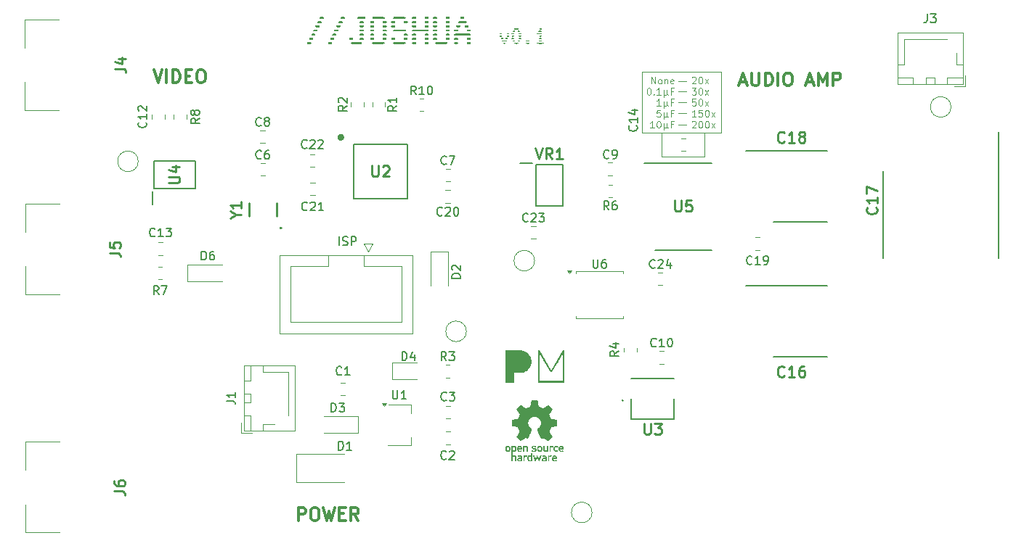
<source format=gbr>
%TF.GenerationSoftware,KiCad,Pcbnew,9.0.0*%
%TF.CreationDate,2025-04-14T20:17:52-07:00*%
%TF.ProjectId,AudioVision_v1,41756469-6f56-4697-9369-6f6e5f76312e,rev?*%
%TF.SameCoordinates,Original*%
%TF.FileFunction,Legend,Top*%
%TF.FilePolarity,Positive*%
%FSLAX46Y46*%
G04 Gerber Fmt 4.6, Leading zero omitted, Abs format (unit mm)*
G04 Created by KiCad (PCBNEW 9.0.0) date 2025-04-14 20:17:52*
%MOMM*%
%LPD*%
G01*
G04 APERTURE LIST*
%ADD10C,0.100000*%
%ADD11C,0.300000*%
%ADD12C,0.500000*%
%ADD13C,0.254000*%
%ADD14C,0.150000*%
%ADD15C,0.200000*%
%ADD16C,0.120000*%
%ADD17C,0.400000*%
%ADD18C,0.000000*%
G04 APERTURE END LIST*
D10*
X167950000Y-80700000D02*
X168850000Y-80700000D01*
X167950000Y-78100000D02*
X168850000Y-78100000D01*
X167950000Y-76950000D02*
X168850000Y-76950000D01*
X167950000Y-79425000D02*
X168850000Y-79425000D01*
X165925000Y-83000000D02*
X170975000Y-83000000D01*
X170975000Y-85750000D01*
X165925000Y-85750000D01*
X165925000Y-83000000D01*
X167950000Y-82000000D02*
X168850000Y-82000000D01*
X163650000Y-75850000D02*
X172900000Y-75850000D01*
X172900000Y-83000000D01*
X163650000Y-83000000D01*
X163650000Y-75850000D01*
D11*
X123610713Y-128228328D02*
X123610713Y-126728328D01*
X123610713Y-126728328D02*
X124182142Y-126728328D01*
X124182142Y-126728328D02*
X124324999Y-126799757D01*
X124324999Y-126799757D02*
X124396428Y-126871185D01*
X124396428Y-126871185D02*
X124467856Y-127014042D01*
X124467856Y-127014042D02*
X124467856Y-127228328D01*
X124467856Y-127228328D02*
X124396428Y-127371185D01*
X124396428Y-127371185D02*
X124324999Y-127442614D01*
X124324999Y-127442614D02*
X124182142Y-127514042D01*
X124182142Y-127514042D02*
X123610713Y-127514042D01*
X125396428Y-126728328D02*
X125682142Y-126728328D01*
X125682142Y-126728328D02*
X125824999Y-126799757D01*
X125824999Y-126799757D02*
X125967856Y-126942614D01*
X125967856Y-126942614D02*
X126039285Y-127228328D01*
X126039285Y-127228328D02*
X126039285Y-127728328D01*
X126039285Y-127728328D02*
X125967856Y-128014042D01*
X125967856Y-128014042D02*
X125824999Y-128156900D01*
X125824999Y-128156900D02*
X125682142Y-128228328D01*
X125682142Y-128228328D02*
X125396428Y-128228328D01*
X125396428Y-128228328D02*
X125253571Y-128156900D01*
X125253571Y-128156900D02*
X125110713Y-128014042D01*
X125110713Y-128014042D02*
X125039285Y-127728328D01*
X125039285Y-127728328D02*
X125039285Y-127228328D01*
X125039285Y-127228328D02*
X125110713Y-126942614D01*
X125110713Y-126942614D02*
X125253571Y-126799757D01*
X125253571Y-126799757D02*
X125396428Y-126728328D01*
X126539285Y-126728328D02*
X126896428Y-128228328D01*
X126896428Y-128228328D02*
X127182142Y-127156900D01*
X127182142Y-127156900D02*
X127467857Y-128228328D01*
X127467857Y-128228328D02*
X127825000Y-126728328D01*
X128396428Y-127442614D02*
X128896428Y-127442614D01*
X129110714Y-128228328D02*
X128396428Y-128228328D01*
X128396428Y-128228328D02*
X128396428Y-126728328D01*
X128396428Y-126728328D02*
X129110714Y-126728328D01*
X130610714Y-128228328D02*
X130110714Y-127514042D01*
X129753571Y-128228328D02*
X129753571Y-126728328D01*
X129753571Y-126728328D02*
X130325000Y-126728328D01*
X130325000Y-126728328D02*
X130467857Y-126799757D01*
X130467857Y-126799757D02*
X130539286Y-126871185D01*
X130539286Y-126871185D02*
X130610714Y-127014042D01*
X130610714Y-127014042D02*
X130610714Y-127228328D01*
X130610714Y-127228328D02*
X130539286Y-127371185D01*
X130539286Y-127371185D02*
X130467857Y-127442614D01*
X130467857Y-127442614D02*
X130325000Y-127514042D01*
X130325000Y-127514042D02*
X129753571Y-127514042D01*
D12*
G36*
X147521231Y-72577470D02*
G01*
X147502174Y-72558550D01*
X147494731Y-72520195D01*
X147502180Y-72481733D01*
X147521231Y-72462798D01*
X147555357Y-72454290D01*
X147634560Y-72450219D01*
X147713855Y-72454294D01*
X147747889Y-72462798D01*
X147767035Y-72481748D01*
X147774511Y-72520195D01*
X147767040Y-72558536D01*
X147747889Y-72577470D01*
X147713855Y-72585974D01*
X147634560Y-72590048D01*
X147555357Y-72585978D01*
X147521231Y-72577470D01*
G37*
G36*
X147399476Y-72299155D02*
G01*
X147366056Y-72278986D01*
X147354780Y-72240415D01*
X147366067Y-72201768D01*
X147399476Y-72181674D01*
X147461881Y-72174274D01*
X147634560Y-72170439D01*
X147807238Y-72174274D01*
X147869644Y-72181674D01*
X147903153Y-72201780D01*
X147914462Y-72240415D01*
X147903164Y-72278974D01*
X147869644Y-72299155D01*
X147807239Y-72306475D01*
X147634560Y-72310268D01*
X147461881Y-72306475D01*
X147399476Y-72299155D01*
G37*
G36*
X147801011Y-72017909D02*
G01*
X147781955Y-71998990D01*
X147774511Y-71960635D01*
X147781960Y-71922173D01*
X147801011Y-71903237D01*
X147835143Y-71894646D01*
X147914340Y-71890537D01*
X147993630Y-71894650D01*
X148027669Y-71903237D01*
X148046815Y-71922187D01*
X148054291Y-71960635D01*
X148046821Y-71998976D01*
X148027669Y-72017909D01*
X147993636Y-72026413D01*
X147914340Y-72030488D01*
X147835137Y-72026418D01*
X147801011Y-72017909D01*
G37*
G36*
X147241451Y-72017909D02*
G01*
X147222394Y-71998990D01*
X147214951Y-71960635D01*
X147222400Y-71922173D01*
X147241451Y-71903237D01*
X147275582Y-71894646D01*
X147354780Y-71890537D01*
X147433977Y-71894646D01*
X147468108Y-71903237D01*
X147487255Y-71922187D01*
X147494731Y-71960635D01*
X147487260Y-71998976D01*
X147468108Y-72017909D01*
X147433982Y-72026418D01*
X147354780Y-72030488D01*
X147275577Y-72026418D01*
X147241451Y-72017909D01*
G37*
G36*
X147940963Y-71738129D02*
G01*
X147921911Y-71719194D01*
X147914462Y-71680732D01*
X147921911Y-71642271D01*
X147940963Y-71623335D01*
X147975089Y-71614827D01*
X148054291Y-71610757D01*
X148133494Y-71614827D01*
X148167620Y-71623335D01*
X148186766Y-71642285D01*
X148194242Y-71680732D01*
X148186766Y-71719179D01*
X148167620Y-71738129D01*
X148133494Y-71746638D01*
X148054291Y-71750708D01*
X147975089Y-71746638D01*
X147940963Y-71738129D01*
G37*
G36*
X147101500Y-71738129D02*
G01*
X147082449Y-71719194D01*
X147075000Y-71680732D01*
X147082449Y-71642271D01*
X147101500Y-71623335D01*
X147135626Y-71614827D01*
X147214829Y-71610757D01*
X147294124Y-71614831D01*
X147328157Y-71623335D01*
X147347304Y-71642285D01*
X147354780Y-71680732D01*
X147347304Y-71719179D01*
X147328157Y-71738129D01*
X147294124Y-71746633D01*
X147214829Y-71750708D01*
X147135626Y-71746638D01*
X147101500Y-71738129D01*
G37*
G36*
X147940963Y-71458349D02*
G01*
X147921901Y-71439333D01*
X147914462Y-71400952D01*
X147921911Y-71362491D01*
X147940963Y-71343555D01*
X147975089Y-71335047D01*
X148054291Y-71330976D01*
X148133494Y-71335047D01*
X148167620Y-71343555D01*
X148186766Y-71362505D01*
X148194242Y-71400952D01*
X148186776Y-71439319D01*
X148167620Y-71458349D01*
X148133494Y-71466857D01*
X148054291Y-71470928D01*
X147975089Y-71466857D01*
X147940963Y-71458349D01*
G37*
G36*
X147101500Y-71458349D02*
G01*
X147082439Y-71439333D01*
X147075000Y-71400952D01*
X147082449Y-71362491D01*
X147101500Y-71343555D01*
X147135626Y-71335047D01*
X147214829Y-71330976D01*
X147294124Y-71335051D01*
X147328157Y-71343555D01*
X147347304Y-71362505D01*
X147354780Y-71400952D01*
X147347314Y-71439319D01*
X147328157Y-71458349D01*
X147294124Y-71466853D01*
X147214829Y-71470928D01*
X147135626Y-71466857D01*
X147101500Y-71458349D01*
G37*
G36*
X148798499Y-72578935D02*
G01*
X148765079Y-72558766D01*
X148753803Y-72520195D01*
X148765090Y-72481549D01*
X148798499Y-72461454D01*
X148860905Y-72454055D01*
X149033583Y-72450219D01*
X149206261Y-72454055D01*
X149268667Y-72461454D01*
X149302176Y-72481560D01*
X149313485Y-72520195D01*
X149302187Y-72558755D01*
X149268667Y-72578935D01*
X149206262Y-72586255D01*
X149033583Y-72590048D01*
X148860904Y-72586255D01*
X148798499Y-72578935D01*
G37*
G36*
X149200034Y-72297690D02*
G01*
X149180978Y-72278770D01*
X149173534Y-72240415D01*
X149180983Y-72201953D01*
X149200034Y-72183018D01*
X149234160Y-72174509D01*
X149313363Y-72170439D01*
X149392659Y-72174514D01*
X149426692Y-72183018D01*
X149445838Y-72201968D01*
X149453314Y-72240415D01*
X149445844Y-72278756D01*
X149426692Y-72297690D01*
X149392659Y-72306193D01*
X149313363Y-72310268D01*
X149234160Y-72306198D01*
X149200034Y-72297690D01*
G37*
G36*
X148640474Y-72297690D02*
G01*
X148621417Y-72278770D01*
X148613974Y-72240415D01*
X148621423Y-72201953D01*
X148640474Y-72183018D01*
X148674600Y-72174509D01*
X148753803Y-72170439D01*
X148833005Y-72174509D01*
X148867131Y-72183018D01*
X148886278Y-72201968D01*
X148893754Y-72240415D01*
X148886283Y-72278756D01*
X148867131Y-72297690D01*
X148833005Y-72306198D01*
X148753803Y-72310268D01*
X148674600Y-72306198D01*
X148640474Y-72297690D01*
G37*
G36*
X149339986Y-72017909D02*
G01*
X149320929Y-71998990D01*
X149313485Y-71960635D01*
X149320934Y-71922173D01*
X149339986Y-71903237D01*
X149374117Y-71894646D01*
X149453314Y-71890537D01*
X149532512Y-71894646D01*
X149566643Y-71903237D01*
X149585789Y-71922187D01*
X149593265Y-71960635D01*
X149585795Y-71998976D01*
X149566643Y-72017909D01*
X149532517Y-72026418D01*
X149453314Y-72030488D01*
X149374112Y-72026418D01*
X149339986Y-72017909D01*
G37*
G36*
X148500523Y-72017909D02*
G01*
X148481466Y-71998990D01*
X148474023Y-71960635D01*
X148481472Y-71922173D01*
X148500523Y-71903237D01*
X148534654Y-71894646D01*
X148613852Y-71890537D01*
X148693142Y-71894650D01*
X148727180Y-71903237D01*
X148746327Y-71922187D01*
X148753803Y-71960635D01*
X148746332Y-71998976D01*
X148727180Y-72017909D01*
X148693147Y-72026413D01*
X148613852Y-72030488D01*
X148534649Y-72026418D01*
X148500523Y-72017909D01*
G37*
G36*
X149339986Y-71738129D02*
G01*
X149320934Y-71719194D01*
X149313485Y-71680732D01*
X149320934Y-71642271D01*
X149339986Y-71623335D01*
X149374112Y-71614827D01*
X149453314Y-71610757D01*
X149532517Y-71614827D01*
X149566643Y-71623335D01*
X149585789Y-71642285D01*
X149593265Y-71680732D01*
X149585789Y-71719179D01*
X149566643Y-71738129D01*
X149532517Y-71746638D01*
X149453314Y-71750708D01*
X149374112Y-71746638D01*
X149339986Y-71738129D01*
G37*
G36*
X148500523Y-71738129D02*
G01*
X148481472Y-71719194D01*
X148474023Y-71680732D01*
X148481472Y-71642271D01*
X148500523Y-71623335D01*
X148534649Y-71614827D01*
X148613852Y-71610757D01*
X148693147Y-71614831D01*
X148727180Y-71623335D01*
X148746327Y-71642285D01*
X148753803Y-71680732D01*
X148746327Y-71719179D01*
X148727180Y-71738129D01*
X148693147Y-71746633D01*
X148613852Y-71750708D01*
X148534649Y-71746638D01*
X148500523Y-71738129D01*
G37*
G36*
X149339986Y-71458349D02*
G01*
X149320924Y-71439333D01*
X149313485Y-71400952D01*
X149320934Y-71362491D01*
X149339986Y-71343555D01*
X149374112Y-71335047D01*
X149453314Y-71330976D01*
X149532517Y-71335047D01*
X149566643Y-71343555D01*
X149585789Y-71362505D01*
X149593265Y-71400952D01*
X149585799Y-71439319D01*
X149566643Y-71458349D01*
X149532517Y-71466857D01*
X149453314Y-71470928D01*
X149374112Y-71466857D01*
X149339986Y-71458349D01*
G37*
G36*
X148500523Y-71458349D02*
G01*
X148481462Y-71439333D01*
X148474023Y-71400952D01*
X148481472Y-71362491D01*
X148500523Y-71343555D01*
X148534649Y-71335047D01*
X148613852Y-71330976D01*
X148693147Y-71335051D01*
X148727180Y-71343555D01*
X148746327Y-71362505D01*
X148753803Y-71400952D01*
X148746337Y-71439319D01*
X148727180Y-71458349D01*
X148693147Y-71466853D01*
X148613852Y-71470928D01*
X148534649Y-71466857D01*
X148500523Y-71458349D01*
G37*
G36*
X149200034Y-71178447D02*
G01*
X149180978Y-71159527D01*
X149173534Y-71121172D01*
X149180983Y-71082710D01*
X149200034Y-71063775D01*
X149234160Y-71055266D01*
X149313363Y-71051196D01*
X149392659Y-71055271D01*
X149426692Y-71063775D01*
X149445838Y-71082725D01*
X149453314Y-71121172D01*
X149445844Y-71159513D01*
X149426692Y-71178447D01*
X149392659Y-71186951D01*
X149313363Y-71191025D01*
X149234160Y-71186955D01*
X149200034Y-71178447D01*
G37*
G36*
X148640474Y-71178447D02*
G01*
X148621417Y-71159527D01*
X148613974Y-71121172D01*
X148621423Y-71082710D01*
X148640474Y-71063775D01*
X148674600Y-71055266D01*
X148753803Y-71051196D01*
X148833005Y-71055266D01*
X148867131Y-71063775D01*
X148886278Y-71082725D01*
X148893754Y-71121172D01*
X148886283Y-71159513D01*
X148867131Y-71178447D01*
X148833005Y-71186955D01*
X148753803Y-71191025D01*
X148674600Y-71186955D01*
X148640474Y-71178447D01*
G37*
G36*
X148798499Y-70900132D02*
G01*
X148765079Y-70879963D01*
X148753803Y-70841392D01*
X148765090Y-70802745D01*
X148798499Y-70782651D01*
X148860905Y-70775251D01*
X149033583Y-70771416D01*
X149206261Y-70775251D01*
X149268667Y-70782651D01*
X149302176Y-70802757D01*
X149313485Y-70841392D01*
X149302187Y-70879951D01*
X149268667Y-70900132D01*
X149206262Y-70907452D01*
X149033583Y-70911245D01*
X148860904Y-70907452D01*
X148798499Y-70900132D01*
G37*
G36*
X150189218Y-72578935D02*
G01*
X150162527Y-72559581D01*
X150152826Y-72520195D01*
X150162537Y-72480732D01*
X150189218Y-72461454D01*
X150237898Y-72453969D01*
X150362630Y-72450219D01*
X150487471Y-72453970D01*
X150536165Y-72461454D01*
X150562846Y-72480732D01*
X150572557Y-72520195D01*
X150562856Y-72559581D01*
X150536165Y-72578935D01*
X150487472Y-72586339D01*
X150362630Y-72590048D01*
X150237897Y-72586339D01*
X150189218Y-72578935D01*
G37*
G36*
X150189218Y-72299155D02*
G01*
X150162527Y-72279800D01*
X150152826Y-72240415D01*
X150162537Y-72200952D01*
X150189218Y-72181674D01*
X150237898Y-72174189D01*
X150362630Y-72170439D01*
X150487471Y-72174190D01*
X150536165Y-72181674D01*
X150562846Y-72200952D01*
X150572557Y-72240415D01*
X150562856Y-72279800D01*
X150536165Y-72299155D01*
X150487472Y-72306558D01*
X150362630Y-72310268D01*
X150237897Y-72306559D01*
X150189218Y-72299155D01*
G37*
G36*
X151412020Y-72520195D02*
G01*
X151422595Y-72483635D01*
X151453907Y-72464141D01*
X151538889Y-72455284D01*
X151831629Y-72450219D01*
X152155894Y-72459922D01*
X152231821Y-72475376D01*
X152245916Y-72490968D01*
X152251360Y-72520195D01*
X152240794Y-72556652D01*
X152209473Y-72576127D01*
X152124478Y-72584984D01*
X151831629Y-72590048D01*
X151507474Y-72580346D01*
X151431559Y-72564891D01*
X151417468Y-72549397D01*
X151412020Y-72520195D01*
G37*
G36*
X151718300Y-72297690D02*
G01*
X151699243Y-72278770D01*
X151691800Y-72240415D01*
X151699249Y-72201953D01*
X151718300Y-72183018D01*
X151752426Y-72174509D01*
X151831629Y-72170439D01*
X151910925Y-72174514D01*
X151944958Y-72183018D01*
X151964104Y-72201968D01*
X151971580Y-72240415D01*
X151964110Y-72278756D01*
X151944958Y-72297690D01*
X151910925Y-72306193D01*
X151831629Y-72310268D01*
X151752426Y-72306198D01*
X151718300Y-72297690D01*
G37*
G36*
X151718300Y-72017909D02*
G01*
X151699243Y-71998990D01*
X151691800Y-71960635D01*
X151699249Y-71922173D01*
X151718300Y-71903237D01*
X151752432Y-71894646D01*
X151831629Y-71890537D01*
X151910919Y-71894650D01*
X151944958Y-71903237D01*
X151964104Y-71922187D01*
X151971580Y-71960635D01*
X151964110Y-71998976D01*
X151944958Y-72017909D01*
X151910925Y-72026413D01*
X151831629Y-72030488D01*
X151752426Y-72026418D01*
X151718300Y-72017909D01*
G37*
G36*
X151718300Y-71738129D02*
G01*
X151699249Y-71719194D01*
X151691800Y-71680732D01*
X151699249Y-71642271D01*
X151718300Y-71623335D01*
X151752426Y-71614827D01*
X151831629Y-71610757D01*
X151910925Y-71614831D01*
X151944958Y-71623335D01*
X151964104Y-71642285D01*
X151971580Y-71680732D01*
X151964104Y-71719179D01*
X151944958Y-71738129D01*
X151910925Y-71746633D01*
X151831629Y-71750708D01*
X151752426Y-71746638D01*
X151718300Y-71738129D01*
G37*
G36*
X151456716Y-71459692D02*
G01*
X151423296Y-71439523D01*
X151412020Y-71400952D01*
X151423307Y-71362306D01*
X151456716Y-71342212D01*
X151519122Y-71334812D01*
X151691800Y-71330976D01*
X151864467Y-71334814D01*
X151926762Y-71342212D01*
X151960271Y-71362317D01*
X151971580Y-71400952D01*
X151960282Y-71439512D01*
X151926762Y-71459692D01*
X151864467Y-71467091D01*
X151691800Y-71470928D01*
X151519122Y-71467092D01*
X151456716Y-71459692D01*
G37*
G36*
X151588241Y-71179912D02*
G01*
X151561550Y-71160558D01*
X151551849Y-71121172D01*
X151561560Y-71081709D01*
X151588241Y-71062431D01*
X151636921Y-71054946D01*
X151761653Y-71051196D01*
X151886494Y-71054947D01*
X151935188Y-71062431D01*
X151961869Y-71081709D01*
X151971580Y-71121172D01*
X151961879Y-71160558D01*
X151935188Y-71179912D01*
X151886495Y-71187316D01*
X151761653Y-71191025D01*
X151636920Y-71187316D01*
X151588241Y-71179912D01*
G37*
G36*
X151718300Y-70898667D02*
G01*
X151699243Y-70879747D01*
X151691800Y-70841392D01*
X151699249Y-70802930D01*
X151718300Y-70783995D01*
X151752426Y-70775486D01*
X151831629Y-70771416D01*
X151910925Y-70775491D01*
X151944958Y-70783995D01*
X151964104Y-70802945D01*
X151971580Y-70841392D01*
X151964110Y-70879733D01*
X151944958Y-70898667D01*
X151910925Y-70907170D01*
X151831629Y-70911245D01*
X151752426Y-70907175D01*
X151718300Y-70898667D01*
G37*
G36*
X124671375Y-72585574D02*
G01*
X124638026Y-72552464D01*
X124625000Y-72485342D01*
X124638035Y-72418035D01*
X124671375Y-72384898D01*
X124731096Y-72370008D01*
X124869700Y-72362885D01*
X125008468Y-72370016D01*
X125068025Y-72384898D01*
X125101532Y-72418060D01*
X125114615Y-72485342D01*
X125101541Y-72552439D01*
X125068025Y-72585574D01*
X125008468Y-72600455D01*
X124869700Y-72607586D01*
X124731096Y-72600463D01*
X124671375Y-72585574D01*
G37*
G36*
X124916290Y-72095958D02*
G01*
X124882940Y-72062849D01*
X124869914Y-71995727D01*
X124882950Y-71928419D01*
X124916290Y-71895282D01*
X124976010Y-71880393D01*
X125114615Y-71873270D01*
X125253219Y-71880393D01*
X125312940Y-71895282D01*
X125346446Y-71928445D01*
X125359529Y-71995727D01*
X125346456Y-72062824D01*
X125312940Y-72095958D01*
X125253219Y-72110848D01*
X125114615Y-72117971D01*
X124976010Y-72110848D01*
X124916290Y-72095958D01*
G37*
G36*
X125161204Y-71606343D02*
G01*
X125127688Y-71573209D01*
X125114615Y-71506112D01*
X125127698Y-71438829D01*
X125161204Y-71405667D01*
X125220934Y-71390632D01*
X125359529Y-71383441D01*
X125498099Y-71390638D01*
X125557641Y-71405667D01*
X125591147Y-71438829D01*
X125604230Y-71506112D01*
X125591157Y-71573209D01*
X125557641Y-71606343D01*
X125498108Y-71621227D01*
X125359529Y-71628355D01*
X125220925Y-71621232D01*
X125161204Y-71606343D01*
G37*
G36*
X125405905Y-71116728D02*
G01*
X125372565Y-71083590D01*
X125359529Y-71016283D01*
X125372565Y-70948975D01*
X125405905Y-70915838D01*
X125465626Y-70900948D01*
X125604230Y-70893826D01*
X125742997Y-70900956D01*
X125802555Y-70915838D01*
X125836062Y-70949000D01*
X125849145Y-71016283D01*
X125836062Y-71083565D01*
X125802555Y-71116728D01*
X125742997Y-71131609D01*
X125604230Y-71138740D01*
X125465626Y-71131617D01*
X125405905Y-71116728D01*
G37*
G36*
X125650819Y-70627112D02*
G01*
X125617296Y-70593809D01*
X125604230Y-70526667D01*
X125617313Y-70459385D01*
X125650819Y-70426223D01*
X125710540Y-70411333D01*
X125849145Y-70404210D01*
X125987749Y-70411333D01*
X126047470Y-70426223D01*
X126080976Y-70459385D01*
X126094059Y-70526667D01*
X126080993Y-70593809D01*
X126047470Y-70627112D01*
X125987749Y-70642002D01*
X125849145Y-70649125D01*
X125710540Y-70642002D01*
X125650819Y-70627112D01*
G37*
G36*
X125895520Y-70137283D02*
G01*
X125862171Y-70104174D01*
X125849145Y-70037052D01*
X125862180Y-69969745D01*
X125895520Y-69936607D01*
X125955241Y-69921718D01*
X126093845Y-69914595D01*
X126232613Y-69921726D01*
X126292171Y-69936607D01*
X126325677Y-69969770D01*
X126338760Y-70037052D01*
X126325687Y-70104149D01*
X126292171Y-70137283D01*
X126232613Y-70152165D01*
X126093845Y-70159296D01*
X125955241Y-70152173D01*
X125895520Y-70137283D01*
G37*
G36*
X126140435Y-69647668D02*
G01*
X126107085Y-69614559D01*
X126094059Y-69547437D01*
X126107095Y-69480129D01*
X126140435Y-69446992D01*
X126200155Y-69432102D01*
X126338760Y-69424980D01*
X126477365Y-69432102D01*
X126537085Y-69446992D01*
X126570591Y-69480154D01*
X126583674Y-69547437D01*
X126570601Y-69614534D01*
X126537085Y-69647668D01*
X126477365Y-69662558D01*
X126338760Y-69669680D01*
X126200155Y-69662558D01*
X126140435Y-69647668D01*
G37*
G36*
X127119665Y-72585574D02*
G01*
X127086316Y-72552464D01*
X127073290Y-72485342D01*
X127086326Y-72418035D01*
X127119665Y-72384898D01*
X127179386Y-72370008D01*
X127317991Y-72362885D01*
X127456758Y-72370016D01*
X127516316Y-72384898D01*
X127549822Y-72418060D01*
X127562905Y-72485342D01*
X127549832Y-72552439D01*
X127516316Y-72585574D01*
X127456758Y-72600455D01*
X127317991Y-72607586D01*
X127179386Y-72600463D01*
X127119665Y-72585574D01*
G37*
G36*
X127364580Y-72095958D02*
G01*
X127331230Y-72062849D01*
X127318204Y-71995727D01*
X127331240Y-71928419D01*
X127364580Y-71895282D01*
X127424301Y-71880393D01*
X127562905Y-71873270D01*
X127701510Y-71880393D01*
X127761230Y-71895282D01*
X127794736Y-71928445D01*
X127807820Y-71995727D01*
X127794746Y-72062824D01*
X127761230Y-72095958D01*
X127701510Y-72110848D01*
X127562905Y-72117971D01*
X127424301Y-72110848D01*
X127364580Y-72095958D01*
G37*
G36*
X127609494Y-71606343D02*
G01*
X127575979Y-71573209D01*
X127562905Y-71506112D01*
X127575988Y-71438829D01*
X127609494Y-71405667D01*
X127669224Y-71390632D01*
X127807820Y-71383441D01*
X127946389Y-71390638D01*
X128005931Y-71405667D01*
X128039437Y-71438829D01*
X128052520Y-71506112D01*
X128039447Y-71573209D01*
X128005931Y-71606343D01*
X127946398Y-71621227D01*
X127807820Y-71628355D01*
X127669215Y-71621232D01*
X127609494Y-71606343D01*
G37*
G36*
X127854195Y-71116728D02*
G01*
X127820855Y-71083590D01*
X127807820Y-71016283D01*
X127820855Y-70948975D01*
X127854195Y-70915838D01*
X127913916Y-70900948D01*
X128052520Y-70893826D01*
X128191288Y-70900956D01*
X128250846Y-70915838D01*
X128284352Y-70949000D01*
X128297435Y-71016283D01*
X128284352Y-71083565D01*
X128250846Y-71116728D01*
X128191288Y-71131609D01*
X128052520Y-71138740D01*
X127913916Y-71131617D01*
X127854195Y-71116728D01*
G37*
G36*
X128099110Y-70627112D02*
G01*
X128065586Y-70593809D01*
X128052520Y-70526667D01*
X128065604Y-70459385D01*
X128099110Y-70426223D01*
X128158830Y-70411333D01*
X128297435Y-70404210D01*
X128436039Y-70411333D01*
X128495760Y-70426223D01*
X128529266Y-70459385D01*
X128542349Y-70526667D01*
X128529284Y-70593809D01*
X128495760Y-70627112D01*
X128436039Y-70642002D01*
X128297435Y-70649125D01*
X128158830Y-70642002D01*
X128099110Y-70627112D01*
G37*
G36*
X128343811Y-70137283D02*
G01*
X128310461Y-70104174D01*
X128297435Y-70037052D01*
X128310471Y-69969745D01*
X128343811Y-69936607D01*
X128403531Y-69921718D01*
X128542136Y-69914595D01*
X128680903Y-69921726D01*
X128740461Y-69936607D01*
X128773967Y-69969770D01*
X128787050Y-70037052D01*
X128773977Y-70104149D01*
X128740461Y-70137283D01*
X128680903Y-70152165D01*
X128542136Y-70159296D01*
X128403531Y-70152173D01*
X128343811Y-70137283D01*
G37*
G36*
X128588725Y-69647668D02*
G01*
X128555376Y-69614559D01*
X128542349Y-69547437D01*
X128555385Y-69480129D01*
X128588725Y-69446992D01*
X128648446Y-69432102D01*
X128787050Y-69424980D01*
X128925655Y-69432102D01*
X128985375Y-69446992D01*
X129018882Y-69480154D01*
X129031965Y-69547437D01*
X129018891Y-69614534D01*
X128985375Y-69647668D01*
X128925655Y-69662558D01*
X128787050Y-69669680D01*
X128648446Y-69662558D01*
X128588725Y-69647668D01*
G37*
G36*
X129778676Y-72551380D02*
G01*
X129766495Y-72485342D01*
X129778676Y-72419092D01*
X129799881Y-72401613D01*
X129861810Y-72382547D01*
X130040688Y-72365450D01*
X130378353Y-72362885D01*
X130716233Y-72365450D01*
X130895110Y-72382547D01*
X130957040Y-72401613D01*
X130978244Y-72419092D01*
X130990640Y-72485342D01*
X130978244Y-72551380D01*
X130957040Y-72568897D01*
X130895110Y-72588138D01*
X130716233Y-72605235D01*
X130378353Y-72607586D01*
X130040688Y-72605235D01*
X129861810Y-72588138D01*
X129799880Y-72568897D01*
X129778676Y-72551380D01*
G37*
G36*
X130792101Y-72095958D02*
G01*
X130758751Y-72062849D01*
X130745725Y-71995727D01*
X130758761Y-71928419D01*
X130792101Y-71895282D01*
X130851822Y-71880393D01*
X130990426Y-71873270D01*
X131129193Y-71880401D01*
X131188751Y-71895282D01*
X131222257Y-71928445D01*
X131235341Y-71995727D01*
X131222267Y-72062824D01*
X131188751Y-72095958D01*
X131129193Y-72110840D01*
X130990426Y-72117971D01*
X130851822Y-72110848D01*
X130792101Y-72095958D01*
G37*
G36*
X129567956Y-72095958D02*
G01*
X129534606Y-72062849D01*
X129521580Y-71995727D01*
X129534616Y-71928419D01*
X129567956Y-71895282D01*
X129627676Y-71880393D01*
X129766281Y-71873270D01*
X129905048Y-71880401D01*
X129964606Y-71895282D01*
X129998112Y-71928445D01*
X130011195Y-71995727D01*
X129998122Y-72062824D01*
X129964606Y-72095958D01*
X129905048Y-72110840D01*
X129766281Y-72117971D01*
X129627676Y-72110848D01*
X129567956Y-72095958D01*
G37*
G36*
X130792101Y-71606343D02*
G01*
X130758751Y-71573234D01*
X130745725Y-71506112D01*
X130758761Y-71438804D01*
X130792101Y-71405667D01*
X130851831Y-71390632D01*
X130990426Y-71383441D01*
X131129184Y-71390640D01*
X131188751Y-71405667D01*
X131222257Y-71438829D01*
X131235341Y-71506112D01*
X131222267Y-71573209D01*
X131188751Y-71606343D01*
X131129193Y-71621225D01*
X130990426Y-71628355D01*
X130851822Y-71621232D01*
X130792101Y-71606343D01*
G37*
G36*
X130792101Y-71116728D02*
G01*
X130758761Y-71083590D01*
X130745725Y-71016283D01*
X130758761Y-70948975D01*
X130792101Y-70915838D01*
X130851822Y-70900948D01*
X130990426Y-70893826D01*
X131129193Y-70900956D01*
X131188751Y-70915838D01*
X131222257Y-70949000D01*
X131235341Y-71016283D01*
X131222257Y-71083565D01*
X131188751Y-71116728D01*
X131129193Y-71131609D01*
X130990426Y-71138740D01*
X130851822Y-71131617D01*
X130792101Y-71116728D01*
G37*
G36*
X130792101Y-70627112D02*
G01*
X130758744Y-70593834D01*
X130745725Y-70526667D01*
X130758761Y-70459360D01*
X130792101Y-70426223D01*
X130851822Y-70411333D01*
X130990426Y-70404210D01*
X131129193Y-70411341D01*
X131188751Y-70426223D01*
X131222257Y-70459385D01*
X131235341Y-70526667D01*
X131222275Y-70593809D01*
X131188751Y-70627112D01*
X131129193Y-70641994D01*
X130990426Y-70649125D01*
X130851822Y-70642002D01*
X130792101Y-70627112D01*
G37*
G36*
X130792101Y-70137283D02*
G01*
X130758751Y-70104174D01*
X130745725Y-70037052D01*
X130758761Y-69969745D01*
X130792101Y-69936607D01*
X130851822Y-69921718D01*
X130990426Y-69914595D01*
X131129193Y-69921726D01*
X131188751Y-69936607D01*
X131222257Y-69969770D01*
X131235341Y-70037052D01*
X131222267Y-70104149D01*
X131188751Y-70137283D01*
X131129193Y-70152165D01*
X130990426Y-70159296D01*
X130851822Y-70152173D01*
X130792101Y-70137283D01*
G37*
G36*
X130579243Y-69650233D02*
G01*
X130520582Y-69614916D01*
X130500811Y-69547437D01*
X130520601Y-69479826D01*
X130579243Y-69444641D01*
X130688453Y-69431691D01*
X130990640Y-69424980D01*
X131292808Y-69431694D01*
X131401823Y-69444641D01*
X131460464Y-69479826D01*
X131480255Y-69547437D01*
X131460483Y-69614916D01*
X131401823Y-69650233D01*
X131292809Y-69663038D01*
X130990640Y-69669680D01*
X130688451Y-69663042D01*
X130579243Y-69650233D01*
G37*
G36*
X132214785Y-72485342D02*
G01*
X132233291Y-72421362D01*
X132288088Y-72387248D01*
X132436806Y-72371748D01*
X132949101Y-72362885D01*
X133516565Y-72379865D01*
X133649437Y-72406910D01*
X133674104Y-72434196D01*
X133683631Y-72485342D01*
X133665140Y-72549142D01*
X133610327Y-72583223D01*
X133461587Y-72598723D01*
X132949101Y-72607586D01*
X132381829Y-72590607D01*
X132248979Y-72563561D01*
X132224320Y-72536446D01*
X132214785Y-72485342D01*
G37*
G36*
X133485306Y-72095958D02*
G01*
X133451956Y-72062849D01*
X133438930Y-71995727D01*
X133451966Y-71928419D01*
X133485306Y-71895282D01*
X133545026Y-71880393D01*
X133683631Y-71873270D01*
X133822235Y-71880393D01*
X133881956Y-71895282D01*
X133915462Y-71928445D01*
X133928545Y-71995727D01*
X133915472Y-72062824D01*
X133881956Y-72095958D01*
X133822235Y-72110848D01*
X133683631Y-72117971D01*
X133545026Y-72110848D01*
X133485306Y-72095958D01*
G37*
G36*
X132016246Y-72095958D02*
G01*
X131982897Y-72062849D01*
X131969870Y-71995727D01*
X131982906Y-71928419D01*
X132016246Y-71895282D01*
X132075967Y-71880393D01*
X132214571Y-71873270D01*
X132353338Y-71880401D01*
X132412896Y-71895282D01*
X132446403Y-71928445D01*
X132459486Y-71995727D01*
X132446412Y-72062824D01*
X132412896Y-72095958D01*
X132353338Y-72110840D01*
X132214571Y-72117971D01*
X132075967Y-72110848D01*
X132016246Y-72095958D01*
G37*
G36*
X133485306Y-71606343D02*
G01*
X133451956Y-71573234D01*
X133438930Y-71506112D01*
X133451966Y-71438804D01*
X133485306Y-71405667D01*
X133545036Y-71390632D01*
X133683631Y-71383441D01*
X133822226Y-71390632D01*
X133881956Y-71405667D01*
X133915462Y-71438829D01*
X133928545Y-71506112D01*
X133915472Y-71573209D01*
X133881956Y-71606343D01*
X133822235Y-71621232D01*
X133683631Y-71628355D01*
X133545026Y-71621232D01*
X133485306Y-71606343D01*
G37*
G36*
X132016246Y-71606343D02*
G01*
X131982897Y-71573234D01*
X131969870Y-71506112D01*
X131982906Y-71438804D01*
X132016246Y-71405667D01*
X132075976Y-71390632D01*
X132214571Y-71383441D01*
X132353329Y-71390640D01*
X132412896Y-71405667D01*
X132446403Y-71438829D01*
X132459486Y-71506112D01*
X132446412Y-71573209D01*
X132412896Y-71606343D01*
X132353338Y-71621225D01*
X132214571Y-71628355D01*
X132075967Y-71621232D01*
X132016246Y-71606343D01*
G37*
G36*
X133485306Y-71116728D02*
G01*
X133451966Y-71083590D01*
X133438930Y-71016283D01*
X133451966Y-70948975D01*
X133485306Y-70915838D01*
X133545026Y-70900948D01*
X133683631Y-70893826D01*
X133822235Y-70900948D01*
X133881956Y-70915838D01*
X133915462Y-70949000D01*
X133928545Y-71016283D01*
X133915462Y-71083565D01*
X133881956Y-71116728D01*
X133822235Y-71131617D01*
X133683631Y-71138740D01*
X133545026Y-71131617D01*
X133485306Y-71116728D01*
G37*
G36*
X132016246Y-71116728D02*
G01*
X131982906Y-71083590D01*
X131969870Y-71016283D01*
X131982906Y-70948975D01*
X132016246Y-70915838D01*
X132075967Y-70900948D01*
X132214571Y-70893826D01*
X132353338Y-70900956D01*
X132412896Y-70915838D01*
X132446403Y-70949000D01*
X132459486Y-71016283D01*
X132446403Y-71083565D01*
X132412896Y-71116728D01*
X132353338Y-71131609D01*
X132214571Y-71138740D01*
X132075967Y-71131617D01*
X132016246Y-71116728D01*
G37*
G36*
X133485306Y-70627112D02*
G01*
X133451948Y-70593834D01*
X133438930Y-70526667D01*
X133451966Y-70459360D01*
X133485306Y-70426223D01*
X133545026Y-70411333D01*
X133683631Y-70404210D01*
X133822235Y-70411333D01*
X133881956Y-70426223D01*
X133915462Y-70459385D01*
X133928545Y-70526667D01*
X133915480Y-70593809D01*
X133881956Y-70627112D01*
X133822235Y-70642002D01*
X133683631Y-70649125D01*
X133545026Y-70642002D01*
X133485306Y-70627112D01*
G37*
G36*
X132016246Y-70627112D02*
G01*
X131982889Y-70593834D01*
X131969870Y-70526667D01*
X131982906Y-70459360D01*
X132016246Y-70426223D01*
X132075967Y-70411333D01*
X132214571Y-70404210D01*
X132353338Y-70411341D01*
X132412896Y-70426223D01*
X132446403Y-70459385D01*
X132459486Y-70526667D01*
X132446420Y-70593809D01*
X132412896Y-70627112D01*
X132353338Y-70641994D01*
X132214571Y-70649125D01*
X132075967Y-70642002D01*
X132016246Y-70627112D01*
G37*
G36*
X133485306Y-70137283D02*
G01*
X133451956Y-70104174D01*
X133438930Y-70037052D01*
X133451966Y-69969745D01*
X133485306Y-69936607D01*
X133545026Y-69921718D01*
X133683631Y-69914595D01*
X133822235Y-69921718D01*
X133881956Y-69936607D01*
X133915462Y-69969770D01*
X133928545Y-70037052D01*
X133915472Y-70104149D01*
X133881956Y-70137283D01*
X133822235Y-70152173D01*
X133683631Y-70159296D01*
X133545026Y-70152173D01*
X133485306Y-70137283D01*
G37*
G36*
X132016246Y-70137283D02*
G01*
X131982897Y-70104174D01*
X131969870Y-70037052D01*
X131982906Y-69969745D01*
X132016246Y-69936607D01*
X132075967Y-69921718D01*
X132214571Y-69914595D01*
X132353338Y-69921726D01*
X132412896Y-69936607D01*
X132446403Y-69969770D01*
X132459486Y-70037052D01*
X132446412Y-70104149D01*
X132412896Y-70137283D01*
X132353338Y-70152165D01*
X132214571Y-70159296D01*
X132075967Y-70152173D01*
X132016246Y-70137283D01*
G37*
G36*
X132214785Y-69547223D02*
G01*
X132233276Y-69483424D01*
X132288088Y-69449343D01*
X132436806Y-69433842D01*
X132949101Y-69424980D01*
X133516565Y-69441959D01*
X133649437Y-69469004D01*
X133674096Y-69496119D01*
X133683631Y-69547223D01*
X133665125Y-69611203D01*
X133610327Y-69645317D01*
X133461587Y-69660817D01*
X132949101Y-69669680D01*
X132381829Y-69652702D01*
X132248979Y-69625656D01*
X132224312Y-69598370D01*
X132214785Y-69547223D01*
G37*
G36*
X134663075Y-72485342D02*
G01*
X134681581Y-72421362D01*
X134736379Y-72387248D01*
X134885096Y-72371748D01*
X135397391Y-72362885D01*
X135964855Y-72379865D01*
X136097727Y-72406910D01*
X136122394Y-72434196D01*
X136131921Y-72485342D01*
X136113430Y-72549142D01*
X136058618Y-72583223D01*
X135909877Y-72598723D01*
X135397391Y-72607586D01*
X134830120Y-72590607D01*
X134697269Y-72563561D01*
X134672610Y-72536446D01*
X134663075Y-72485342D01*
G37*
G36*
X135933596Y-72095958D02*
G01*
X135900246Y-72062849D01*
X135887220Y-71995727D01*
X135900256Y-71928419D01*
X135933596Y-71895282D01*
X135993317Y-71880393D01*
X136131921Y-71873270D01*
X136270526Y-71880393D01*
X136330246Y-71895282D01*
X136363753Y-71928445D01*
X136376836Y-71995727D01*
X136363762Y-72062824D01*
X136330246Y-72095958D01*
X136270526Y-72110848D01*
X136131921Y-72117971D01*
X135993317Y-72110848D01*
X135933596Y-72095958D01*
G37*
G36*
X134464536Y-72095958D02*
G01*
X134431187Y-72062849D01*
X134418161Y-71995727D01*
X134431197Y-71928419D01*
X134464536Y-71895282D01*
X134524257Y-71880393D01*
X134662862Y-71873270D01*
X134801629Y-71880401D01*
X134861187Y-71895282D01*
X134894693Y-71928445D01*
X134907776Y-71995727D01*
X134894703Y-72062824D01*
X134861187Y-72095958D01*
X134801629Y-72110840D01*
X134662862Y-72117971D01*
X134524257Y-72110848D01*
X134464536Y-72095958D01*
G37*
G36*
X135933596Y-71606343D02*
G01*
X135900246Y-71573234D01*
X135887220Y-71506112D01*
X135900256Y-71438804D01*
X135933596Y-71405667D01*
X135993326Y-71390632D01*
X136131921Y-71383441D01*
X136270516Y-71390632D01*
X136330246Y-71405667D01*
X136363753Y-71438829D01*
X136376836Y-71506112D01*
X136363762Y-71573209D01*
X136330246Y-71606343D01*
X136270526Y-71621232D01*
X136131921Y-71628355D01*
X135993317Y-71621232D01*
X135933596Y-71606343D01*
G37*
G36*
X134663075Y-71016283D02*
G01*
X134681585Y-70952351D01*
X134736379Y-70918402D01*
X134885100Y-70902766D01*
X135397391Y-70893826D01*
X135964855Y-70910805D01*
X136097727Y-70937850D01*
X136122394Y-70965136D01*
X136131921Y-71016283D01*
X136113411Y-71080214D01*
X136058618Y-71114163D01*
X135909873Y-71129799D01*
X135397391Y-71138740D01*
X134830120Y-71121762D01*
X134697269Y-71094715D01*
X134672602Y-71067429D01*
X134663075Y-71016283D01*
G37*
G36*
X134464536Y-70627112D02*
G01*
X134431179Y-70593834D01*
X134418161Y-70526667D01*
X134431197Y-70459360D01*
X134464536Y-70426223D01*
X134524257Y-70411333D01*
X134662862Y-70404210D01*
X134801629Y-70411341D01*
X134861187Y-70426223D01*
X134894693Y-70459385D01*
X134907776Y-70526667D01*
X134894710Y-70593809D01*
X134861187Y-70627112D01*
X134801629Y-70641994D01*
X134662862Y-70649125D01*
X134524257Y-70642002D01*
X134464536Y-70627112D01*
G37*
G36*
X135933596Y-70137283D02*
G01*
X135900246Y-70104174D01*
X135887220Y-70037052D01*
X135900256Y-69969745D01*
X135933596Y-69936607D01*
X135993317Y-69921718D01*
X136131921Y-69914595D01*
X136270526Y-69921718D01*
X136330246Y-69936607D01*
X136363753Y-69969770D01*
X136376836Y-70037052D01*
X136363762Y-70104149D01*
X136330246Y-70137283D01*
X136270526Y-70152173D01*
X136131921Y-70159296D01*
X135993317Y-70152173D01*
X135933596Y-70137283D01*
G37*
G36*
X134464536Y-70137283D02*
G01*
X134431187Y-70104174D01*
X134418161Y-70037052D01*
X134431197Y-69969745D01*
X134464536Y-69936607D01*
X134524257Y-69921718D01*
X134662862Y-69914595D01*
X134801629Y-69921726D01*
X134861187Y-69936607D01*
X134894693Y-69969770D01*
X134907776Y-70037052D01*
X134894703Y-70104149D01*
X134861187Y-70137283D01*
X134801629Y-70152165D01*
X134662862Y-70159296D01*
X134524257Y-70152173D01*
X134464536Y-70137283D01*
G37*
G36*
X134663075Y-69547223D02*
G01*
X134681566Y-69483424D01*
X134736379Y-69449343D01*
X134885096Y-69433842D01*
X135397391Y-69424980D01*
X135964855Y-69441959D01*
X136097727Y-69469004D01*
X136122386Y-69496119D01*
X136131921Y-69547223D01*
X136113415Y-69611203D01*
X136058618Y-69645317D01*
X135909877Y-69660817D01*
X135397391Y-69669680D01*
X134830120Y-69652702D01*
X134697269Y-69625656D01*
X134672602Y-69598370D01*
X134663075Y-69547223D01*
G37*
G36*
X138381886Y-72585574D02*
G01*
X138348537Y-72552464D01*
X138335511Y-72485342D01*
X138348546Y-72418035D01*
X138381886Y-72384898D01*
X138441607Y-72370008D01*
X138580211Y-72362885D01*
X138718816Y-72370008D01*
X138778537Y-72384898D01*
X138812043Y-72418060D01*
X138825126Y-72485342D01*
X138812053Y-72552439D01*
X138778537Y-72585574D01*
X138718816Y-72600463D01*
X138580211Y-72607586D01*
X138441607Y-72600463D01*
X138381886Y-72585574D01*
G37*
G36*
X136912827Y-72585574D02*
G01*
X136879477Y-72552464D01*
X136866451Y-72485342D01*
X136879487Y-72418035D01*
X136912827Y-72384898D01*
X136972547Y-72370008D01*
X137111152Y-72362885D01*
X137249919Y-72370016D01*
X137309477Y-72384898D01*
X137342983Y-72418060D01*
X137356066Y-72485342D01*
X137342993Y-72552439D01*
X137309477Y-72585574D01*
X137249919Y-72600455D01*
X137111152Y-72607586D01*
X136972547Y-72600463D01*
X136912827Y-72585574D01*
G37*
G36*
X138381886Y-72095958D02*
G01*
X138348537Y-72062849D01*
X138335511Y-71995727D01*
X138348546Y-71928419D01*
X138381886Y-71895282D01*
X138441607Y-71880393D01*
X138580211Y-71873270D01*
X138718816Y-71880393D01*
X138778537Y-71895282D01*
X138812043Y-71928445D01*
X138825126Y-71995727D01*
X138812053Y-72062824D01*
X138778537Y-72095958D01*
X138718816Y-72110848D01*
X138580211Y-72117971D01*
X138441607Y-72110848D01*
X138381886Y-72095958D01*
G37*
G36*
X136912827Y-72095958D02*
G01*
X136879477Y-72062849D01*
X136866451Y-71995727D01*
X136879487Y-71928419D01*
X136912827Y-71895282D01*
X136972547Y-71880393D01*
X137111152Y-71873270D01*
X137249919Y-71880401D01*
X137309477Y-71895282D01*
X137342983Y-71928445D01*
X137356066Y-71995727D01*
X137342993Y-72062824D01*
X137309477Y-72095958D01*
X137249919Y-72110840D01*
X137111152Y-72117971D01*
X136972547Y-72110848D01*
X136912827Y-72095958D01*
G37*
G36*
X138381886Y-71606343D02*
G01*
X138348537Y-71573234D01*
X138335511Y-71506112D01*
X138348546Y-71438804D01*
X138381886Y-71405667D01*
X138441616Y-71390632D01*
X138580211Y-71383441D01*
X138718807Y-71390632D01*
X138778537Y-71405667D01*
X138812043Y-71438829D01*
X138825126Y-71506112D01*
X138812053Y-71573209D01*
X138778537Y-71606343D01*
X138718816Y-71621232D01*
X138580211Y-71628355D01*
X138441607Y-71621232D01*
X138381886Y-71606343D01*
G37*
G36*
X136912827Y-71606343D02*
G01*
X136879477Y-71573234D01*
X136866451Y-71506112D01*
X136879487Y-71438804D01*
X136912827Y-71405667D01*
X136972557Y-71390632D01*
X137111152Y-71383441D01*
X137249910Y-71390640D01*
X137309477Y-71405667D01*
X137342983Y-71438829D01*
X137356066Y-71506112D01*
X137342993Y-71573209D01*
X137309477Y-71606343D01*
X137249919Y-71621225D01*
X137111152Y-71628355D01*
X136972547Y-71621232D01*
X136912827Y-71606343D01*
G37*
G36*
X136866451Y-71016283D02*
G01*
X136884645Y-70956518D01*
X136939968Y-70923318D01*
X137135182Y-70904727D01*
X137845682Y-70893826D01*
X138607515Y-70910973D01*
X138781101Y-70937850D01*
X138813492Y-70966193D01*
X138825126Y-71016283D01*
X138806932Y-71076047D01*
X138751609Y-71109248D01*
X138556372Y-71127838D01*
X137845682Y-71138740D01*
X137084040Y-71121593D01*
X136910476Y-71094715D01*
X136878085Y-71066372D01*
X136866451Y-71016283D01*
G37*
G36*
X138381886Y-70627112D02*
G01*
X138348529Y-70593834D01*
X138335511Y-70526667D01*
X138348546Y-70459360D01*
X138381886Y-70426223D01*
X138441607Y-70411333D01*
X138580211Y-70404210D01*
X138718816Y-70411333D01*
X138778537Y-70426223D01*
X138812043Y-70459385D01*
X138825126Y-70526667D01*
X138812060Y-70593809D01*
X138778537Y-70627112D01*
X138718816Y-70642002D01*
X138580211Y-70649125D01*
X138441607Y-70642002D01*
X138381886Y-70627112D01*
G37*
G36*
X136912827Y-70627112D02*
G01*
X136879469Y-70593834D01*
X136866451Y-70526667D01*
X136879487Y-70459360D01*
X136912827Y-70426223D01*
X136972547Y-70411333D01*
X137111152Y-70404210D01*
X137249919Y-70411341D01*
X137309477Y-70426223D01*
X137342983Y-70459385D01*
X137356066Y-70526667D01*
X137343001Y-70593809D01*
X137309477Y-70627112D01*
X137249919Y-70641994D01*
X137111152Y-70649125D01*
X136972547Y-70642002D01*
X136912827Y-70627112D01*
G37*
G36*
X138381886Y-70137283D02*
G01*
X138348537Y-70104174D01*
X138335511Y-70037052D01*
X138348546Y-69969745D01*
X138381886Y-69936607D01*
X138441607Y-69921718D01*
X138580211Y-69914595D01*
X138718816Y-69921718D01*
X138778537Y-69936607D01*
X138812043Y-69969770D01*
X138825126Y-70037052D01*
X138812053Y-70104149D01*
X138778537Y-70137283D01*
X138718816Y-70152173D01*
X138580211Y-70159296D01*
X138441607Y-70152173D01*
X138381886Y-70137283D01*
G37*
G36*
X136912827Y-70137283D02*
G01*
X136879477Y-70104174D01*
X136866451Y-70037052D01*
X136879487Y-69969745D01*
X136912827Y-69936607D01*
X136972547Y-69921718D01*
X137111152Y-69914595D01*
X137249919Y-69921726D01*
X137309477Y-69936607D01*
X137342983Y-69969770D01*
X137356066Y-70037052D01*
X137342993Y-70104149D01*
X137309477Y-70137283D01*
X137249919Y-70152165D01*
X137111152Y-70159296D01*
X136972547Y-70152173D01*
X136912827Y-70137283D01*
G37*
G36*
X138381886Y-69647668D02*
G01*
X138348537Y-69614559D01*
X138335511Y-69547437D01*
X138348546Y-69480129D01*
X138381886Y-69446992D01*
X138441607Y-69432102D01*
X138580211Y-69424980D01*
X138718816Y-69432102D01*
X138778537Y-69446992D01*
X138812043Y-69480154D01*
X138825126Y-69547437D01*
X138812053Y-69614534D01*
X138778537Y-69647668D01*
X138718816Y-69662558D01*
X138580211Y-69669680D01*
X138441607Y-69662558D01*
X138381886Y-69647668D01*
G37*
G36*
X136912827Y-69647668D02*
G01*
X136879477Y-69614559D01*
X136866451Y-69547437D01*
X136879487Y-69480129D01*
X136912827Y-69446992D01*
X136972547Y-69432102D01*
X137111152Y-69424980D01*
X137249919Y-69432110D01*
X137309477Y-69446992D01*
X137342983Y-69480154D01*
X137356066Y-69547437D01*
X137342993Y-69614534D01*
X137309477Y-69647668D01*
X137249919Y-69662550D01*
X137111152Y-69669680D01*
X136972547Y-69662558D01*
X136912827Y-69647668D01*
G37*
G36*
X139559656Y-72485342D02*
G01*
X139578162Y-72421362D01*
X139632959Y-72387248D01*
X139781677Y-72371748D01*
X140293972Y-72362885D01*
X140861436Y-72379865D01*
X140994308Y-72406910D01*
X141018975Y-72434196D01*
X141028502Y-72485342D01*
X141010011Y-72549142D01*
X140955198Y-72583223D01*
X140806458Y-72598723D01*
X140293972Y-72607586D01*
X139726700Y-72590607D01*
X139593850Y-72563561D01*
X139569191Y-72536446D01*
X139559656Y-72485342D01*
G37*
G36*
X140830177Y-72095958D02*
G01*
X140796827Y-72062849D01*
X140783801Y-71995727D01*
X140796837Y-71928419D01*
X140830177Y-71895282D01*
X140889897Y-71880393D01*
X141028502Y-71873270D01*
X141167106Y-71880393D01*
X141226827Y-71895282D01*
X141260333Y-71928445D01*
X141273416Y-71995727D01*
X141260343Y-72062824D01*
X141226827Y-72095958D01*
X141167106Y-72110848D01*
X141028502Y-72117971D01*
X140889897Y-72110848D01*
X140830177Y-72095958D01*
G37*
G36*
X139361117Y-72095958D02*
G01*
X139327767Y-72062849D01*
X139314741Y-71995727D01*
X139327777Y-71928419D01*
X139361117Y-71895282D01*
X139420838Y-71880393D01*
X139559442Y-71873270D01*
X139698209Y-71880401D01*
X139757767Y-71895282D01*
X139791273Y-71928445D01*
X139804357Y-71995727D01*
X139791283Y-72062824D01*
X139757767Y-72095958D01*
X139698209Y-72110840D01*
X139559442Y-72117971D01*
X139420838Y-72110848D01*
X139361117Y-72095958D01*
G37*
G36*
X140830177Y-71606343D02*
G01*
X140796827Y-71573234D01*
X140783801Y-71506112D01*
X140796837Y-71438804D01*
X140830177Y-71405667D01*
X140889907Y-71390632D01*
X141028502Y-71383441D01*
X141167097Y-71390632D01*
X141226827Y-71405667D01*
X141260333Y-71438829D01*
X141273416Y-71506112D01*
X141260343Y-71573209D01*
X141226827Y-71606343D01*
X141167106Y-71621232D01*
X141028502Y-71628355D01*
X140889897Y-71621232D01*
X140830177Y-71606343D01*
G37*
G36*
X139361117Y-71606343D02*
G01*
X139327767Y-71573234D01*
X139314741Y-71506112D01*
X139327777Y-71438804D01*
X139361117Y-71405667D01*
X139420847Y-71390632D01*
X139559442Y-71383441D01*
X139698200Y-71390640D01*
X139757767Y-71405667D01*
X139791273Y-71438829D01*
X139804357Y-71506112D01*
X139791283Y-71573209D01*
X139757767Y-71606343D01*
X139698209Y-71621225D01*
X139559442Y-71628355D01*
X139420838Y-71621232D01*
X139361117Y-71606343D01*
G37*
G36*
X140830177Y-71116728D02*
G01*
X140796837Y-71083590D01*
X140783801Y-71016283D01*
X140796837Y-70948975D01*
X140830177Y-70915838D01*
X140889897Y-70900948D01*
X141028502Y-70893826D01*
X141167106Y-70900948D01*
X141226827Y-70915838D01*
X141260333Y-70949000D01*
X141273416Y-71016283D01*
X141260333Y-71083565D01*
X141226827Y-71116728D01*
X141167106Y-71131617D01*
X141028502Y-71138740D01*
X140889897Y-71131617D01*
X140830177Y-71116728D01*
G37*
G36*
X139361117Y-71116728D02*
G01*
X139327777Y-71083590D01*
X139314741Y-71016283D01*
X139327777Y-70948975D01*
X139361117Y-70915838D01*
X139420838Y-70900948D01*
X139559442Y-70893826D01*
X139698209Y-70900956D01*
X139757767Y-70915838D01*
X139791273Y-70949000D01*
X139804357Y-71016283D01*
X139791273Y-71083565D01*
X139757767Y-71116728D01*
X139698209Y-71131609D01*
X139559442Y-71138740D01*
X139420838Y-71131617D01*
X139361117Y-71116728D01*
G37*
G36*
X140830177Y-70627112D02*
G01*
X140796819Y-70593834D01*
X140783801Y-70526667D01*
X140796837Y-70459360D01*
X140830177Y-70426223D01*
X140889897Y-70411333D01*
X141028502Y-70404210D01*
X141167106Y-70411333D01*
X141226827Y-70426223D01*
X141260333Y-70459385D01*
X141273416Y-70526667D01*
X141260351Y-70593809D01*
X141226827Y-70627112D01*
X141167106Y-70642002D01*
X141028502Y-70649125D01*
X140889897Y-70642002D01*
X140830177Y-70627112D01*
G37*
G36*
X139361117Y-70627112D02*
G01*
X139327760Y-70593834D01*
X139314741Y-70526667D01*
X139327777Y-70459360D01*
X139361117Y-70426223D01*
X139420838Y-70411333D01*
X139559442Y-70404210D01*
X139698209Y-70411341D01*
X139757767Y-70426223D01*
X139791273Y-70459385D01*
X139804357Y-70526667D01*
X139791291Y-70593809D01*
X139757767Y-70627112D01*
X139698209Y-70641994D01*
X139559442Y-70649125D01*
X139420838Y-70642002D01*
X139361117Y-70627112D01*
G37*
G36*
X140830177Y-70137283D02*
G01*
X140796827Y-70104174D01*
X140783801Y-70037052D01*
X140796837Y-69969745D01*
X140830177Y-69936607D01*
X140889897Y-69921718D01*
X141028502Y-69914595D01*
X141167106Y-69921718D01*
X141226827Y-69936607D01*
X141260333Y-69969770D01*
X141273416Y-70037052D01*
X141260343Y-70104149D01*
X141226827Y-70137283D01*
X141167106Y-70152173D01*
X141028502Y-70159296D01*
X140889897Y-70152173D01*
X140830177Y-70137283D01*
G37*
G36*
X139361117Y-70137283D02*
G01*
X139327767Y-70104174D01*
X139314741Y-70037052D01*
X139327777Y-69969745D01*
X139361117Y-69936607D01*
X139420838Y-69921718D01*
X139559442Y-69914595D01*
X139698209Y-69921726D01*
X139757767Y-69936607D01*
X139791273Y-69969770D01*
X139804357Y-70037052D01*
X139791283Y-70104149D01*
X139757767Y-70137283D01*
X139698209Y-70152165D01*
X139559442Y-70159296D01*
X139420838Y-70152173D01*
X139361117Y-70137283D01*
G37*
G36*
X140830177Y-69647668D02*
G01*
X140796827Y-69614559D01*
X140783801Y-69547437D01*
X140796837Y-69480129D01*
X140830177Y-69446992D01*
X140889897Y-69432102D01*
X141028502Y-69424980D01*
X141167106Y-69432102D01*
X141226827Y-69446992D01*
X141260333Y-69480154D01*
X141273416Y-69547437D01*
X141260343Y-69614534D01*
X141226827Y-69647668D01*
X141167106Y-69662558D01*
X141028502Y-69669680D01*
X140889897Y-69662558D01*
X140830177Y-69647668D01*
G37*
G36*
X139361117Y-69647668D02*
G01*
X139327767Y-69614559D01*
X139314741Y-69547437D01*
X139327777Y-69480129D01*
X139361117Y-69446992D01*
X139420838Y-69432102D01*
X139559442Y-69424980D01*
X139698209Y-69432110D01*
X139757767Y-69446992D01*
X139791273Y-69480154D01*
X139804357Y-69547437D01*
X139791283Y-69614534D01*
X139757767Y-69647668D01*
X139698209Y-69662550D01*
X139559442Y-69669680D01*
X139420838Y-69662558D01*
X139361117Y-69647668D01*
G37*
G36*
X143278467Y-72585574D02*
G01*
X143245117Y-72552464D01*
X143232091Y-72485342D01*
X143245127Y-72418035D01*
X143278467Y-72384898D01*
X143338188Y-72370008D01*
X143476792Y-72362885D01*
X143615397Y-72370008D01*
X143675117Y-72384898D01*
X143708623Y-72418060D01*
X143721707Y-72485342D01*
X143708633Y-72552439D01*
X143675117Y-72585574D01*
X143615397Y-72600463D01*
X143476792Y-72607586D01*
X143338188Y-72600463D01*
X143278467Y-72585574D01*
G37*
G36*
X141809407Y-72585574D02*
G01*
X141776058Y-72552464D01*
X141763032Y-72485342D01*
X141776067Y-72418035D01*
X141809407Y-72384898D01*
X141869128Y-72370008D01*
X142007732Y-72362885D01*
X142146500Y-72370016D01*
X142206058Y-72384898D01*
X142239564Y-72418060D01*
X142252647Y-72485342D01*
X142239574Y-72552439D01*
X142206058Y-72585574D01*
X142146500Y-72600455D01*
X142007732Y-72607586D01*
X141869128Y-72600463D01*
X141809407Y-72585574D01*
G37*
G36*
X143278467Y-72095958D02*
G01*
X143245117Y-72062849D01*
X143232091Y-71995727D01*
X143245127Y-71928419D01*
X143278467Y-71895282D01*
X143338188Y-71880393D01*
X143476792Y-71873270D01*
X143615397Y-71880393D01*
X143675117Y-71895282D01*
X143708623Y-71928445D01*
X143721707Y-71995727D01*
X143708633Y-72062824D01*
X143675117Y-72095958D01*
X143615397Y-72110848D01*
X143476792Y-72117971D01*
X143338188Y-72110848D01*
X143278467Y-72095958D01*
G37*
G36*
X141809407Y-72095958D02*
G01*
X141776058Y-72062849D01*
X141763032Y-71995727D01*
X141776067Y-71928419D01*
X141809407Y-71895282D01*
X141869128Y-71880393D01*
X142007732Y-71873270D01*
X142146500Y-71880401D01*
X142206058Y-71895282D01*
X142239564Y-71928445D01*
X142252647Y-71995727D01*
X142239574Y-72062824D01*
X142206058Y-72095958D01*
X142146500Y-72110840D01*
X142007732Y-72117971D01*
X141869128Y-72110848D01*
X141809407Y-72095958D01*
G37*
G36*
X141763032Y-71505898D02*
G01*
X141781206Y-71446265D01*
X141836549Y-71412933D01*
X142031763Y-71394343D01*
X142742262Y-71383441D01*
X143504085Y-71400671D01*
X143677682Y-71427679D01*
X143710066Y-71455854D01*
X143721707Y-71505898D01*
X143703516Y-71565711D01*
X143648189Y-71599077D01*
X143452958Y-71617532D01*
X142742262Y-71628355D01*
X141980621Y-71611208D01*
X141807056Y-71584331D01*
X141774666Y-71555988D01*
X141763032Y-71505898D01*
G37*
G36*
X143278467Y-71116728D02*
G01*
X143245127Y-71083590D01*
X143232091Y-71016283D01*
X143245127Y-70948975D01*
X143278467Y-70915838D01*
X143338188Y-70900948D01*
X143476792Y-70893826D01*
X143615397Y-70900948D01*
X143675117Y-70915838D01*
X143708623Y-70949000D01*
X143721707Y-71016283D01*
X143708623Y-71083565D01*
X143675117Y-71116728D01*
X143615397Y-71131617D01*
X143476792Y-71138740D01*
X143338188Y-71131617D01*
X143278467Y-71116728D01*
G37*
G36*
X141809407Y-71116728D02*
G01*
X141776067Y-71083590D01*
X141763032Y-71016283D01*
X141776067Y-70948975D01*
X141809407Y-70915838D01*
X141869128Y-70900948D01*
X142007732Y-70893826D01*
X142146500Y-70900956D01*
X142206058Y-70915838D01*
X142239564Y-70949000D01*
X142252647Y-71016283D01*
X142239564Y-71083565D01*
X142206058Y-71116728D01*
X142146500Y-71131609D01*
X142007732Y-71138740D01*
X141869128Y-71131617D01*
X141809407Y-71116728D01*
G37*
G36*
X143033552Y-70627112D02*
G01*
X143000195Y-70593834D01*
X142987177Y-70526667D01*
X143000213Y-70459360D01*
X143033552Y-70426223D01*
X143093273Y-70411333D01*
X143231878Y-70404210D01*
X143370645Y-70411341D01*
X143430203Y-70426223D01*
X143463709Y-70459385D01*
X143476792Y-70526667D01*
X143463726Y-70593809D01*
X143430203Y-70627112D01*
X143370645Y-70641994D01*
X143231878Y-70649125D01*
X143093273Y-70642002D01*
X143033552Y-70627112D01*
G37*
G36*
X142054322Y-70627112D02*
G01*
X142020965Y-70593834D01*
X142007946Y-70526667D01*
X142020982Y-70459360D01*
X142054322Y-70426223D01*
X142114042Y-70411333D01*
X142252647Y-70404210D01*
X142391251Y-70411333D01*
X142450972Y-70426223D01*
X142484478Y-70459385D01*
X142497561Y-70526667D01*
X142484496Y-70593809D01*
X142450972Y-70627112D01*
X142391251Y-70642002D01*
X142252647Y-70649125D01*
X142114042Y-70642002D01*
X142054322Y-70627112D01*
G37*
G36*
X142330866Y-70139848D02*
G01*
X142272380Y-70104551D01*
X142252647Y-70037052D01*
X142272399Y-69969421D01*
X142330866Y-69934256D01*
X142440075Y-69921306D01*
X142742262Y-69914595D01*
X143044449Y-69921306D01*
X143153659Y-69934256D01*
X143212301Y-69969441D01*
X143232091Y-70037052D01*
X143212320Y-70104532D01*
X143153659Y-70139848D01*
X143044451Y-70152657D01*
X142742262Y-70159296D01*
X142440074Y-70152657D01*
X142330866Y-70139848D01*
G37*
G36*
X142543937Y-69647668D02*
G01*
X142510588Y-69614559D01*
X142497561Y-69547437D01*
X142510597Y-69480129D01*
X142543937Y-69446992D01*
X142603658Y-69432102D01*
X142742262Y-69424980D01*
X142881029Y-69432110D01*
X142940587Y-69446992D01*
X142974094Y-69480154D01*
X142987177Y-69547437D01*
X142974103Y-69614534D01*
X142940587Y-69647668D01*
X142881029Y-69662550D01*
X142742262Y-69669680D01*
X142603658Y-69662558D01*
X142543937Y-69647668D01*
G37*
D11*
X175117857Y-77049757D02*
X175832143Y-77049757D01*
X174975000Y-77478328D02*
X175475000Y-75978328D01*
X175475000Y-75978328D02*
X175975000Y-77478328D01*
X176474999Y-75978328D02*
X176474999Y-77192614D01*
X176474999Y-77192614D02*
X176546428Y-77335471D01*
X176546428Y-77335471D02*
X176617857Y-77406900D01*
X176617857Y-77406900D02*
X176760714Y-77478328D01*
X176760714Y-77478328D02*
X177046428Y-77478328D01*
X177046428Y-77478328D02*
X177189285Y-77406900D01*
X177189285Y-77406900D02*
X177260714Y-77335471D01*
X177260714Y-77335471D02*
X177332142Y-77192614D01*
X177332142Y-77192614D02*
X177332142Y-75978328D01*
X178046428Y-77478328D02*
X178046428Y-75978328D01*
X178046428Y-75978328D02*
X178403571Y-75978328D01*
X178403571Y-75978328D02*
X178617857Y-76049757D01*
X178617857Y-76049757D02*
X178760714Y-76192614D01*
X178760714Y-76192614D02*
X178832143Y-76335471D01*
X178832143Y-76335471D02*
X178903571Y-76621185D01*
X178903571Y-76621185D02*
X178903571Y-76835471D01*
X178903571Y-76835471D02*
X178832143Y-77121185D01*
X178832143Y-77121185D02*
X178760714Y-77264042D01*
X178760714Y-77264042D02*
X178617857Y-77406900D01*
X178617857Y-77406900D02*
X178403571Y-77478328D01*
X178403571Y-77478328D02*
X178046428Y-77478328D01*
X179546428Y-77478328D02*
X179546428Y-75978328D01*
X180546429Y-75978328D02*
X180832143Y-75978328D01*
X180832143Y-75978328D02*
X180975000Y-76049757D01*
X180975000Y-76049757D02*
X181117857Y-76192614D01*
X181117857Y-76192614D02*
X181189286Y-76478328D01*
X181189286Y-76478328D02*
X181189286Y-76978328D01*
X181189286Y-76978328D02*
X181117857Y-77264042D01*
X181117857Y-77264042D02*
X180975000Y-77406900D01*
X180975000Y-77406900D02*
X180832143Y-77478328D01*
X180832143Y-77478328D02*
X180546429Y-77478328D01*
X180546429Y-77478328D02*
X180403572Y-77406900D01*
X180403572Y-77406900D02*
X180260714Y-77264042D01*
X180260714Y-77264042D02*
X180189286Y-76978328D01*
X180189286Y-76978328D02*
X180189286Y-76478328D01*
X180189286Y-76478328D02*
X180260714Y-76192614D01*
X180260714Y-76192614D02*
X180403572Y-76049757D01*
X180403572Y-76049757D02*
X180546429Y-75978328D01*
X182903572Y-77049757D02*
X183617858Y-77049757D01*
X182760715Y-77478328D02*
X183260715Y-75978328D01*
X183260715Y-75978328D02*
X183760715Y-77478328D01*
X184260714Y-77478328D02*
X184260714Y-75978328D01*
X184260714Y-75978328D02*
X184760714Y-77049757D01*
X184760714Y-77049757D02*
X185260714Y-75978328D01*
X185260714Y-75978328D02*
X185260714Y-77478328D01*
X185975000Y-77478328D02*
X185975000Y-75978328D01*
X185975000Y-75978328D02*
X186546429Y-75978328D01*
X186546429Y-75978328D02*
X186689286Y-76049757D01*
X186689286Y-76049757D02*
X186760715Y-76121185D01*
X186760715Y-76121185D02*
X186832143Y-76264042D01*
X186832143Y-76264042D02*
X186832143Y-76478328D01*
X186832143Y-76478328D02*
X186760715Y-76621185D01*
X186760715Y-76621185D02*
X186689286Y-76692614D01*
X186689286Y-76692614D02*
X186546429Y-76764042D01*
X186546429Y-76764042D02*
X185975000Y-76764042D01*
D10*
X164753258Y-77238985D02*
X164753258Y-76438985D01*
X164753258Y-76438985D02*
X165210401Y-77238985D01*
X165210401Y-77238985D02*
X165210401Y-76438985D01*
X165705638Y-77238985D02*
X165629448Y-77200890D01*
X165629448Y-77200890D02*
X165591353Y-77162794D01*
X165591353Y-77162794D02*
X165553257Y-77086604D01*
X165553257Y-77086604D02*
X165553257Y-76858032D01*
X165553257Y-76858032D02*
X165591353Y-76781842D01*
X165591353Y-76781842D02*
X165629448Y-76743747D01*
X165629448Y-76743747D02*
X165705638Y-76705651D01*
X165705638Y-76705651D02*
X165819924Y-76705651D01*
X165819924Y-76705651D02*
X165896115Y-76743747D01*
X165896115Y-76743747D02*
X165934210Y-76781842D01*
X165934210Y-76781842D02*
X165972305Y-76858032D01*
X165972305Y-76858032D02*
X165972305Y-77086604D01*
X165972305Y-77086604D02*
X165934210Y-77162794D01*
X165934210Y-77162794D02*
X165896115Y-77200890D01*
X165896115Y-77200890D02*
X165819924Y-77238985D01*
X165819924Y-77238985D02*
X165705638Y-77238985D01*
X166315163Y-76705651D02*
X166315163Y-77238985D01*
X166315163Y-76781842D02*
X166353258Y-76743747D01*
X166353258Y-76743747D02*
X166429448Y-76705651D01*
X166429448Y-76705651D02*
X166543734Y-76705651D01*
X166543734Y-76705651D02*
X166619925Y-76743747D01*
X166619925Y-76743747D02*
X166658020Y-76819937D01*
X166658020Y-76819937D02*
X166658020Y-77238985D01*
X167343735Y-77200890D02*
X167267544Y-77238985D01*
X167267544Y-77238985D02*
X167115163Y-77238985D01*
X167115163Y-77238985D02*
X167038973Y-77200890D01*
X167038973Y-77200890D02*
X167000877Y-77124699D01*
X167000877Y-77124699D02*
X167000877Y-76819937D01*
X167000877Y-76819937D02*
X167038973Y-76743747D01*
X167038973Y-76743747D02*
X167115163Y-76705651D01*
X167115163Y-76705651D02*
X167267544Y-76705651D01*
X167267544Y-76705651D02*
X167343735Y-76743747D01*
X167343735Y-76743747D02*
X167381830Y-76819937D01*
X167381830Y-76819937D02*
X167381830Y-76896128D01*
X167381830Y-76896128D02*
X167000877Y-76972318D01*
X164448497Y-77726940D02*
X164524687Y-77726940D01*
X164524687Y-77726940D02*
X164600878Y-77765035D01*
X164600878Y-77765035D02*
X164638973Y-77803130D01*
X164638973Y-77803130D02*
X164677068Y-77879321D01*
X164677068Y-77879321D02*
X164715163Y-78031702D01*
X164715163Y-78031702D02*
X164715163Y-78222178D01*
X164715163Y-78222178D02*
X164677068Y-78374559D01*
X164677068Y-78374559D02*
X164638973Y-78450749D01*
X164638973Y-78450749D02*
X164600878Y-78488845D01*
X164600878Y-78488845D02*
X164524687Y-78526940D01*
X164524687Y-78526940D02*
X164448497Y-78526940D01*
X164448497Y-78526940D02*
X164372306Y-78488845D01*
X164372306Y-78488845D02*
X164334211Y-78450749D01*
X164334211Y-78450749D02*
X164296116Y-78374559D01*
X164296116Y-78374559D02*
X164258020Y-78222178D01*
X164258020Y-78222178D02*
X164258020Y-78031702D01*
X164258020Y-78031702D02*
X164296116Y-77879321D01*
X164296116Y-77879321D02*
X164334211Y-77803130D01*
X164334211Y-77803130D02*
X164372306Y-77765035D01*
X164372306Y-77765035D02*
X164448497Y-77726940D01*
X165058021Y-78450749D02*
X165096116Y-78488845D01*
X165096116Y-78488845D02*
X165058021Y-78526940D01*
X165058021Y-78526940D02*
X165019925Y-78488845D01*
X165019925Y-78488845D02*
X165058021Y-78450749D01*
X165058021Y-78450749D02*
X165058021Y-78526940D01*
X165858020Y-78526940D02*
X165400877Y-78526940D01*
X165629449Y-78526940D02*
X165629449Y-77726940D01*
X165629449Y-77726940D02*
X165553258Y-77841225D01*
X165553258Y-77841225D02*
X165477068Y-77917416D01*
X165477068Y-77917416D02*
X165400877Y-77955511D01*
X166200878Y-77993606D02*
X166200878Y-78793606D01*
X166581830Y-78412654D02*
X166619925Y-78488845D01*
X166619925Y-78488845D02*
X166696116Y-78526940D01*
X166200878Y-78412654D02*
X166238973Y-78488845D01*
X166238973Y-78488845D02*
X166315163Y-78526940D01*
X166315163Y-78526940D02*
X166467544Y-78526940D01*
X166467544Y-78526940D02*
X166543735Y-78488845D01*
X166543735Y-78488845D02*
X166581830Y-78412654D01*
X166581830Y-78412654D02*
X166581830Y-77993606D01*
X167305639Y-78107892D02*
X167038973Y-78107892D01*
X167038973Y-78526940D02*
X167038973Y-77726940D01*
X167038973Y-77726940D02*
X167419925Y-77726940D01*
X165858020Y-79814895D02*
X165400877Y-79814895D01*
X165629449Y-79814895D02*
X165629449Y-79014895D01*
X165629449Y-79014895D02*
X165553258Y-79129180D01*
X165553258Y-79129180D02*
X165477068Y-79205371D01*
X165477068Y-79205371D02*
X165400877Y-79243466D01*
X166200878Y-79281561D02*
X166200878Y-80081561D01*
X166581830Y-79700609D02*
X166619925Y-79776800D01*
X166619925Y-79776800D02*
X166696116Y-79814895D01*
X166200878Y-79700609D02*
X166238973Y-79776800D01*
X166238973Y-79776800D02*
X166315163Y-79814895D01*
X166315163Y-79814895D02*
X166467544Y-79814895D01*
X166467544Y-79814895D02*
X166543735Y-79776800D01*
X166543735Y-79776800D02*
X166581830Y-79700609D01*
X166581830Y-79700609D02*
X166581830Y-79281561D01*
X167305639Y-79395847D02*
X167038973Y-79395847D01*
X167038973Y-79814895D02*
X167038973Y-79014895D01*
X167038973Y-79014895D02*
X167419925Y-79014895D01*
X165819925Y-80302850D02*
X165438973Y-80302850D01*
X165438973Y-80302850D02*
X165400877Y-80683802D01*
X165400877Y-80683802D02*
X165438973Y-80645707D01*
X165438973Y-80645707D02*
X165515163Y-80607612D01*
X165515163Y-80607612D02*
X165705639Y-80607612D01*
X165705639Y-80607612D02*
X165781830Y-80645707D01*
X165781830Y-80645707D02*
X165819925Y-80683802D01*
X165819925Y-80683802D02*
X165858020Y-80759993D01*
X165858020Y-80759993D02*
X165858020Y-80950469D01*
X165858020Y-80950469D02*
X165819925Y-81026659D01*
X165819925Y-81026659D02*
X165781830Y-81064755D01*
X165781830Y-81064755D02*
X165705639Y-81102850D01*
X165705639Y-81102850D02*
X165515163Y-81102850D01*
X165515163Y-81102850D02*
X165438973Y-81064755D01*
X165438973Y-81064755D02*
X165400877Y-81026659D01*
X166200878Y-80569516D02*
X166200878Y-81369516D01*
X166581830Y-80988564D02*
X166619925Y-81064755D01*
X166619925Y-81064755D02*
X166696116Y-81102850D01*
X166200878Y-80988564D02*
X166238973Y-81064755D01*
X166238973Y-81064755D02*
X166315163Y-81102850D01*
X166315163Y-81102850D02*
X166467544Y-81102850D01*
X166467544Y-81102850D02*
X166543735Y-81064755D01*
X166543735Y-81064755D02*
X166581830Y-80988564D01*
X166581830Y-80988564D02*
X166581830Y-80569516D01*
X167305639Y-80683802D02*
X167038973Y-80683802D01*
X167038973Y-81102850D02*
X167038973Y-80302850D01*
X167038973Y-80302850D02*
X167419925Y-80302850D01*
X165096115Y-82390805D02*
X164638972Y-82390805D01*
X164867544Y-82390805D02*
X164867544Y-81590805D01*
X164867544Y-81590805D02*
X164791353Y-81705090D01*
X164791353Y-81705090D02*
X164715163Y-81781281D01*
X164715163Y-81781281D02*
X164638972Y-81819376D01*
X165591354Y-81590805D02*
X165667544Y-81590805D01*
X165667544Y-81590805D02*
X165743735Y-81628900D01*
X165743735Y-81628900D02*
X165781830Y-81666995D01*
X165781830Y-81666995D02*
X165819925Y-81743186D01*
X165819925Y-81743186D02*
X165858020Y-81895567D01*
X165858020Y-81895567D02*
X165858020Y-82086043D01*
X165858020Y-82086043D02*
X165819925Y-82238424D01*
X165819925Y-82238424D02*
X165781830Y-82314614D01*
X165781830Y-82314614D02*
X165743735Y-82352710D01*
X165743735Y-82352710D02*
X165667544Y-82390805D01*
X165667544Y-82390805D02*
X165591354Y-82390805D01*
X165591354Y-82390805D02*
X165515163Y-82352710D01*
X165515163Y-82352710D02*
X165477068Y-82314614D01*
X165477068Y-82314614D02*
X165438973Y-82238424D01*
X165438973Y-82238424D02*
X165400877Y-82086043D01*
X165400877Y-82086043D02*
X165400877Y-81895567D01*
X165400877Y-81895567D02*
X165438973Y-81743186D01*
X165438973Y-81743186D02*
X165477068Y-81666995D01*
X165477068Y-81666995D02*
X165515163Y-81628900D01*
X165515163Y-81628900D02*
X165591354Y-81590805D01*
X166200878Y-81857471D02*
X166200878Y-82657471D01*
X166581830Y-82276519D02*
X166619925Y-82352710D01*
X166619925Y-82352710D02*
X166696116Y-82390805D01*
X166200878Y-82276519D02*
X166238973Y-82352710D01*
X166238973Y-82352710D02*
X166315163Y-82390805D01*
X166315163Y-82390805D02*
X166467544Y-82390805D01*
X166467544Y-82390805D02*
X166543735Y-82352710D01*
X166543735Y-82352710D02*
X166581830Y-82276519D01*
X166581830Y-82276519D02*
X166581830Y-81857471D01*
X167305639Y-81971757D02*
X167038973Y-81971757D01*
X167038973Y-82390805D02*
X167038973Y-81590805D01*
X167038973Y-81590805D02*
X167419925Y-81590805D01*
X169518169Y-76515175D02*
X169556265Y-76477080D01*
X169556265Y-76477080D02*
X169632455Y-76438985D01*
X169632455Y-76438985D02*
X169822931Y-76438985D01*
X169822931Y-76438985D02*
X169899122Y-76477080D01*
X169899122Y-76477080D02*
X169937217Y-76515175D01*
X169937217Y-76515175D02*
X169975312Y-76591366D01*
X169975312Y-76591366D02*
X169975312Y-76667556D01*
X169975312Y-76667556D02*
X169937217Y-76781842D01*
X169937217Y-76781842D02*
X169480074Y-77238985D01*
X169480074Y-77238985D02*
X169975312Y-77238985D01*
X170470551Y-76438985D02*
X170546741Y-76438985D01*
X170546741Y-76438985D02*
X170622932Y-76477080D01*
X170622932Y-76477080D02*
X170661027Y-76515175D01*
X170661027Y-76515175D02*
X170699122Y-76591366D01*
X170699122Y-76591366D02*
X170737217Y-76743747D01*
X170737217Y-76743747D02*
X170737217Y-76934223D01*
X170737217Y-76934223D02*
X170699122Y-77086604D01*
X170699122Y-77086604D02*
X170661027Y-77162794D01*
X170661027Y-77162794D02*
X170622932Y-77200890D01*
X170622932Y-77200890D02*
X170546741Y-77238985D01*
X170546741Y-77238985D02*
X170470551Y-77238985D01*
X170470551Y-77238985D02*
X170394360Y-77200890D01*
X170394360Y-77200890D02*
X170356265Y-77162794D01*
X170356265Y-77162794D02*
X170318170Y-77086604D01*
X170318170Y-77086604D02*
X170280074Y-76934223D01*
X170280074Y-76934223D02*
X170280074Y-76743747D01*
X170280074Y-76743747D02*
X170318170Y-76591366D01*
X170318170Y-76591366D02*
X170356265Y-76515175D01*
X170356265Y-76515175D02*
X170394360Y-76477080D01*
X170394360Y-76477080D02*
X170470551Y-76438985D01*
X171003884Y-77238985D02*
X171422932Y-76705651D01*
X171003884Y-76705651D02*
X171422932Y-77238985D01*
X169480074Y-77726940D02*
X169975312Y-77726940D01*
X169975312Y-77726940D02*
X169708646Y-78031702D01*
X169708646Y-78031702D02*
X169822931Y-78031702D01*
X169822931Y-78031702D02*
X169899122Y-78069797D01*
X169899122Y-78069797D02*
X169937217Y-78107892D01*
X169937217Y-78107892D02*
X169975312Y-78184083D01*
X169975312Y-78184083D02*
X169975312Y-78374559D01*
X169975312Y-78374559D02*
X169937217Y-78450749D01*
X169937217Y-78450749D02*
X169899122Y-78488845D01*
X169899122Y-78488845D02*
X169822931Y-78526940D01*
X169822931Y-78526940D02*
X169594360Y-78526940D01*
X169594360Y-78526940D02*
X169518169Y-78488845D01*
X169518169Y-78488845D02*
X169480074Y-78450749D01*
X170470551Y-77726940D02*
X170546741Y-77726940D01*
X170546741Y-77726940D02*
X170622932Y-77765035D01*
X170622932Y-77765035D02*
X170661027Y-77803130D01*
X170661027Y-77803130D02*
X170699122Y-77879321D01*
X170699122Y-77879321D02*
X170737217Y-78031702D01*
X170737217Y-78031702D02*
X170737217Y-78222178D01*
X170737217Y-78222178D02*
X170699122Y-78374559D01*
X170699122Y-78374559D02*
X170661027Y-78450749D01*
X170661027Y-78450749D02*
X170622932Y-78488845D01*
X170622932Y-78488845D02*
X170546741Y-78526940D01*
X170546741Y-78526940D02*
X170470551Y-78526940D01*
X170470551Y-78526940D02*
X170394360Y-78488845D01*
X170394360Y-78488845D02*
X170356265Y-78450749D01*
X170356265Y-78450749D02*
X170318170Y-78374559D01*
X170318170Y-78374559D02*
X170280074Y-78222178D01*
X170280074Y-78222178D02*
X170280074Y-78031702D01*
X170280074Y-78031702D02*
X170318170Y-77879321D01*
X170318170Y-77879321D02*
X170356265Y-77803130D01*
X170356265Y-77803130D02*
X170394360Y-77765035D01*
X170394360Y-77765035D02*
X170470551Y-77726940D01*
X171003884Y-78526940D02*
X171422932Y-77993606D01*
X171003884Y-77993606D02*
X171422932Y-78526940D01*
X169937217Y-79014895D02*
X169556265Y-79014895D01*
X169556265Y-79014895D02*
X169518169Y-79395847D01*
X169518169Y-79395847D02*
X169556265Y-79357752D01*
X169556265Y-79357752D02*
X169632455Y-79319657D01*
X169632455Y-79319657D02*
X169822931Y-79319657D01*
X169822931Y-79319657D02*
X169899122Y-79357752D01*
X169899122Y-79357752D02*
X169937217Y-79395847D01*
X169937217Y-79395847D02*
X169975312Y-79472038D01*
X169975312Y-79472038D02*
X169975312Y-79662514D01*
X169975312Y-79662514D02*
X169937217Y-79738704D01*
X169937217Y-79738704D02*
X169899122Y-79776800D01*
X169899122Y-79776800D02*
X169822931Y-79814895D01*
X169822931Y-79814895D02*
X169632455Y-79814895D01*
X169632455Y-79814895D02*
X169556265Y-79776800D01*
X169556265Y-79776800D02*
X169518169Y-79738704D01*
X170470551Y-79014895D02*
X170546741Y-79014895D01*
X170546741Y-79014895D02*
X170622932Y-79052990D01*
X170622932Y-79052990D02*
X170661027Y-79091085D01*
X170661027Y-79091085D02*
X170699122Y-79167276D01*
X170699122Y-79167276D02*
X170737217Y-79319657D01*
X170737217Y-79319657D02*
X170737217Y-79510133D01*
X170737217Y-79510133D02*
X170699122Y-79662514D01*
X170699122Y-79662514D02*
X170661027Y-79738704D01*
X170661027Y-79738704D02*
X170622932Y-79776800D01*
X170622932Y-79776800D02*
X170546741Y-79814895D01*
X170546741Y-79814895D02*
X170470551Y-79814895D01*
X170470551Y-79814895D02*
X170394360Y-79776800D01*
X170394360Y-79776800D02*
X170356265Y-79738704D01*
X170356265Y-79738704D02*
X170318170Y-79662514D01*
X170318170Y-79662514D02*
X170280074Y-79510133D01*
X170280074Y-79510133D02*
X170280074Y-79319657D01*
X170280074Y-79319657D02*
X170318170Y-79167276D01*
X170318170Y-79167276D02*
X170356265Y-79091085D01*
X170356265Y-79091085D02*
X170394360Y-79052990D01*
X170394360Y-79052990D02*
X170470551Y-79014895D01*
X171003884Y-79814895D02*
X171422932Y-79281561D01*
X171003884Y-79281561D02*
X171422932Y-79814895D01*
X169975312Y-81102850D02*
X169518169Y-81102850D01*
X169746741Y-81102850D02*
X169746741Y-80302850D01*
X169746741Y-80302850D02*
X169670550Y-80417135D01*
X169670550Y-80417135D02*
X169594360Y-80493326D01*
X169594360Y-80493326D02*
X169518169Y-80531421D01*
X170699122Y-80302850D02*
X170318170Y-80302850D01*
X170318170Y-80302850D02*
X170280074Y-80683802D01*
X170280074Y-80683802D02*
X170318170Y-80645707D01*
X170318170Y-80645707D02*
X170394360Y-80607612D01*
X170394360Y-80607612D02*
X170584836Y-80607612D01*
X170584836Y-80607612D02*
X170661027Y-80645707D01*
X170661027Y-80645707D02*
X170699122Y-80683802D01*
X170699122Y-80683802D02*
X170737217Y-80759993D01*
X170737217Y-80759993D02*
X170737217Y-80950469D01*
X170737217Y-80950469D02*
X170699122Y-81026659D01*
X170699122Y-81026659D02*
X170661027Y-81064755D01*
X170661027Y-81064755D02*
X170584836Y-81102850D01*
X170584836Y-81102850D02*
X170394360Y-81102850D01*
X170394360Y-81102850D02*
X170318170Y-81064755D01*
X170318170Y-81064755D02*
X170280074Y-81026659D01*
X171232456Y-80302850D02*
X171308646Y-80302850D01*
X171308646Y-80302850D02*
X171384837Y-80340945D01*
X171384837Y-80340945D02*
X171422932Y-80379040D01*
X171422932Y-80379040D02*
X171461027Y-80455231D01*
X171461027Y-80455231D02*
X171499122Y-80607612D01*
X171499122Y-80607612D02*
X171499122Y-80798088D01*
X171499122Y-80798088D02*
X171461027Y-80950469D01*
X171461027Y-80950469D02*
X171422932Y-81026659D01*
X171422932Y-81026659D02*
X171384837Y-81064755D01*
X171384837Y-81064755D02*
X171308646Y-81102850D01*
X171308646Y-81102850D02*
X171232456Y-81102850D01*
X171232456Y-81102850D02*
X171156265Y-81064755D01*
X171156265Y-81064755D02*
X171118170Y-81026659D01*
X171118170Y-81026659D02*
X171080075Y-80950469D01*
X171080075Y-80950469D02*
X171041979Y-80798088D01*
X171041979Y-80798088D02*
X171041979Y-80607612D01*
X171041979Y-80607612D02*
X171080075Y-80455231D01*
X171080075Y-80455231D02*
X171118170Y-80379040D01*
X171118170Y-80379040D02*
X171156265Y-80340945D01*
X171156265Y-80340945D02*
X171232456Y-80302850D01*
X171765789Y-81102850D02*
X172184837Y-80569516D01*
X171765789Y-80569516D02*
X172184837Y-81102850D01*
X169518169Y-81666995D02*
X169556265Y-81628900D01*
X169556265Y-81628900D02*
X169632455Y-81590805D01*
X169632455Y-81590805D02*
X169822931Y-81590805D01*
X169822931Y-81590805D02*
X169899122Y-81628900D01*
X169899122Y-81628900D02*
X169937217Y-81666995D01*
X169937217Y-81666995D02*
X169975312Y-81743186D01*
X169975312Y-81743186D02*
X169975312Y-81819376D01*
X169975312Y-81819376D02*
X169937217Y-81933662D01*
X169937217Y-81933662D02*
X169480074Y-82390805D01*
X169480074Y-82390805D02*
X169975312Y-82390805D01*
X170470551Y-81590805D02*
X170546741Y-81590805D01*
X170546741Y-81590805D02*
X170622932Y-81628900D01*
X170622932Y-81628900D02*
X170661027Y-81666995D01*
X170661027Y-81666995D02*
X170699122Y-81743186D01*
X170699122Y-81743186D02*
X170737217Y-81895567D01*
X170737217Y-81895567D02*
X170737217Y-82086043D01*
X170737217Y-82086043D02*
X170699122Y-82238424D01*
X170699122Y-82238424D02*
X170661027Y-82314614D01*
X170661027Y-82314614D02*
X170622932Y-82352710D01*
X170622932Y-82352710D02*
X170546741Y-82390805D01*
X170546741Y-82390805D02*
X170470551Y-82390805D01*
X170470551Y-82390805D02*
X170394360Y-82352710D01*
X170394360Y-82352710D02*
X170356265Y-82314614D01*
X170356265Y-82314614D02*
X170318170Y-82238424D01*
X170318170Y-82238424D02*
X170280074Y-82086043D01*
X170280074Y-82086043D02*
X170280074Y-81895567D01*
X170280074Y-81895567D02*
X170318170Y-81743186D01*
X170318170Y-81743186D02*
X170356265Y-81666995D01*
X170356265Y-81666995D02*
X170394360Y-81628900D01*
X170394360Y-81628900D02*
X170470551Y-81590805D01*
X171232456Y-81590805D02*
X171308646Y-81590805D01*
X171308646Y-81590805D02*
X171384837Y-81628900D01*
X171384837Y-81628900D02*
X171422932Y-81666995D01*
X171422932Y-81666995D02*
X171461027Y-81743186D01*
X171461027Y-81743186D02*
X171499122Y-81895567D01*
X171499122Y-81895567D02*
X171499122Y-82086043D01*
X171499122Y-82086043D02*
X171461027Y-82238424D01*
X171461027Y-82238424D02*
X171422932Y-82314614D01*
X171422932Y-82314614D02*
X171384837Y-82352710D01*
X171384837Y-82352710D02*
X171308646Y-82390805D01*
X171308646Y-82390805D02*
X171232456Y-82390805D01*
X171232456Y-82390805D02*
X171156265Y-82352710D01*
X171156265Y-82352710D02*
X171118170Y-82314614D01*
X171118170Y-82314614D02*
X171080075Y-82238424D01*
X171080075Y-82238424D02*
X171041979Y-82086043D01*
X171041979Y-82086043D02*
X171041979Y-81895567D01*
X171041979Y-81895567D02*
X171080075Y-81743186D01*
X171080075Y-81743186D02*
X171118170Y-81666995D01*
X171118170Y-81666995D02*
X171156265Y-81628900D01*
X171156265Y-81628900D02*
X171232456Y-81590805D01*
X171765789Y-82390805D02*
X172184837Y-81857471D01*
X171765789Y-81857471D02*
X172184837Y-82390805D01*
D11*
X106753571Y-75628328D02*
X107253571Y-77128328D01*
X107253571Y-77128328D02*
X107753571Y-75628328D01*
X108253570Y-77128328D02*
X108253570Y-75628328D01*
X108967856Y-77128328D02*
X108967856Y-75628328D01*
X108967856Y-75628328D02*
X109324999Y-75628328D01*
X109324999Y-75628328D02*
X109539285Y-75699757D01*
X109539285Y-75699757D02*
X109682142Y-75842614D01*
X109682142Y-75842614D02*
X109753571Y-75985471D01*
X109753571Y-75985471D02*
X109824999Y-76271185D01*
X109824999Y-76271185D02*
X109824999Y-76485471D01*
X109824999Y-76485471D02*
X109753571Y-76771185D01*
X109753571Y-76771185D02*
X109682142Y-76914042D01*
X109682142Y-76914042D02*
X109539285Y-77056900D01*
X109539285Y-77056900D02*
X109324999Y-77128328D01*
X109324999Y-77128328D02*
X108967856Y-77128328D01*
X110467856Y-76342614D02*
X110967856Y-76342614D01*
X111182142Y-77128328D02*
X110467856Y-77128328D01*
X110467856Y-77128328D02*
X110467856Y-75628328D01*
X110467856Y-75628328D02*
X111182142Y-75628328D01*
X112110714Y-75628328D02*
X112396428Y-75628328D01*
X112396428Y-75628328D02*
X112539285Y-75699757D01*
X112539285Y-75699757D02*
X112682142Y-75842614D01*
X112682142Y-75842614D02*
X112753571Y-76128328D01*
X112753571Y-76128328D02*
X112753571Y-76628328D01*
X112753571Y-76628328D02*
X112682142Y-76914042D01*
X112682142Y-76914042D02*
X112539285Y-77056900D01*
X112539285Y-77056900D02*
X112396428Y-77128328D01*
X112396428Y-77128328D02*
X112110714Y-77128328D01*
X112110714Y-77128328D02*
X111967857Y-77056900D01*
X111967857Y-77056900D02*
X111824999Y-76914042D01*
X111824999Y-76914042D02*
X111753571Y-76628328D01*
X111753571Y-76628328D02*
X111753571Y-76128328D01*
X111753571Y-76128328D02*
X111824999Y-75842614D01*
X111824999Y-75842614D02*
X111967857Y-75699757D01*
X111967857Y-75699757D02*
X112110714Y-75628328D01*
D13*
X180258571Y-111353365D02*
X180198095Y-111413842D01*
X180198095Y-111413842D02*
X180016666Y-111474318D01*
X180016666Y-111474318D02*
X179895714Y-111474318D01*
X179895714Y-111474318D02*
X179714285Y-111413842D01*
X179714285Y-111413842D02*
X179593333Y-111292889D01*
X179593333Y-111292889D02*
X179532856Y-111171937D01*
X179532856Y-111171937D02*
X179472380Y-110930032D01*
X179472380Y-110930032D02*
X179472380Y-110748603D01*
X179472380Y-110748603D02*
X179532856Y-110506699D01*
X179532856Y-110506699D02*
X179593333Y-110385746D01*
X179593333Y-110385746D02*
X179714285Y-110264794D01*
X179714285Y-110264794D02*
X179895714Y-110204318D01*
X179895714Y-110204318D02*
X180016666Y-110204318D01*
X180016666Y-110204318D02*
X180198095Y-110264794D01*
X180198095Y-110264794D02*
X180258571Y-110325270D01*
X181468095Y-111474318D02*
X180742380Y-111474318D01*
X181105237Y-111474318D02*
X181105237Y-110204318D01*
X181105237Y-110204318D02*
X180984285Y-110385746D01*
X180984285Y-110385746D02*
X180863333Y-110506699D01*
X180863333Y-110506699D02*
X180742380Y-110567175D01*
X182556666Y-110204318D02*
X182314761Y-110204318D01*
X182314761Y-110204318D02*
X182193809Y-110264794D01*
X182193809Y-110264794D02*
X182133333Y-110325270D01*
X182133333Y-110325270D02*
X182012380Y-110506699D01*
X182012380Y-110506699D02*
X181951904Y-110748603D01*
X181951904Y-110748603D02*
X181951904Y-111232413D01*
X181951904Y-111232413D02*
X182012380Y-111353365D01*
X182012380Y-111353365D02*
X182072857Y-111413842D01*
X182072857Y-111413842D02*
X182193809Y-111474318D01*
X182193809Y-111474318D02*
X182435714Y-111474318D01*
X182435714Y-111474318D02*
X182556666Y-111413842D01*
X182556666Y-111413842D02*
X182617142Y-111353365D01*
X182617142Y-111353365D02*
X182677619Y-111232413D01*
X182677619Y-111232413D02*
X182677619Y-110930032D01*
X182677619Y-110930032D02*
X182617142Y-110809080D01*
X182617142Y-110809080D02*
X182556666Y-110748603D01*
X182556666Y-110748603D02*
X182435714Y-110688127D01*
X182435714Y-110688127D02*
X182193809Y-110688127D01*
X182193809Y-110688127D02*
X182072857Y-110748603D01*
X182072857Y-110748603D02*
X182012380Y-110809080D01*
X182012380Y-110809080D02*
X181951904Y-110930032D01*
D14*
X134613095Y-113054819D02*
X134613095Y-113864342D01*
X134613095Y-113864342D02*
X134660714Y-113959580D01*
X134660714Y-113959580D02*
X134708333Y-114007200D01*
X134708333Y-114007200D02*
X134803571Y-114054819D01*
X134803571Y-114054819D02*
X134994047Y-114054819D01*
X134994047Y-114054819D02*
X135089285Y-114007200D01*
X135089285Y-114007200D02*
X135136904Y-113959580D01*
X135136904Y-113959580D02*
X135184523Y-113864342D01*
X135184523Y-113864342D02*
X135184523Y-113054819D01*
X136184523Y-114054819D02*
X135613095Y-114054819D01*
X135898809Y-114054819D02*
X135898809Y-113054819D01*
X135898809Y-113054819D02*
X135803571Y-113197676D01*
X135803571Y-113197676D02*
X135708333Y-113292914D01*
X135708333Y-113292914D02*
X135613095Y-113340533D01*
D13*
X180258571Y-84003365D02*
X180198095Y-84063842D01*
X180198095Y-84063842D02*
X180016666Y-84124318D01*
X180016666Y-84124318D02*
X179895714Y-84124318D01*
X179895714Y-84124318D02*
X179714285Y-84063842D01*
X179714285Y-84063842D02*
X179593333Y-83942889D01*
X179593333Y-83942889D02*
X179532856Y-83821937D01*
X179532856Y-83821937D02*
X179472380Y-83580032D01*
X179472380Y-83580032D02*
X179472380Y-83398603D01*
X179472380Y-83398603D02*
X179532856Y-83156699D01*
X179532856Y-83156699D02*
X179593333Y-83035746D01*
X179593333Y-83035746D02*
X179714285Y-82914794D01*
X179714285Y-82914794D02*
X179895714Y-82854318D01*
X179895714Y-82854318D02*
X180016666Y-82854318D01*
X180016666Y-82854318D02*
X180198095Y-82914794D01*
X180198095Y-82914794D02*
X180258571Y-82975270D01*
X181468095Y-84124318D02*
X180742380Y-84124318D01*
X181105237Y-84124318D02*
X181105237Y-82854318D01*
X181105237Y-82854318D02*
X180984285Y-83035746D01*
X180984285Y-83035746D02*
X180863333Y-83156699D01*
X180863333Y-83156699D02*
X180742380Y-83217175D01*
X182193809Y-83398603D02*
X182072857Y-83338127D01*
X182072857Y-83338127D02*
X182012380Y-83277651D01*
X182012380Y-83277651D02*
X181951904Y-83156699D01*
X181951904Y-83156699D02*
X181951904Y-83096222D01*
X181951904Y-83096222D02*
X182012380Y-82975270D01*
X182012380Y-82975270D02*
X182072857Y-82914794D01*
X182072857Y-82914794D02*
X182193809Y-82854318D01*
X182193809Y-82854318D02*
X182435714Y-82854318D01*
X182435714Y-82854318D02*
X182556666Y-82914794D01*
X182556666Y-82914794D02*
X182617142Y-82975270D01*
X182617142Y-82975270D02*
X182677619Y-83096222D01*
X182677619Y-83096222D02*
X182677619Y-83156699D01*
X182677619Y-83156699D02*
X182617142Y-83277651D01*
X182617142Y-83277651D02*
X182556666Y-83338127D01*
X182556666Y-83338127D02*
X182435714Y-83398603D01*
X182435714Y-83398603D02*
X182193809Y-83398603D01*
X182193809Y-83398603D02*
X182072857Y-83459080D01*
X182072857Y-83459080D02*
X182012380Y-83519556D01*
X182012380Y-83519556D02*
X181951904Y-83640508D01*
X181951904Y-83640508D02*
X181951904Y-83882413D01*
X181951904Y-83882413D02*
X182012380Y-84003365D01*
X182012380Y-84003365D02*
X182072857Y-84063842D01*
X182072857Y-84063842D02*
X182193809Y-84124318D01*
X182193809Y-84124318D02*
X182435714Y-84124318D01*
X182435714Y-84124318D02*
X182556666Y-84063842D01*
X182556666Y-84063842D02*
X182617142Y-84003365D01*
X182617142Y-84003365D02*
X182677619Y-83882413D01*
X182677619Y-83882413D02*
X182677619Y-83640508D01*
X182677619Y-83640508D02*
X182617142Y-83519556D01*
X182617142Y-83519556D02*
X182556666Y-83459080D01*
X182556666Y-83459080D02*
X182435714Y-83398603D01*
D14*
X124632142Y-91949580D02*
X124584523Y-91997200D01*
X124584523Y-91997200D02*
X124441666Y-92044819D01*
X124441666Y-92044819D02*
X124346428Y-92044819D01*
X124346428Y-92044819D02*
X124203571Y-91997200D01*
X124203571Y-91997200D02*
X124108333Y-91901961D01*
X124108333Y-91901961D02*
X124060714Y-91806723D01*
X124060714Y-91806723D02*
X124013095Y-91616247D01*
X124013095Y-91616247D02*
X124013095Y-91473390D01*
X124013095Y-91473390D02*
X124060714Y-91282914D01*
X124060714Y-91282914D02*
X124108333Y-91187676D01*
X124108333Y-91187676D02*
X124203571Y-91092438D01*
X124203571Y-91092438D02*
X124346428Y-91044819D01*
X124346428Y-91044819D02*
X124441666Y-91044819D01*
X124441666Y-91044819D02*
X124584523Y-91092438D01*
X124584523Y-91092438D02*
X124632142Y-91140057D01*
X125013095Y-91140057D02*
X125060714Y-91092438D01*
X125060714Y-91092438D02*
X125155952Y-91044819D01*
X125155952Y-91044819D02*
X125394047Y-91044819D01*
X125394047Y-91044819D02*
X125489285Y-91092438D01*
X125489285Y-91092438D02*
X125536904Y-91140057D01*
X125536904Y-91140057D02*
X125584523Y-91235295D01*
X125584523Y-91235295D02*
X125584523Y-91330533D01*
X125584523Y-91330533D02*
X125536904Y-91473390D01*
X125536904Y-91473390D02*
X124965476Y-92044819D01*
X124965476Y-92044819D02*
X125584523Y-92044819D01*
X126536904Y-92044819D02*
X125965476Y-92044819D01*
X126251190Y-92044819D02*
X126251190Y-91044819D01*
X126251190Y-91044819D02*
X126155952Y-91187676D01*
X126155952Y-91187676D02*
X126060714Y-91282914D01*
X126060714Y-91282914D02*
X125965476Y-91330533D01*
D13*
X132207380Y-86804318D02*
X132207380Y-87832413D01*
X132207380Y-87832413D02*
X132267857Y-87953365D01*
X132267857Y-87953365D02*
X132328333Y-88013842D01*
X132328333Y-88013842D02*
X132449285Y-88074318D01*
X132449285Y-88074318D02*
X132691190Y-88074318D01*
X132691190Y-88074318D02*
X132812142Y-88013842D01*
X132812142Y-88013842D02*
X132872619Y-87953365D01*
X132872619Y-87953365D02*
X132933095Y-87832413D01*
X132933095Y-87832413D02*
X132933095Y-86804318D01*
X133477380Y-86925270D02*
X133537856Y-86864794D01*
X133537856Y-86864794D02*
X133658809Y-86804318D01*
X133658809Y-86804318D02*
X133961190Y-86804318D01*
X133961190Y-86804318D02*
X134082142Y-86864794D01*
X134082142Y-86864794D02*
X134142618Y-86925270D01*
X134142618Y-86925270D02*
X134203095Y-87046222D01*
X134203095Y-87046222D02*
X134203095Y-87167175D01*
X134203095Y-87167175D02*
X134142618Y-87348603D01*
X134142618Y-87348603D02*
X133416904Y-88074318D01*
X133416904Y-88074318D02*
X134203095Y-88074318D01*
D14*
X176494642Y-98259580D02*
X176447023Y-98307200D01*
X176447023Y-98307200D02*
X176304166Y-98354819D01*
X176304166Y-98354819D02*
X176208928Y-98354819D01*
X176208928Y-98354819D02*
X176066071Y-98307200D01*
X176066071Y-98307200D02*
X175970833Y-98211961D01*
X175970833Y-98211961D02*
X175923214Y-98116723D01*
X175923214Y-98116723D02*
X175875595Y-97926247D01*
X175875595Y-97926247D02*
X175875595Y-97783390D01*
X175875595Y-97783390D02*
X175923214Y-97592914D01*
X175923214Y-97592914D02*
X175970833Y-97497676D01*
X175970833Y-97497676D02*
X176066071Y-97402438D01*
X176066071Y-97402438D02*
X176208928Y-97354819D01*
X176208928Y-97354819D02*
X176304166Y-97354819D01*
X176304166Y-97354819D02*
X176447023Y-97402438D01*
X176447023Y-97402438D02*
X176494642Y-97450057D01*
X177447023Y-98354819D02*
X176875595Y-98354819D01*
X177161309Y-98354819D02*
X177161309Y-97354819D01*
X177161309Y-97354819D02*
X177066071Y-97497676D01*
X177066071Y-97497676D02*
X176970833Y-97592914D01*
X176970833Y-97592914D02*
X176875595Y-97640533D01*
X177923214Y-98354819D02*
X178113690Y-98354819D01*
X178113690Y-98354819D02*
X178208928Y-98307200D01*
X178208928Y-98307200D02*
X178256547Y-98259580D01*
X178256547Y-98259580D02*
X178351785Y-98116723D01*
X178351785Y-98116723D02*
X178399404Y-97926247D01*
X178399404Y-97926247D02*
X178399404Y-97545295D01*
X178399404Y-97545295D02*
X178351785Y-97450057D01*
X178351785Y-97450057D02*
X178304166Y-97402438D01*
X178304166Y-97402438D02*
X178208928Y-97354819D01*
X178208928Y-97354819D02*
X178018452Y-97354819D01*
X178018452Y-97354819D02*
X177923214Y-97402438D01*
X177923214Y-97402438D02*
X177875595Y-97450057D01*
X177875595Y-97450057D02*
X177827976Y-97545295D01*
X177827976Y-97545295D02*
X177827976Y-97783390D01*
X177827976Y-97783390D02*
X177875595Y-97878628D01*
X177875595Y-97878628D02*
X177923214Y-97926247D01*
X177923214Y-97926247D02*
X178018452Y-97973866D01*
X178018452Y-97973866D02*
X178208928Y-97973866D01*
X178208928Y-97973866D02*
X178304166Y-97926247D01*
X178304166Y-97926247D02*
X178351785Y-97878628D01*
X178351785Y-97878628D02*
X178399404Y-97783390D01*
X137332142Y-78504819D02*
X136998809Y-78028628D01*
X136760714Y-78504819D02*
X136760714Y-77504819D01*
X136760714Y-77504819D02*
X137141666Y-77504819D01*
X137141666Y-77504819D02*
X137236904Y-77552438D01*
X137236904Y-77552438D02*
X137284523Y-77600057D01*
X137284523Y-77600057D02*
X137332142Y-77695295D01*
X137332142Y-77695295D02*
X137332142Y-77838152D01*
X137332142Y-77838152D02*
X137284523Y-77933390D01*
X137284523Y-77933390D02*
X137236904Y-77981009D01*
X137236904Y-77981009D02*
X137141666Y-78028628D01*
X137141666Y-78028628D02*
X136760714Y-78028628D01*
X138284523Y-78504819D02*
X137713095Y-78504819D01*
X137998809Y-78504819D02*
X137998809Y-77504819D01*
X137998809Y-77504819D02*
X137903571Y-77647676D01*
X137903571Y-77647676D02*
X137808333Y-77742914D01*
X137808333Y-77742914D02*
X137713095Y-77790533D01*
X138903571Y-77504819D02*
X138998809Y-77504819D01*
X138998809Y-77504819D02*
X139094047Y-77552438D01*
X139094047Y-77552438D02*
X139141666Y-77600057D01*
X139141666Y-77600057D02*
X139189285Y-77695295D01*
X139189285Y-77695295D02*
X139236904Y-77885771D01*
X139236904Y-77885771D02*
X139236904Y-78123866D01*
X139236904Y-78123866D02*
X139189285Y-78314342D01*
X139189285Y-78314342D02*
X139141666Y-78409580D01*
X139141666Y-78409580D02*
X139094047Y-78457200D01*
X139094047Y-78457200D02*
X138998809Y-78504819D01*
X138998809Y-78504819D02*
X138903571Y-78504819D01*
X138903571Y-78504819D02*
X138808333Y-78457200D01*
X138808333Y-78457200D02*
X138760714Y-78409580D01*
X138760714Y-78409580D02*
X138713095Y-78314342D01*
X138713095Y-78314342D02*
X138665476Y-78123866D01*
X138665476Y-78123866D02*
X138665476Y-77885771D01*
X138665476Y-77885771D02*
X138713095Y-77695295D01*
X138713095Y-77695295D02*
X138760714Y-77600057D01*
X138760714Y-77600057D02*
X138808333Y-77552438D01*
X138808333Y-77552438D02*
X138903571Y-77504819D01*
X135711905Y-109554819D02*
X135711905Y-108554819D01*
X135711905Y-108554819D02*
X135950000Y-108554819D01*
X135950000Y-108554819D02*
X136092857Y-108602438D01*
X136092857Y-108602438D02*
X136188095Y-108697676D01*
X136188095Y-108697676D02*
X136235714Y-108792914D01*
X136235714Y-108792914D02*
X136283333Y-108983390D01*
X136283333Y-108983390D02*
X136283333Y-109126247D01*
X136283333Y-109126247D02*
X136235714Y-109316723D01*
X136235714Y-109316723D02*
X136188095Y-109411961D01*
X136188095Y-109411961D02*
X136092857Y-109507200D01*
X136092857Y-109507200D02*
X135950000Y-109554819D01*
X135950000Y-109554819D02*
X135711905Y-109554819D01*
X137140476Y-108888152D02*
X137140476Y-109554819D01*
X136902381Y-108507200D02*
X136664286Y-109221485D01*
X136664286Y-109221485D02*
X137283333Y-109221485D01*
X129279819Y-79816666D02*
X128803628Y-80149999D01*
X129279819Y-80388094D02*
X128279819Y-80388094D01*
X128279819Y-80388094D02*
X128279819Y-80007142D01*
X128279819Y-80007142D02*
X128327438Y-79911904D01*
X128327438Y-79911904D02*
X128375057Y-79864285D01*
X128375057Y-79864285D02*
X128470295Y-79816666D01*
X128470295Y-79816666D02*
X128613152Y-79816666D01*
X128613152Y-79816666D02*
X128708390Y-79864285D01*
X128708390Y-79864285D02*
X128756009Y-79911904D01*
X128756009Y-79911904D02*
X128803628Y-80007142D01*
X128803628Y-80007142D02*
X128803628Y-80388094D01*
X128375057Y-79435713D02*
X128327438Y-79388094D01*
X128327438Y-79388094D02*
X128279819Y-79292856D01*
X128279819Y-79292856D02*
X128279819Y-79054761D01*
X128279819Y-79054761D02*
X128327438Y-78959523D01*
X128327438Y-78959523D02*
X128375057Y-78911904D01*
X128375057Y-78911904D02*
X128470295Y-78864285D01*
X128470295Y-78864285D02*
X128565533Y-78864285D01*
X128565533Y-78864285D02*
X128708390Y-78911904D01*
X128708390Y-78911904D02*
X129279819Y-79483332D01*
X129279819Y-79483332D02*
X129279819Y-78864285D01*
X142489819Y-99938094D02*
X141489819Y-99938094D01*
X141489819Y-99938094D02*
X141489819Y-99699999D01*
X141489819Y-99699999D02*
X141537438Y-99557142D01*
X141537438Y-99557142D02*
X141632676Y-99461904D01*
X141632676Y-99461904D02*
X141727914Y-99414285D01*
X141727914Y-99414285D02*
X141918390Y-99366666D01*
X141918390Y-99366666D02*
X142061247Y-99366666D01*
X142061247Y-99366666D02*
X142251723Y-99414285D01*
X142251723Y-99414285D02*
X142346961Y-99461904D01*
X142346961Y-99461904D02*
X142442200Y-99557142D01*
X142442200Y-99557142D02*
X142489819Y-99699999D01*
X142489819Y-99699999D02*
X142489819Y-99938094D01*
X141585057Y-98985713D02*
X141537438Y-98938094D01*
X141537438Y-98938094D02*
X141489819Y-98842856D01*
X141489819Y-98842856D02*
X141489819Y-98604761D01*
X141489819Y-98604761D02*
X141537438Y-98509523D01*
X141537438Y-98509523D02*
X141585057Y-98461904D01*
X141585057Y-98461904D02*
X141680295Y-98414285D01*
X141680295Y-98414285D02*
X141775533Y-98414285D01*
X141775533Y-98414285D02*
X141918390Y-98461904D01*
X141918390Y-98461904D02*
X142489819Y-99033332D01*
X142489819Y-99033332D02*
X142489819Y-98414285D01*
X128358810Y-96104819D02*
X128358810Y-95104819D01*
X128787381Y-96057200D02*
X128930238Y-96104819D01*
X128930238Y-96104819D02*
X129168333Y-96104819D01*
X129168333Y-96104819D02*
X129263571Y-96057200D01*
X129263571Y-96057200D02*
X129311190Y-96009580D01*
X129311190Y-96009580D02*
X129358809Y-95914342D01*
X129358809Y-95914342D02*
X129358809Y-95819104D01*
X129358809Y-95819104D02*
X129311190Y-95723866D01*
X129311190Y-95723866D02*
X129263571Y-95676247D01*
X129263571Y-95676247D02*
X129168333Y-95628628D01*
X129168333Y-95628628D02*
X128977857Y-95581009D01*
X128977857Y-95581009D02*
X128882619Y-95533390D01*
X128882619Y-95533390D02*
X128835000Y-95485771D01*
X128835000Y-95485771D02*
X128787381Y-95390533D01*
X128787381Y-95390533D02*
X128787381Y-95295295D01*
X128787381Y-95295295D02*
X128835000Y-95200057D01*
X128835000Y-95200057D02*
X128882619Y-95152438D01*
X128882619Y-95152438D02*
X128977857Y-95104819D01*
X128977857Y-95104819D02*
X129215952Y-95104819D01*
X129215952Y-95104819D02*
X129358809Y-95152438D01*
X129787381Y-96104819D02*
X129787381Y-95104819D01*
X129787381Y-95104819D02*
X130168333Y-95104819D01*
X130168333Y-95104819D02*
X130263571Y-95152438D01*
X130263571Y-95152438D02*
X130311190Y-95200057D01*
X130311190Y-95200057D02*
X130358809Y-95295295D01*
X130358809Y-95295295D02*
X130358809Y-95438152D01*
X130358809Y-95438152D02*
X130311190Y-95533390D01*
X130311190Y-95533390D02*
X130263571Y-95581009D01*
X130263571Y-95581009D02*
X130168333Y-95628628D01*
X130168333Y-95628628D02*
X129787381Y-95628628D01*
X140870833Y-86579580D02*
X140823214Y-86627200D01*
X140823214Y-86627200D02*
X140680357Y-86674819D01*
X140680357Y-86674819D02*
X140585119Y-86674819D01*
X140585119Y-86674819D02*
X140442262Y-86627200D01*
X140442262Y-86627200D02*
X140347024Y-86531961D01*
X140347024Y-86531961D02*
X140299405Y-86436723D01*
X140299405Y-86436723D02*
X140251786Y-86246247D01*
X140251786Y-86246247D02*
X140251786Y-86103390D01*
X140251786Y-86103390D02*
X140299405Y-85912914D01*
X140299405Y-85912914D02*
X140347024Y-85817676D01*
X140347024Y-85817676D02*
X140442262Y-85722438D01*
X140442262Y-85722438D02*
X140585119Y-85674819D01*
X140585119Y-85674819D02*
X140680357Y-85674819D01*
X140680357Y-85674819D02*
X140823214Y-85722438D01*
X140823214Y-85722438D02*
X140870833Y-85770057D01*
X141204167Y-85674819D02*
X141870833Y-85674819D01*
X141870833Y-85674819D02*
X141442262Y-86674819D01*
X160929819Y-108466666D02*
X160453628Y-108799999D01*
X160929819Y-109038094D02*
X159929819Y-109038094D01*
X159929819Y-109038094D02*
X159929819Y-108657142D01*
X159929819Y-108657142D02*
X159977438Y-108561904D01*
X159977438Y-108561904D02*
X160025057Y-108514285D01*
X160025057Y-108514285D02*
X160120295Y-108466666D01*
X160120295Y-108466666D02*
X160263152Y-108466666D01*
X160263152Y-108466666D02*
X160358390Y-108514285D01*
X160358390Y-108514285D02*
X160406009Y-108561904D01*
X160406009Y-108561904D02*
X160453628Y-108657142D01*
X160453628Y-108657142D02*
X160453628Y-109038094D01*
X160263152Y-107609523D02*
X160929819Y-107609523D01*
X159882200Y-107847618D02*
X160596485Y-108085713D01*
X160596485Y-108085713D02*
X160596485Y-107466666D01*
X106907142Y-95009580D02*
X106859523Y-95057200D01*
X106859523Y-95057200D02*
X106716666Y-95104819D01*
X106716666Y-95104819D02*
X106621428Y-95104819D01*
X106621428Y-95104819D02*
X106478571Y-95057200D01*
X106478571Y-95057200D02*
X106383333Y-94961961D01*
X106383333Y-94961961D02*
X106335714Y-94866723D01*
X106335714Y-94866723D02*
X106288095Y-94676247D01*
X106288095Y-94676247D02*
X106288095Y-94533390D01*
X106288095Y-94533390D02*
X106335714Y-94342914D01*
X106335714Y-94342914D02*
X106383333Y-94247676D01*
X106383333Y-94247676D02*
X106478571Y-94152438D01*
X106478571Y-94152438D02*
X106621428Y-94104819D01*
X106621428Y-94104819D02*
X106716666Y-94104819D01*
X106716666Y-94104819D02*
X106859523Y-94152438D01*
X106859523Y-94152438D02*
X106907142Y-94200057D01*
X107859523Y-95104819D02*
X107288095Y-95104819D01*
X107573809Y-95104819D02*
X107573809Y-94104819D01*
X107573809Y-94104819D02*
X107478571Y-94247676D01*
X107478571Y-94247676D02*
X107383333Y-94342914D01*
X107383333Y-94342914D02*
X107288095Y-94390533D01*
X108192857Y-94104819D02*
X108811904Y-94104819D01*
X108811904Y-94104819D02*
X108478571Y-94485771D01*
X108478571Y-94485771D02*
X108621428Y-94485771D01*
X108621428Y-94485771D02*
X108716666Y-94533390D01*
X108716666Y-94533390D02*
X108764285Y-94581009D01*
X108764285Y-94581009D02*
X108811904Y-94676247D01*
X108811904Y-94676247D02*
X108811904Y-94914342D01*
X108811904Y-94914342D02*
X108764285Y-95009580D01*
X108764285Y-95009580D02*
X108716666Y-95057200D01*
X108716666Y-95057200D02*
X108621428Y-95104819D01*
X108621428Y-95104819D02*
X108335714Y-95104819D01*
X108335714Y-95104819D02*
X108240476Y-95057200D01*
X108240476Y-95057200D02*
X108192857Y-95009580D01*
D13*
X108499318Y-88817619D02*
X109527413Y-88817619D01*
X109527413Y-88817619D02*
X109648365Y-88757142D01*
X109648365Y-88757142D02*
X109708842Y-88696666D01*
X109708842Y-88696666D02*
X109769318Y-88575714D01*
X109769318Y-88575714D02*
X109769318Y-88333809D01*
X109769318Y-88333809D02*
X109708842Y-88212857D01*
X109708842Y-88212857D02*
X109648365Y-88152380D01*
X109648365Y-88152380D02*
X109527413Y-88091904D01*
X109527413Y-88091904D02*
X108499318Y-88091904D01*
X108922651Y-86942857D02*
X109769318Y-86942857D01*
X108438842Y-87245238D02*
X109345984Y-87547619D01*
X109345984Y-87547619D02*
X109345984Y-86761428D01*
D14*
X140858333Y-109554819D02*
X140525000Y-109078628D01*
X140286905Y-109554819D02*
X140286905Y-108554819D01*
X140286905Y-108554819D02*
X140667857Y-108554819D01*
X140667857Y-108554819D02*
X140763095Y-108602438D01*
X140763095Y-108602438D02*
X140810714Y-108650057D01*
X140810714Y-108650057D02*
X140858333Y-108745295D01*
X140858333Y-108745295D02*
X140858333Y-108888152D01*
X140858333Y-108888152D02*
X140810714Y-108983390D01*
X140810714Y-108983390D02*
X140763095Y-109031009D01*
X140763095Y-109031009D02*
X140667857Y-109078628D01*
X140667857Y-109078628D02*
X140286905Y-109078628D01*
X141191667Y-108554819D02*
X141810714Y-108554819D01*
X141810714Y-108554819D02*
X141477381Y-108935771D01*
X141477381Y-108935771D02*
X141620238Y-108935771D01*
X141620238Y-108935771D02*
X141715476Y-108983390D01*
X141715476Y-108983390D02*
X141763095Y-109031009D01*
X141763095Y-109031009D02*
X141810714Y-109126247D01*
X141810714Y-109126247D02*
X141810714Y-109364342D01*
X141810714Y-109364342D02*
X141763095Y-109459580D01*
X141763095Y-109459580D02*
X141715476Y-109507200D01*
X141715476Y-109507200D02*
X141620238Y-109554819D01*
X141620238Y-109554819D02*
X141334524Y-109554819D01*
X141334524Y-109554819D02*
X141239286Y-109507200D01*
X141239286Y-109507200D02*
X141191667Y-109459580D01*
X124607142Y-84699580D02*
X124559523Y-84747200D01*
X124559523Y-84747200D02*
X124416666Y-84794819D01*
X124416666Y-84794819D02*
X124321428Y-84794819D01*
X124321428Y-84794819D02*
X124178571Y-84747200D01*
X124178571Y-84747200D02*
X124083333Y-84651961D01*
X124083333Y-84651961D02*
X124035714Y-84556723D01*
X124035714Y-84556723D02*
X123988095Y-84366247D01*
X123988095Y-84366247D02*
X123988095Y-84223390D01*
X123988095Y-84223390D02*
X124035714Y-84032914D01*
X124035714Y-84032914D02*
X124083333Y-83937676D01*
X124083333Y-83937676D02*
X124178571Y-83842438D01*
X124178571Y-83842438D02*
X124321428Y-83794819D01*
X124321428Y-83794819D02*
X124416666Y-83794819D01*
X124416666Y-83794819D02*
X124559523Y-83842438D01*
X124559523Y-83842438D02*
X124607142Y-83890057D01*
X124988095Y-83890057D02*
X125035714Y-83842438D01*
X125035714Y-83842438D02*
X125130952Y-83794819D01*
X125130952Y-83794819D02*
X125369047Y-83794819D01*
X125369047Y-83794819D02*
X125464285Y-83842438D01*
X125464285Y-83842438D02*
X125511904Y-83890057D01*
X125511904Y-83890057D02*
X125559523Y-83985295D01*
X125559523Y-83985295D02*
X125559523Y-84080533D01*
X125559523Y-84080533D02*
X125511904Y-84223390D01*
X125511904Y-84223390D02*
X124940476Y-84794819D01*
X124940476Y-84794819D02*
X125559523Y-84794819D01*
X125940476Y-83890057D02*
X125988095Y-83842438D01*
X125988095Y-83842438D02*
X126083333Y-83794819D01*
X126083333Y-83794819D02*
X126321428Y-83794819D01*
X126321428Y-83794819D02*
X126416666Y-83842438D01*
X126416666Y-83842438D02*
X126464285Y-83890057D01*
X126464285Y-83890057D02*
X126511904Y-83985295D01*
X126511904Y-83985295D02*
X126511904Y-84080533D01*
X126511904Y-84080533D02*
X126464285Y-84223390D01*
X126464285Y-84223390D02*
X125892857Y-84794819D01*
X125892857Y-84794819D02*
X126511904Y-84794819D01*
X165332142Y-107879580D02*
X165284523Y-107927200D01*
X165284523Y-107927200D02*
X165141666Y-107974819D01*
X165141666Y-107974819D02*
X165046428Y-107974819D01*
X165046428Y-107974819D02*
X164903571Y-107927200D01*
X164903571Y-107927200D02*
X164808333Y-107831961D01*
X164808333Y-107831961D02*
X164760714Y-107736723D01*
X164760714Y-107736723D02*
X164713095Y-107546247D01*
X164713095Y-107546247D02*
X164713095Y-107403390D01*
X164713095Y-107403390D02*
X164760714Y-107212914D01*
X164760714Y-107212914D02*
X164808333Y-107117676D01*
X164808333Y-107117676D02*
X164903571Y-107022438D01*
X164903571Y-107022438D02*
X165046428Y-106974819D01*
X165046428Y-106974819D02*
X165141666Y-106974819D01*
X165141666Y-106974819D02*
X165284523Y-107022438D01*
X165284523Y-107022438D02*
X165332142Y-107070057D01*
X166284523Y-107974819D02*
X165713095Y-107974819D01*
X165998809Y-107974819D02*
X165998809Y-106974819D01*
X165998809Y-106974819D02*
X165903571Y-107117676D01*
X165903571Y-107117676D02*
X165808333Y-107212914D01*
X165808333Y-107212914D02*
X165713095Y-107260533D01*
X166903571Y-106974819D02*
X166998809Y-106974819D01*
X166998809Y-106974819D02*
X167094047Y-107022438D01*
X167094047Y-107022438D02*
X167141666Y-107070057D01*
X167141666Y-107070057D02*
X167189285Y-107165295D01*
X167189285Y-107165295D02*
X167236904Y-107355771D01*
X167236904Y-107355771D02*
X167236904Y-107593866D01*
X167236904Y-107593866D02*
X167189285Y-107784342D01*
X167189285Y-107784342D02*
X167141666Y-107879580D01*
X167141666Y-107879580D02*
X167094047Y-107927200D01*
X167094047Y-107927200D02*
X166998809Y-107974819D01*
X166998809Y-107974819D02*
X166903571Y-107974819D01*
X166903571Y-107974819D02*
X166808333Y-107927200D01*
X166808333Y-107927200D02*
X166760714Y-107879580D01*
X166760714Y-107879580D02*
X166713095Y-107784342D01*
X166713095Y-107784342D02*
X166665476Y-107593866D01*
X166665476Y-107593866D02*
X166665476Y-107355771D01*
X166665476Y-107355771D02*
X166713095Y-107165295D01*
X166713095Y-107165295D02*
X166760714Y-107070057D01*
X166760714Y-107070057D02*
X166808333Y-107022438D01*
X166808333Y-107022438D02*
X166903571Y-106974819D01*
X112311905Y-97804819D02*
X112311905Y-96804819D01*
X112311905Y-96804819D02*
X112550000Y-96804819D01*
X112550000Y-96804819D02*
X112692857Y-96852438D01*
X112692857Y-96852438D02*
X112788095Y-96947676D01*
X112788095Y-96947676D02*
X112835714Y-97042914D01*
X112835714Y-97042914D02*
X112883333Y-97233390D01*
X112883333Y-97233390D02*
X112883333Y-97376247D01*
X112883333Y-97376247D02*
X112835714Y-97566723D01*
X112835714Y-97566723D02*
X112788095Y-97661961D01*
X112788095Y-97661961D02*
X112692857Y-97757200D01*
X112692857Y-97757200D02*
X112550000Y-97804819D01*
X112550000Y-97804819D02*
X112311905Y-97804819D01*
X113740476Y-96804819D02*
X113550000Y-96804819D01*
X113550000Y-96804819D02*
X113454762Y-96852438D01*
X113454762Y-96852438D02*
X113407143Y-96900057D01*
X113407143Y-96900057D02*
X113311905Y-97042914D01*
X113311905Y-97042914D02*
X113264286Y-97233390D01*
X113264286Y-97233390D02*
X113264286Y-97614342D01*
X113264286Y-97614342D02*
X113311905Y-97709580D01*
X113311905Y-97709580D02*
X113359524Y-97757200D01*
X113359524Y-97757200D02*
X113454762Y-97804819D01*
X113454762Y-97804819D02*
X113645238Y-97804819D01*
X113645238Y-97804819D02*
X113740476Y-97757200D01*
X113740476Y-97757200D02*
X113788095Y-97709580D01*
X113788095Y-97709580D02*
X113835714Y-97614342D01*
X113835714Y-97614342D02*
X113835714Y-97376247D01*
X113835714Y-97376247D02*
X113788095Y-97281009D01*
X113788095Y-97281009D02*
X113740476Y-97233390D01*
X113740476Y-97233390D02*
X113645238Y-97185771D01*
X113645238Y-97185771D02*
X113454762Y-97185771D01*
X113454762Y-97185771D02*
X113359524Y-97233390D01*
X113359524Y-97233390D02*
X113311905Y-97281009D01*
X113311905Y-97281009D02*
X113264286Y-97376247D01*
D13*
X101579318Y-96973332D02*
X102486461Y-96973332D01*
X102486461Y-96973332D02*
X102667889Y-97033809D01*
X102667889Y-97033809D02*
X102788842Y-97154761D01*
X102788842Y-97154761D02*
X102849318Y-97336190D01*
X102849318Y-97336190D02*
X102849318Y-97457142D01*
X101579318Y-95763809D02*
X101579318Y-96368571D01*
X101579318Y-96368571D02*
X102184080Y-96429047D01*
X102184080Y-96429047D02*
X102123603Y-96368571D01*
X102123603Y-96368571D02*
X102063127Y-96247618D01*
X102063127Y-96247618D02*
X102063127Y-95945237D01*
X102063127Y-95945237D02*
X102123603Y-95824285D01*
X102123603Y-95824285D02*
X102184080Y-95763809D01*
X102184080Y-95763809D02*
X102305032Y-95703332D01*
X102305032Y-95703332D02*
X102607413Y-95703332D01*
X102607413Y-95703332D02*
X102728365Y-95763809D01*
X102728365Y-95763809D02*
X102788842Y-95824285D01*
X102788842Y-95824285D02*
X102849318Y-95945237D01*
X102849318Y-95945237D02*
X102849318Y-96247618D01*
X102849318Y-96247618D02*
X102788842Y-96368571D01*
X102788842Y-96368571D02*
X102728365Y-96429047D01*
D14*
X128658333Y-111159580D02*
X128610714Y-111207200D01*
X128610714Y-111207200D02*
X128467857Y-111254819D01*
X128467857Y-111254819D02*
X128372619Y-111254819D01*
X128372619Y-111254819D02*
X128229762Y-111207200D01*
X128229762Y-111207200D02*
X128134524Y-111111961D01*
X128134524Y-111111961D02*
X128086905Y-111016723D01*
X128086905Y-111016723D02*
X128039286Y-110826247D01*
X128039286Y-110826247D02*
X128039286Y-110683390D01*
X128039286Y-110683390D02*
X128086905Y-110492914D01*
X128086905Y-110492914D02*
X128134524Y-110397676D01*
X128134524Y-110397676D02*
X128229762Y-110302438D01*
X128229762Y-110302438D02*
X128372619Y-110254819D01*
X128372619Y-110254819D02*
X128467857Y-110254819D01*
X128467857Y-110254819D02*
X128610714Y-110302438D01*
X128610714Y-110302438D02*
X128658333Y-110350057D01*
X129610714Y-111254819D02*
X129039286Y-111254819D01*
X129325000Y-111254819D02*
X129325000Y-110254819D01*
X129325000Y-110254819D02*
X129229762Y-110397676D01*
X129229762Y-110397676D02*
X129134524Y-110492914D01*
X129134524Y-110492914D02*
X129039286Y-110540533D01*
X112084819Y-81266666D02*
X111608628Y-81599999D01*
X112084819Y-81838094D02*
X111084819Y-81838094D01*
X111084819Y-81838094D02*
X111084819Y-81457142D01*
X111084819Y-81457142D02*
X111132438Y-81361904D01*
X111132438Y-81361904D02*
X111180057Y-81314285D01*
X111180057Y-81314285D02*
X111275295Y-81266666D01*
X111275295Y-81266666D02*
X111418152Y-81266666D01*
X111418152Y-81266666D02*
X111513390Y-81314285D01*
X111513390Y-81314285D02*
X111561009Y-81361904D01*
X111561009Y-81361904D02*
X111608628Y-81457142D01*
X111608628Y-81457142D02*
X111608628Y-81838094D01*
X111513390Y-80695237D02*
X111465771Y-80790475D01*
X111465771Y-80790475D02*
X111418152Y-80838094D01*
X111418152Y-80838094D02*
X111322914Y-80885713D01*
X111322914Y-80885713D02*
X111275295Y-80885713D01*
X111275295Y-80885713D02*
X111180057Y-80838094D01*
X111180057Y-80838094D02*
X111132438Y-80790475D01*
X111132438Y-80790475D02*
X111084819Y-80695237D01*
X111084819Y-80695237D02*
X111084819Y-80504761D01*
X111084819Y-80504761D02*
X111132438Y-80409523D01*
X111132438Y-80409523D02*
X111180057Y-80361904D01*
X111180057Y-80361904D02*
X111275295Y-80314285D01*
X111275295Y-80314285D02*
X111322914Y-80314285D01*
X111322914Y-80314285D02*
X111418152Y-80361904D01*
X111418152Y-80361904D02*
X111465771Y-80409523D01*
X111465771Y-80409523D02*
X111513390Y-80504761D01*
X111513390Y-80504761D02*
X111513390Y-80695237D01*
X111513390Y-80695237D02*
X111561009Y-80790475D01*
X111561009Y-80790475D02*
X111608628Y-80838094D01*
X111608628Y-80838094D02*
X111703866Y-80885713D01*
X111703866Y-80885713D02*
X111894342Y-80885713D01*
X111894342Y-80885713D02*
X111989580Y-80838094D01*
X111989580Y-80838094D02*
X112037200Y-80790475D01*
X112037200Y-80790475D02*
X112084819Y-80695237D01*
X112084819Y-80695237D02*
X112084819Y-80504761D01*
X112084819Y-80504761D02*
X112037200Y-80409523D01*
X112037200Y-80409523D02*
X111989580Y-80361904D01*
X111989580Y-80361904D02*
X111894342Y-80314285D01*
X111894342Y-80314285D02*
X111703866Y-80314285D01*
X111703866Y-80314285D02*
X111608628Y-80361904D01*
X111608628Y-80361904D02*
X111561009Y-80409523D01*
X111561009Y-80409523D02*
X111513390Y-80504761D01*
X165182142Y-98679580D02*
X165134523Y-98727200D01*
X165134523Y-98727200D02*
X164991666Y-98774819D01*
X164991666Y-98774819D02*
X164896428Y-98774819D01*
X164896428Y-98774819D02*
X164753571Y-98727200D01*
X164753571Y-98727200D02*
X164658333Y-98631961D01*
X164658333Y-98631961D02*
X164610714Y-98536723D01*
X164610714Y-98536723D02*
X164563095Y-98346247D01*
X164563095Y-98346247D02*
X164563095Y-98203390D01*
X164563095Y-98203390D02*
X164610714Y-98012914D01*
X164610714Y-98012914D02*
X164658333Y-97917676D01*
X164658333Y-97917676D02*
X164753571Y-97822438D01*
X164753571Y-97822438D02*
X164896428Y-97774819D01*
X164896428Y-97774819D02*
X164991666Y-97774819D01*
X164991666Y-97774819D02*
X165134523Y-97822438D01*
X165134523Y-97822438D02*
X165182142Y-97870057D01*
X165563095Y-97870057D02*
X165610714Y-97822438D01*
X165610714Y-97822438D02*
X165705952Y-97774819D01*
X165705952Y-97774819D02*
X165944047Y-97774819D01*
X165944047Y-97774819D02*
X166039285Y-97822438D01*
X166039285Y-97822438D02*
X166086904Y-97870057D01*
X166086904Y-97870057D02*
X166134523Y-97965295D01*
X166134523Y-97965295D02*
X166134523Y-98060533D01*
X166134523Y-98060533D02*
X166086904Y-98203390D01*
X166086904Y-98203390D02*
X165515476Y-98774819D01*
X165515476Y-98774819D02*
X166134523Y-98774819D01*
X166991666Y-98108152D02*
X166991666Y-98774819D01*
X166753571Y-97727200D02*
X166515476Y-98441485D01*
X166515476Y-98441485D02*
X167134523Y-98441485D01*
X135079819Y-79816666D02*
X134603628Y-80149999D01*
X135079819Y-80388094D02*
X134079819Y-80388094D01*
X134079819Y-80388094D02*
X134079819Y-80007142D01*
X134079819Y-80007142D02*
X134127438Y-79911904D01*
X134127438Y-79911904D02*
X134175057Y-79864285D01*
X134175057Y-79864285D02*
X134270295Y-79816666D01*
X134270295Y-79816666D02*
X134413152Y-79816666D01*
X134413152Y-79816666D02*
X134508390Y-79864285D01*
X134508390Y-79864285D02*
X134556009Y-79911904D01*
X134556009Y-79911904D02*
X134603628Y-80007142D01*
X134603628Y-80007142D02*
X134603628Y-80388094D01*
X135079819Y-78864285D02*
X135079819Y-79435713D01*
X135079819Y-79149999D02*
X134079819Y-79149999D01*
X134079819Y-79149999D02*
X134222676Y-79245237D01*
X134222676Y-79245237D02*
X134317914Y-79340475D01*
X134317914Y-79340475D02*
X134365533Y-79435713D01*
D13*
X151211905Y-84754318D02*
X151635238Y-86024318D01*
X151635238Y-86024318D02*
X152058572Y-84754318D01*
X153207619Y-86024318D02*
X152784285Y-85419556D01*
X152481904Y-86024318D02*
X152481904Y-84754318D01*
X152481904Y-84754318D02*
X152965714Y-84754318D01*
X152965714Y-84754318D02*
X153086666Y-84814794D01*
X153086666Y-84814794D02*
X153147143Y-84875270D01*
X153147143Y-84875270D02*
X153207619Y-84996222D01*
X153207619Y-84996222D02*
X153207619Y-85177651D01*
X153207619Y-85177651D02*
X153147143Y-85298603D01*
X153147143Y-85298603D02*
X153086666Y-85359080D01*
X153086666Y-85359080D02*
X152965714Y-85419556D01*
X152965714Y-85419556D02*
X152481904Y-85419556D01*
X154417143Y-86024318D02*
X153691428Y-86024318D01*
X154054285Y-86024318D02*
X154054285Y-84754318D01*
X154054285Y-84754318D02*
X153933333Y-84935746D01*
X153933333Y-84935746D02*
X153812381Y-85056699D01*
X153812381Y-85056699D02*
X153691428Y-85117175D01*
D14*
X157963095Y-97754819D02*
X157963095Y-98564342D01*
X157963095Y-98564342D02*
X158010714Y-98659580D01*
X158010714Y-98659580D02*
X158058333Y-98707200D01*
X158058333Y-98707200D02*
X158153571Y-98754819D01*
X158153571Y-98754819D02*
X158344047Y-98754819D01*
X158344047Y-98754819D02*
X158439285Y-98707200D01*
X158439285Y-98707200D02*
X158486904Y-98659580D01*
X158486904Y-98659580D02*
X158534523Y-98564342D01*
X158534523Y-98564342D02*
X158534523Y-97754819D01*
X159439285Y-97754819D02*
X159248809Y-97754819D01*
X159248809Y-97754819D02*
X159153571Y-97802438D01*
X159153571Y-97802438D02*
X159105952Y-97850057D01*
X159105952Y-97850057D02*
X159010714Y-97992914D01*
X159010714Y-97992914D02*
X158963095Y-98183390D01*
X158963095Y-98183390D02*
X158963095Y-98564342D01*
X158963095Y-98564342D02*
X159010714Y-98659580D01*
X159010714Y-98659580D02*
X159058333Y-98707200D01*
X159058333Y-98707200D02*
X159153571Y-98754819D01*
X159153571Y-98754819D02*
X159344047Y-98754819D01*
X159344047Y-98754819D02*
X159439285Y-98707200D01*
X159439285Y-98707200D02*
X159486904Y-98659580D01*
X159486904Y-98659580D02*
X159534523Y-98564342D01*
X159534523Y-98564342D02*
X159534523Y-98326247D01*
X159534523Y-98326247D02*
X159486904Y-98231009D01*
X159486904Y-98231009D02*
X159439285Y-98183390D01*
X159439285Y-98183390D02*
X159344047Y-98135771D01*
X159344047Y-98135771D02*
X159153571Y-98135771D01*
X159153571Y-98135771D02*
X159058333Y-98183390D01*
X159058333Y-98183390D02*
X159010714Y-98231009D01*
X159010714Y-98231009D02*
X158963095Y-98326247D01*
D13*
X102129318Y-124773332D02*
X103036461Y-124773332D01*
X103036461Y-124773332D02*
X103217889Y-124833809D01*
X103217889Y-124833809D02*
X103338842Y-124954761D01*
X103338842Y-124954761D02*
X103399318Y-125136190D01*
X103399318Y-125136190D02*
X103399318Y-125257142D01*
X102129318Y-123624285D02*
X102129318Y-123866190D01*
X102129318Y-123866190D02*
X102189794Y-123987142D01*
X102189794Y-123987142D02*
X102250270Y-124047618D01*
X102250270Y-124047618D02*
X102431699Y-124168571D01*
X102431699Y-124168571D02*
X102673603Y-124229047D01*
X102673603Y-124229047D02*
X103157413Y-124229047D01*
X103157413Y-124229047D02*
X103278365Y-124168571D01*
X103278365Y-124168571D02*
X103338842Y-124108094D01*
X103338842Y-124108094D02*
X103399318Y-123987142D01*
X103399318Y-123987142D02*
X103399318Y-123745237D01*
X103399318Y-123745237D02*
X103338842Y-123624285D01*
X103338842Y-123624285D02*
X103278365Y-123563809D01*
X103278365Y-123563809D02*
X103157413Y-123503332D01*
X103157413Y-123503332D02*
X102855032Y-123503332D01*
X102855032Y-123503332D02*
X102734080Y-123563809D01*
X102734080Y-123563809D02*
X102673603Y-123624285D01*
X102673603Y-123624285D02*
X102613127Y-123745237D01*
X102613127Y-123745237D02*
X102613127Y-123987142D01*
X102613127Y-123987142D02*
X102673603Y-124108094D01*
X102673603Y-124108094D02*
X102734080Y-124168571D01*
X102734080Y-124168571D02*
X102855032Y-124229047D01*
D14*
X127461905Y-115554819D02*
X127461905Y-114554819D01*
X127461905Y-114554819D02*
X127700000Y-114554819D01*
X127700000Y-114554819D02*
X127842857Y-114602438D01*
X127842857Y-114602438D02*
X127938095Y-114697676D01*
X127938095Y-114697676D02*
X127985714Y-114792914D01*
X127985714Y-114792914D02*
X128033333Y-114983390D01*
X128033333Y-114983390D02*
X128033333Y-115126247D01*
X128033333Y-115126247D02*
X127985714Y-115316723D01*
X127985714Y-115316723D02*
X127938095Y-115411961D01*
X127938095Y-115411961D02*
X127842857Y-115507200D01*
X127842857Y-115507200D02*
X127700000Y-115554819D01*
X127700000Y-115554819D02*
X127461905Y-115554819D01*
X128366667Y-114554819D02*
X128985714Y-114554819D01*
X128985714Y-114554819D02*
X128652381Y-114935771D01*
X128652381Y-114935771D02*
X128795238Y-114935771D01*
X128795238Y-114935771D02*
X128890476Y-114983390D01*
X128890476Y-114983390D02*
X128938095Y-115031009D01*
X128938095Y-115031009D02*
X128985714Y-115126247D01*
X128985714Y-115126247D02*
X128985714Y-115364342D01*
X128985714Y-115364342D02*
X128938095Y-115459580D01*
X128938095Y-115459580D02*
X128890476Y-115507200D01*
X128890476Y-115507200D02*
X128795238Y-115554819D01*
X128795238Y-115554819D02*
X128509524Y-115554819D01*
X128509524Y-115554819D02*
X128414286Y-115507200D01*
X128414286Y-115507200D02*
X128366667Y-115459580D01*
X140870833Y-114159580D02*
X140823214Y-114207200D01*
X140823214Y-114207200D02*
X140680357Y-114254819D01*
X140680357Y-114254819D02*
X140585119Y-114254819D01*
X140585119Y-114254819D02*
X140442262Y-114207200D01*
X140442262Y-114207200D02*
X140347024Y-114111961D01*
X140347024Y-114111961D02*
X140299405Y-114016723D01*
X140299405Y-114016723D02*
X140251786Y-113826247D01*
X140251786Y-113826247D02*
X140251786Y-113683390D01*
X140251786Y-113683390D02*
X140299405Y-113492914D01*
X140299405Y-113492914D02*
X140347024Y-113397676D01*
X140347024Y-113397676D02*
X140442262Y-113302438D01*
X140442262Y-113302438D02*
X140585119Y-113254819D01*
X140585119Y-113254819D02*
X140680357Y-113254819D01*
X140680357Y-113254819D02*
X140823214Y-113302438D01*
X140823214Y-113302438D02*
X140870833Y-113350057D01*
X141204167Y-113254819D02*
X141823214Y-113254819D01*
X141823214Y-113254819D02*
X141489881Y-113635771D01*
X141489881Y-113635771D02*
X141632738Y-113635771D01*
X141632738Y-113635771D02*
X141727976Y-113683390D01*
X141727976Y-113683390D02*
X141775595Y-113731009D01*
X141775595Y-113731009D02*
X141823214Y-113826247D01*
X141823214Y-113826247D02*
X141823214Y-114064342D01*
X141823214Y-114064342D02*
X141775595Y-114159580D01*
X141775595Y-114159580D02*
X141727976Y-114207200D01*
X141727976Y-114207200D02*
X141632738Y-114254819D01*
X141632738Y-114254819D02*
X141347024Y-114254819D01*
X141347024Y-114254819D02*
X141251786Y-114207200D01*
X141251786Y-114207200D02*
X141204167Y-114159580D01*
D13*
X167507380Y-90864318D02*
X167507380Y-91892413D01*
X167507380Y-91892413D02*
X167567857Y-92013365D01*
X167567857Y-92013365D02*
X167628333Y-92073842D01*
X167628333Y-92073842D02*
X167749285Y-92134318D01*
X167749285Y-92134318D02*
X167991190Y-92134318D01*
X167991190Y-92134318D02*
X168112142Y-92073842D01*
X168112142Y-92073842D02*
X168172619Y-92013365D01*
X168172619Y-92013365D02*
X168233095Y-91892413D01*
X168233095Y-91892413D02*
X168233095Y-90864318D01*
X169442618Y-90864318D02*
X168837856Y-90864318D01*
X168837856Y-90864318D02*
X168777380Y-91469080D01*
X168777380Y-91469080D02*
X168837856Y-91408603D01*
X168837856Y-91408603D02*
X168958809Y-91348127D01*
X168958809Y-91348127D02*
X169261190Y-91348127D01*
X169261190Y-91348127D02*
X169382142Y-91408603D01*
X169382142Y-91408603D02*
X169442618Y-91469080D01*
X169442618Y-91469080D02*
X169503095Y-91590032D01*
X169503095Y-91590032D02*
X169503095Y-91892413D01*
X169503095Y-91892413D02*
X169442618Y-92013365D01*
X169442618Y-92013365D02*
X169382142Y-92073842D01*
X169382142Y-92073842D02*
X169261190Y-92134318D01*
X169261190Y-92134318D02*
X168958809Y-92134318D01*
X168958809Y-92134318D02*
X168837856Y-92073842D01*
X168837856Y-92073842D02*
X168777380Y-92013365D01*
D14*
X159808333Y-85879580D02*
X159760714Y-85927200D01*
X159760714Y-85927200D02*
X159617857Y-85974819D01*
X159617857Y-85974819D02*
X159522619Y-85974819D01*
X159522619Y-85974819D02*
X159379762Y-85927200D01*
X159379762Y-85927200D02*
X159284524Y-85831961D01*
X159284524Y-85831961D02*
X159236905Y-85736723D01*
X159236905Y-85736723D02*
X159189286Y-85546247D01*
X159189286Y-85546247D02*
X159189286Y-85403390D01*
X159189286Y-85403390D02*
X159236905Y-85212914D01*
X159236905Y-85212914D02*
X159284524Y-85117676D01*
X159284524Y-85117676D02*
X159379762Y-85022438D01*
X159379762Y-85022438D02*
X159522619Y-84974819D01*
X159522619Y-84974819D02*
X159617857Y-84974819D01*
X159617857Y-84974819D02*
X159760714Y-85022438D01*
X159760714Y-85022438D02*
X159808333Y-85070057D01*
X160284524Y-85974819D02*
X160475000Y-85974819D01*
X160475000Y-85974819D02*
X160570238Y-85927200D01*
X160570238Y-85927200D02*
X160617857Y-85879580D01*
X160617857Y-85879580D02*
X160713095Y-85736723D01*
X160713095Y-85736723D02*
X160760714Y-85546247D01*
X160760714Y-85546247D02*
X160760714Y-85165295D01*
X160760714Y-85165295D02*
X160713095Y-85070057D01*
X160713095Y-85070057D02*
X160665476Y-85022438D01*
X160665476Y-85022438D02*
X160570238Y-84974819D01*
X160570238Y-84974819D02*
X160379762Y-84974819D01*
X160379762Y-84974819D02*
X160284524Y-85022438D01*
X160284524Y-85022438D02*
X160236905Y-85070057D01*
X160236905Y-85070057D02*
X160189286Y-85165295D01*
X160189286Y-85165295D02*
X160189286Y-85403390D01*
X160189286Y-85403390D02*
X160236905Y-85498628D01*
X160236905Y-85498628D02*
X160284524Y-85546247D01*
X160284524Y-85546247D02*
X160379762Y-85593866D01*
X160379762Y-85593866D02*
X160570238Y-85593866D01*
X160570238Y-85593866D02*
X160665476Y-85546247D01*
X160665476Y-85546247D02*
X160713095Y-85498628D01*
X160713095Y-85498628D02*
X160760714Y-85403390D01*
D15*
X115277219Y-114283333D02*
X115991504Y-114283333D01*
X115991504Y-114283333D02*
X116134361Y-114330952D01*
X116134361Y-114330952D02*
X116229600Y-114426190D01*
X116229600Y-114426190D02*
X116277219Y-114569047D01*
X116277219Y-114569047D02*
X116277219Y-114664285D01*
X116277219Y-113283333D02*
X116277219Y-113854761D01*
X116277219Y-113569047D02*
X115277219Y-113569047D01*
X115277219Y-113569047D02*
X115420076Y-113664285D01*
X115420076Y-113664285D02*
X115515314Y-113759523D01*
X115515314Y-113759523D02*
X115562933Y-113854761D01*
D14*
X159808333Y-91954819D02*
X159475000Y-91478628D01*
X159236905Y-91954819D02*
X159236905Y-90954819D01*
X159236905Y-90954819D02*
X159617857Y-90954819D01*
X159617857Y-90954819D02*
X159713095Y-91002438D01*
X159713095Y-91002438D02*
X159760714Y-91050057D01*
X159760714Y-91050057D02*
X159808333Y-91145295D01*
X159808333Y-91145295D02*
X159808333Y-91288152D01*
X159808333Y-91288152D02*
X159760714Y-91383390D01*
X159760714Y-91383390D02*
X159713095Y-91431009D01*
X159713095Y-91431009D02*
X159617857Y-91478628D01*
X159617857Y-91478628D02*
X159236905Y-91478628D01*
X160665476Y-90954819D02*
X160475000Y-90954819D01*
X160475000Y-90954819D02*
X160379762Y-91002438D01*
X160379762Y-91002438D02*
X160332143Y-91050057D01*
X160332143Y-91050057D02*
X160236905Y-91192914D01*
X160236905Y-91192914D02*
X160189286Y-91383390D01*
X160189286Y-91383390D02*
X160189286Y-91764342D01*
X160189286Y-91764342D02*
X160236905Y-91859580D01*
X160236905Y-91859580D02*
X160284524Y-91907200D01*
X160284524Y-91907200D02*
X160379762Y-91954819D01*
X160379762Y-91954819D02*
X160570238Y-91954819D01*
X160570238Y-91954819D02*
X160665476Y-91907200D01*
X160665476Y-91907200D02*
X160713095Y-91859580D01*
X160713095Y-91859580D02*
X160760714Y-91764342D01*
X160760714Y-91764342D02*
X160760714Y-91526247D01*
X160760714Y-91526247D02*
X160713095Y-91431009D01*
X160713095Y-91431009D02*
X160665476Y-91383390D01*
X160665476Y-91383390D02*
X160570238Y-91335771D01*
X160570238Y-91335771D02*
X160379762Y-91335771D01*
X160379762Y-91335771D02*
X160284524Y-91383390D01*
X160284524Y-91383390D02*
X160236905Y-91431009D01*
X160236905Y-91431009D02*
X160189286Y-91526247D01*
X119270833Y-82079580D02*
X119223214Y-82127200D01*
X119223214Y-82127200D02*
X119080357Y-82174819D01*
X119080357Y-82174819D02*
X118985119Y-82174819D01*
X118985119Y-82174819D02*
X118842262Y-82127200D01*
X118842262Y-82127200D02*
X118747024Y-82031961D01*
X118747024Y-82031961D02*
X118699405Y-81936723D01*
X118699405Y-81936723D02*
X118651786Y-81746247D01*
X118651786Y-81746247D02*
X118651786Y-81603390D01*
X118651786Y-81603390D02*
X118699405Y-81412914D01*
X118699405Y-81412914D02*
X118747024Y-81317676D01*
X118747024Y-81317676D02*
X118842262Y-81222438D01*
X118842262Y-81222438D02*
X118985119Y-81174819D01*
X118985119Y-81174819D02*
X119080357Y-81174819D01*
X119080357Y-81174819D02*
X119223214Y-81222438D01*
X119223214Y-81222438D02*
X119270833Y-81270057D01*
X119842262Y-81603390D02*
X119747024Y-81555771D01*
X119747024Y-81555771D02*
X119699405Y-81508152D01*
X119699405Y-81508152D02*
X119651786Y-81412914D01*
X119651786Y-81412914D02*
X119651786Y-81365295D01*
X119651786Y-81365295D02*
X119699405Y-81270057D01*
X119699405Y-81270057D02*
X119747024Y-81222438D01*
X119747024Y-81222438D02*
X119842262Y-81174819D01*
X119842262Y-81174819D02*
X120032738Y-81174819D01*
X120032738Y-81174819D02*
X120127976Y-81222438D01*
X120127976Y-81222438D02*
X120175595Y-81270057D01*
X120175595Y-81270057D02*
X120223214Y-81365295D01*
X120223214Y-81365295D02*
X120223214Y-81412914D01*
X120223214Y-81412914D02*
X120175595Y-81508152D01*
X120175595Y-81508152D02*
X120127976Y-81555771D01*
X120127976Y-81555771D02*
X120032738Y-81603390D01*
X120032738Y-81603390D02*
X119842262Y-81603390D01*
X119842262Y-81603390D02*
X119747024Y-81651009D01*
X119747024Y-81651009D02*
X119699405Y-81698628D01*
X119699405Y-81698628D02*
X119651786Y-81793866D01*
X119651786Y-81793866D02*
X119651786Y-81984342D01*
X119651786Y-81984342D02*
X119699405Y-82079580D01*
X119699405Y-82079580D02*
X119747024Y-82127200D01*
X119747024Y-82127200D02*
X119842262Y-82174819D01*
X119842262Y-82174819D02*
X120032738Y-82174819D01*
X120032738Y-82174819D02*
X120127976Y-82127200D01*
X120127976Y-82127200D02*
X120175595Y-82079580D01*
X120175595Y-82079580D02*
X120223214Y-81984342D01*
X120223214Y-81984342D02*
X120223214Y-81793866D01*
X120223214Y-81793866D02*
X120175595Y-81698628D01*
X120175595Y-81698628D02*
X120127976Y-81651009D01*
X120127976Y-81651009D02*
X120032738Y-81603390D01*
D13*
X102229318Y-75473332D02*
X103136461Y-75473332D01*
X103136461Y-75473332D02*
X103317889Y-75533809D01*
X103317889Y-75533809D02*
X103438842Y-75654761D01*
X103438842Y-75654761D02*
X103499318Y-75836190D01*
X103499318Y-75836190D02*
X103499318Y-75957142D01*
X102652651Y-74324285D02*
X103499318Y-74324285D01*
X102168842Y-74626666D02*
X103075984Y-74929047D01*
X103075984Y-74929047D02*
X103075984Y-74142856D01*
D14*
X163034580Y-82142857D02*
X163082200Y-82190476D01*
X163082200Y-82190476D02*
X163129819Y-82333333D01*
X163129819Y-82333333D02*
X163129819Y-82428571D01*
X163129819Y-82428571D02*
X163082200Y-82571428D01*
X163082200Y-82571428D02*
X162986961Y-82666666D01*
X162986961Y-82666666D02*
X162891723Y-82714285D01*
X162891723Y-82714285D02*
X162701247Y-82761904D01*
X162701247Y-82761904D02*
X162558390Y-82761904D01*
X162558390Y-82761904D02*
X162367914Y-82714285D01*
X162367914Y-82714285D02*
X162272676Y-82666666D01*
X162272676Y-82666666D02*
X162177438Y-82571428D01*
X162177438Y-82571428D02*
X162129819Y-82428571D01*
X162129819Y-82428571D02*
X162129819Y-82333333D01*
X162129819Y-82333333D02*
X162177438Y-82190476D01*
X162177438Y-82190476D02*
X162225057Y-82142857D01*
X163129819Y-81190476D02*
X163129819Y-81761904D01*
X163129819Y-81476190D02*
X162129819Y-81476190D01*
X162129819Y-81476190D02*
X162272676Y-81571428D01*
X162272676Y-81571428D02*
X162367914Y-81666666D01*
X162367914Y-81666666D02*
X162415533Y-81761904D01*
X162463152Y-80333333D02*
X163129819Y-80333333D01*
X162082200Y-80571428D02*
X162796485Y-80809523D01*
X162796485Y-80809523D02*
X162796485Y-80190476D01*
X150369642Y-93279580D02*
X150322023Y-93327200D01*
X150322023Y-93327200D02*
X150179166Y-93374819D01*
X150179166Y-93374819D02*
X150083928Y-93374819D01*
X150083928Y-93374819D02*
X149941071Y-93327200D01*
X149941071Y-93327200D02*
X149845833Y-93231961D01*
X149845833Y-93231961D02*
X149798214Y-93136723D01*
X149798214Y-93136723D02*
X149750595Y-92946247D01*
X149750595Y-92946247D02*
X149750595Y-92803390D01*
X149750595Y-92803390D02*
X149798214Y-92612914D01*
X149798214Y-92612914D02*
X149845833Y-92517676D01*
X149845833Y-92517676D02*
X149941071Y-92422438D01*
X149941071Y-92422438D02*
X150083928Y-92374819D01*
X150083928Y-92374819D02*
X150179166Y-92374819D01*
X150179166Y-92374819D02*
X150322023Y-92422438D01*
X150322023Y-92422438D02*
X150369642Y-92470057D01*
X150750595Y-92470057D02*
X150798214Y-92422438D01*
X150798214Y-92422438D02*
X150893452Y-92374819D01*
X150893452Y-92374819D02*
X151131547Y-92374819D01*
X151131547Y-92374819D02*
X151226785Y-92422438D01*
X151226785Y-92422438D02*
X151274404Y-92470057D01*
X151274404Y-92470057D02*
X151322023Y-92565295D01*
X151322023Y-92565295D02*
X151322023Y-92660533D01*
X151322023Y-92660533D02*
X151274404Y-92803390D01*
X151274404Y-92803390D02*
X150702976Y-93374819D01*
X150702976Y-93374819D02*
X151322023Y-93374819D01*
X151655357Y-92374819D02*
X152274404Y-92374819D01*
X152274404Y-92374819D02*
X151941071Y-92755771D01*
X151941071Y-92755771D02*
X152083928Y-92755771D01*
X152083928Y-92755771D02*
X152179166Y-92803390D01*
X152179166Y-92803390D02*
X152226785Y-92851009D01*
X152226785Y-92851009D02*
X152274404Y-92946247D01*
X152274404Y-92946247D02*
X152274404Y-93184342D01*
X152274404Y-93184342D02*
X152226785Y-93279580D01*
X152226785Y-93279580D02*
X152179166Y-93327200D01*
X152179166Y-93327200D02*
X152083928Y-93374819D01*
X152083928Y-93374819D02*
X151798214Y-93374819D01*
X151798214Y-93374819D02*
X151702976Y-93327200D01*
X151702976Y-93327200D02*
X151655357Y-93279580D01*
X107333333Y-101854819D02*
X107000000Y-101378628D01*
X106761905Y-101854819D02*
X106761905Y-100854819D01*
X106761905Y-100854819D02*
X107142857Y-100854819D01*
X107142857Y-100854819D02*
X107238095Y-100902438D01*
X107238095Y-100902438D02*
X107285714Y-100950057D01*
X107285714Y-100950057D02*
X107333333Y-101045295D01*
X107333333Y-101045295D02*
X107333333Y-101188152D01*
X107333333Y-101188152D02*
X107285714Y-101283390D01*
X107285714Y-101283390D02*
X107238095Y-101331009D01*
X107238095Y-101331009D02*
X107142857Y-101378628D01*
X107142857Y-101378628D02*
X106761905Y-101378628D01*
X107666667Y-100854819D02*
X108333333Y-100854819D01*
X108333333Y-100854819D02*
X107904762Y-101854819D01*
D15*
X196941666Y-69102219D02*
X196941666Y-69816504D01*
X196941666Y-69816504D02*
X196894047Y-69959361D01*
X196894047Y-69959361D02*
X196798809Y-70054600D01*
X196798809Y-70054600D02*
X196655952Y-70102219D01*
X196655952Y-70102219D02*
X196560714Y-70102219D01*
X197322619Y-69102219D02*
X197941666Y-69102219D01*
X197941666Y-69102219D02*
X197608333Y-69483171D01*
X197608333Y-69483171D02*
X197751190Y-69483171D01*
X197751190Y-69483171D02*
X197846428Y-69530790D01*
X197846428Y-69530790D02*
X197894047Y-69578409D01*
X197894047Y-69578409D02*
X197941666Y-69673647D01*
X197941666Y-69673647D02*
X197941666Y-69911742D01*
X197941666Y-69911742D02*
X197894047Y-70006980D01*
X197894047Y-70006980D02*
X197846428Y-70054600D01*
X197846428Y-70054600D02*
X197751190Y-70102219D01*
X197751190Y-70102219D02*
X197465476Y-70102219D01*
X197465476Y-70102219D02*
X197370238Y-70054600D01*
X197370238Y-70054600D02*
X197322619Y-70006980D01*
D14*
X128286905Y-120004819D02*
X128286905Y-119004819D01*
X128286905Y-119004819D02*
X128525000Y-119004819D01*
X128525000Y-119004819D02*
X128667857Y-119052438D01*
X128667857Y-119052438D02*
X128763095Y-119147676D01*
X128763095Y-119147676D02*
X128810714Y-119242914D01*
X128810714Y-119242914D02*
X128858333Y-119433390D01*
X128858333Y-119433390D02*
X128858333Y-119576247D01*
X128858333Y-119576247D02*
X128810714Y-119766723D01*
X128810714Y-119766723D02*
X128763095Y-119861961D01*
X128763095Y-119861961D02*
X128667857Y-119957200D01*
X128667857Y-119957200D02*
X128525000Y-120004819D01*
X128525000Y-120004819D02*
X128286905Y-120004819D01*
X129810714Y-120004819D02*
X129239286Y-120004819D01*
X129525000Y-120004819D02*
X129525000Y-119004819D01*
X129525000Y-119004819D02*
X129429762Y-119147676D01*
X129429762Y-119147676D02*
X129334524Y-119242914D01*
X129334524Y-119242914D02*
X129239286Y-119290533D01*
D13*
X190978365Y-91666428D02*
X191038842Y-91726904D01*
X191038842Y-91726904D02*
X191099318Y-91908333D01*
X191099318Y-91908333D02*
X191099318Y-92029285D01*
X191099318Y-92029285D02*
X191038842Y-92210714D01*
X191038842Y-92210714D02*
X190917889Y-92331666D01*
X190917889Y-92331666D02*
X190796937Y-92392143D01*
X190796937Y-92392143D02*
X190555032Y-92452619D01*
X190555032Y-92452619D02*
X190373603Y-92452619D01*
X190373603Y-92452619D02*
X190131699Y-92392143D01*
X190131699Y-92392143D02*
X190010746Y-92331666D01*
X190010746Y-92331666D02*
X189889794Y-92210714D01*
X189889794Y-92210714D02*
X189829318Y-92029285D01*
X189829318Y-92029285D02*
X189829318Y-91908333D01*
X189829318Y-91908333D02*
X189889794Y-91726904D01*
X189889794Y-91726904D02*
X189950270Y-91666428D01*
X191099318Y-90456904D02*
X191099318Y-91182619D01*
X191099318Y-90819762D02*
X189829318Y-90819762D01*
X189829318Y-90819762D02*
X190010746Y-90940714D01*
X190010746Y-90940714D02*
X190131699Y-91061666D01*
X190131699Y-91061666D02*
X190192175Y-91182619D01*
X189829318Y-90033571D02*
X189829318Y-89186904D01*
X189829318Y-89186904D02*
X191099318Y-89731190D01*
X163929880Y-116904318D02*
X163929880Y-117932413D01*
X163929880Y-117932413D02*
X163990357Y-118053365D01*
X163990357Y-118053365D02*
X164050833Y-118113842D01*
X164050833Y-118113842D02*
X164171785Y-118174318D01*
X164171785Y-118174318D02*
X164413690Y-118174318D01*
X164413690Y-118174318D02*
X164534642Y-118113842D01*
X164534642Y-118113842D02*
X164595119Y-118053365D01*
X164595119Y-118053365D02*
X164655595Y-117932413D01*
X164655595Y-117932413D02*
X164655595Y-116904318D01*
X165139404Y-116904318D02*
X165925595Y-116904318D01*
X165925595Y-116904318D02*
X165502261Y-117388127D01*
X165502261Y-117388127D02*
X165683690Y-117388127D01*
X165683690Y-117388127D02*
X165804642Y-117448603D01*
X165804642Y-117448603D02*
X165865118Y-117509080D01*
X165865118Y-117509080D02*
X165925595Y-117630032D01*
X165925595Y-117630032D02*
X165925595Y-117932413D01*
X165925595Y-117932413D02*
X165865118Y-118053365D01*
X165865118Y-118053365D02*
X165804642Y-118113842D01*
X165804642Y-118113842D02*
X165683690Y-118174318D01*
X165683690Y-118174318D02*
X165320833Y-118174318D01*
X165320833Y-118174318D02*
X165199880Y-118113842D01*
X165199880Y-118113842D02*
X165139404Y-118053365D01*
D14*
X105834580Y-81742857D02*
X105882200Y-81790476D01*
X105882200Y-81790476D02*
X105929819Y-81933333D01*
X105929819Y-81933333D02*
X105929819Y-82028571D01*
X105929819Y-82028571D02*
X105882200Y-82171428D01*
X105882200Y-82171428D02*
X105786961Y-82266666D01*
X105786961Y-82266666D02*
X105691723Y-82314285D01*
X105691723Y-82314285D02*
X105501247Y-82361904D01*
X105501247Y-82361904D02*
X105358390Y-82361904D01*
X105358390Y-82361904D02*
X105167914Y-82314285D01*
X105167914Y-82314285D02*
X105072676Y-82266666D01*
X105072676Y-82266666D02*
X104977438Y-82171428D01*
X104977438Y-82171428D02*
X104929819Y-82028571D01*
X104929819Y-82028571D02*
X104929819Y-81933333D01*
X104929819Y-81933333D02*
X104977438Y-81790476D01*
X104977438Y-81790476D02*
X105025057Y-81742857D01*
X105929819Y-80790476D02*
X105929819Y-81361904D01*
X105929819Y-81076190D02*
X104929819Y-81076190D01*
X104929819Y-81076190D02*
X105072676Y-81171428D01*
X105072676Y-81171428D02*
X105167914Y-81266666D01*
X105167914Y-81266666D02*
X105215533Y-81361904D01*
X105025057Y-80409523D02*
X104977438Y-80361904D01*
X104977438Y-80361904D02*
X104929819Y-80266666D01*
X104929819Y-80266666D02*
X104929819Y-80028571D01*
X104929819Y-80028571D02*
X104977438Y-79933333D01*
X104977438Y-79933333D02*
X105025057Y-79885714D01*
X105025057Y-79885714D02*
X105120295Y-79838095D01*
X105120295Y-79838095D02*
X105215533Y-79838095D01*
X105215533Y-79838095D02*
X105358390Y-79885714D01*
X105358390Y-79885714D02*
X105929819Y-80457142D01*
X105929819Y-80457142D02*
X105929819Y-79838095D01*
X140858333Y-121009580D02*
X140810714Y-121057200D01*
X140810714Y-121057200D02*
X140667857Y-121104819D01*
X140667857Y-121104819D02*
X140572619Y-121104819D01*
X140572619Y-121104819D02*
X140429762Y-121057200D01*
X140429762Y-121057200D02*
X140334524Y-120961961D01*
X140334524Y-120961961D02*
X140286905Y-120866723D01*
X140286905Y-120866723D02*
X140239286Y-120676247D01*
X140239286Y-120676247D02*
X140239286Y-120533390D01*
X140239286Y-120533390D02*
X140286905Y-120342914D01*
X140286905Y-120342914D02*
X140334524Y-120247676D01*
X140334524Y-120247676D02*
X140429762Y-120152438D01*
X140429762Y-120152438D02*
X140572619Y-120104819D01*
X140572619Y-120104819D02*
X140667857Y-120104819D01*
X140667857Y-120104819D02*
X140810714Y-120152438D01*
X140810714Y-120152438D02*
X140858333Y-120200057D01*
X141239286Y-120200057D02*
X141286905Y-120152438D01*
X141286905Y-120152438D02*
X141382143Y-120104819D01*
X141382143Y-120104819D02*
X141620238Y-120104819D01*
X141620238Y-120104819D02*
X141715476Y-120152438D01*
X141715476Y-120152438D02*
X141763095Y-120200057D01*
X141763095Y-120200057D02*
X141810714Y-120295295D01*
X141810714Y-120295295D02*
X141810714Y-120390533D01*
X141810714Y-120390533D02*
X141763095Y-120533390D01*
X141763095Y-120533390D02*
X141191667Y-121104819D01*
X141191667Y-121104819D02*
X141810714Y-121104819D01*
X140382142Y-92559580D02*
X140334523Y-92607200D01*
X140334523Y-92607200D02*
X140191666Y-92654819D01*
X140191666Y-92654819D02*
X140096428Y-92654819D01*
X140096428Y-92654819D02*
X139953571Y-92607200D01*
X139953571Y-92607200D02*
X139858333Y-92511961D01*
X139858333Y-92511961D02*
X139810714Y-92416723D01*
X139810714Y-92416723D02*
X139763095Y-92226247D01*
X139763095Y-92226247D02*
X139763095Y-92083390D01*
X139763095Y-92083390D02*
X139810714Y-91892914D01*
X139810714Y-91892914D02*
X139858333Y-91797676D01*
X139858333Y-91797676D02*
X139953571Y-91702438D01*
X139953571Y-91702438D02*
X140096428Y-91654819D01*
X140096428Y-91654819D02*
X140191666Y-91654819D01*
X140191666Y-91654819D02*
X140334523Y-91702438D01*
X140334523Y-91702438D02*
X140382142Y-91750057D01*
X140763095Y-91750057D02*
X140810714Y-91702438D01*
X140810714Y-91702438D02*
X140905952Y-91654819D01*
X140905952Y-91654819D02*
X141144047Y-91654819D01*
X141144047Y-91654819D02*
X141239285Y-91702438D01*
X141239285Y-91702438D02*
X141286904Y-91750057D01*
X141286904Y-91750057D02*
X141334523Y-91845295D01*
X141334523Y-91845295D02*
X141334523Y-91940533D01*
X141334523Y-91940533D02*
X141286904Y-92083390D01*
X141286904Y-92083390D02*
X140715476Y-92654819D01*
X140715476Y-92654819D02*
X141334523Y-92654819D01*
X141953571Y-91654819D02*
X142048809Y-91654819D01*
X142048809Y-91654819D02*
X142144047Y-91702438D01*
X142144047Y-91702438D02*
X142191666Y-91750057D01*
X142191666Y-91750057D02*
X142239285Y-91845295D01*
X142239285Y-91845295D02*
X142286904Y-92035771D01*
X142286904Y-92035771D02*
X142286904Y-92273866D01*
X142286904Y-92273866D02*
X142239285Y-92464342D01*
X142239285Y-92464342D02*
X142191666Y-92559580D01*
X142191666Y-92559580D02*
X142144047Y-92607200D01*
X142144047Y-92607200D02*
X142048809Y-92654819D01*
X142048809Y-92654819D02*
X141953571Y-92654819D01*
X141953571Y-92654819D02*
X141858333Y-92607200D01*
X141858333Y-92607200D02*
X141810714Y-92559580D01*
X141810714Y-92559580D02*
X141763095Y-92464342D01*
X141763095Y-92464342D02*
X141715476Y-92273866D01*
X141715476Y-92273866D02*
X141715476Y-92035771D01*
X141715476Y-92035771D02*
X141763095Y-91845295D01*
X141763095Y-91845295D02*
X141810714Y-91750057D01*
X141810714Y-91750057D02*
X141858333Y-91702438D01*
X141858333Y-91702438D02*
X141953571Y-91654819D01*
X119291848Y-85929580D02*
X119244229Y-85977200D01*
X119244229Y-85977200D02*
X119101372Y-86024819D01*
X119101372Y-86024819D02*
X119006134Y-86024819D01*
X119006134Y-86024819D02*
X118863277Y-85977200D01*
X118863277Y-85977200D02*
X118768039Y-85881961D01*
X118768039Y-85881961D02*
X118720420Y-85786723D01*
X118720420Y-85786723D02*
X118672801Y-85596247D01*
X118672801Y-85596247D02*
X118672801Y-85453390D01*
X118672801Y-85453390D02*
X118720420Y-85262914D01*
X118720420Y-85262914D02*
X118768039Y-85167676D01*
X118768039Y-85167676D02*
X118863277Y-85072438D01*
X118863277Y-85072438D02*
X119006134Y-85024819D01*
X119006134Y-85024819D02*
X119101372Y-85024819D01*
X119101372Y-85024819D02*
X119244229Y-85072438D01*
X119244229Y-85072438D02*
X119291848Y-85120057D01*
X120148991Y-85024819D02*
X119958515Y-85024819D01*
X119958515Y-85024819D02*
X119863277Y-85072438D01*
X119863277Y-85072438D02*
X119815658Y-85120057D01*
X119815658Y-85120057D02*
X119720420Y-85262914D01*
X119720420Y-85262914D02*
X119672801Y-85453390D01*
X119672801Y-85453390D02*
X119672801Y-85834342D01*
X119672801Y-85834342D02*
X119720420Y-85929580D01*
X119720420Y-85929580D02*
X119768039Y-85977200D01*
X119768039Y-85977200D02*
X119863277Y-86024819D01*
X119863277Y-86024819D02*
X120053753Y-86024819D01*
X120053753Y-86024819D02*
X120148991Y-85977200D01*
X120148991Y-85977200D02*
X120196610Y-85929580D01*
X120196610Y-85929580D02*
X120244229Y-85834342D01*
X120244229Y-85834342D02*
X120244229Y-85596247D01*
X120244229Y-85596247D02*
X120196610Y-85501009D01*
X120196610Y-85501009D02*
X120148991Y-85453390D01*
X120148991Y-85453390D02*
X120053753Y-85405771D01*
X120053753Y-85405771D02*
X119863277Y-85405771D01*
X119863277Y-85405771D02*
X119768039Y-85453390D01*
X119768039Y-85453390D02*
X119720420Y-85501009D01*
X119720420Y-85501009D02*
X119672801Y-85596247D01*
D13*
X116319556Y-92554761D02*
X116924318Y-92554761D01*
X115654318Y-92978094D02*
X116319556Y-92554761D01*
X116319556Y-92554761D02*
X115654318Y-92131427D01*
X116924318Y-91042856D02*
X116924318Y-91768571D01*
X116924318Y-91405714D02*
X115654318Y-91405714D01*
X115654318Y-91405714D02*
X115835746Y-91526666D01*
X115835746Y-91526666D02*
X115956699Y-91647618D01*
X115956699Y-91647618D02*
X116017175Y-91768571D01*
D15*
%TO.C,C16*%
X175750000Y-100850000D02*
X185225000Y-100850000D01*
X179000000Y-109150000D02*
X185225000Y-109150000D01*
D16*
%TO.C,U1*%
X134155000Y-114740000D02*
X136735000Y-114740000D01*
X136735000Y-115720000D02*
X136735000Y-114740000D01*
X136735000Y-118480000D02*
X136735000Y-119460000D01*
X136735000Y-119460000D02*
X134015000Y-119460000D01*
X133605000Y-114890000D02*
X133365000Y-114560000D01*
X133845000Y-114560000D01*
X133605000Y-114890000D01*
G36*
X133605000Y-114890000D02*
G01*
X133365000Y-114560000D01*
X133845000Y-114560000D01*
X133605000Y-114890000D01*
G37*
%TO.C,REF\u002A\u002A*%
X143200000Y-106150000D02*
G75*
G02*
X140800000Y-106150000I-1200000J0D01*
G01*
X140800000Y-106150000D02*
G75*
G02*
X143200000Y-106150000I1200000J0D01*
G01*
D15*
%TO.C,C18*%
X175750000Y-85100000D02*
X185225000Y-85100000D01*
X179000000Y-93400000D02*
X185225000Y-93400000D01*
D16*
%TO.C,C21*%
X125548752Y-88765000D02*
X125026248Y-88765000D01*
X125548752Y-90235000D02*
X125026248Y-90235000D01*
D15*
%TO.C,U2*%
X130025000Y-84350000D02*
X136325000Y-84350000D01*
X130025000Y-90650000D02*
X130025000Y-84350000D01*
X136325000Y-84350000D02*
X136325000Y-90650000D01*
X136325000Y-90650000D02*
X130025000Y-90650000D01*
D17*
X128775000Y-83500000D02*
G75*
G02*
X128375000Y-83500000I-200000J0D01*
G01*
X128375000Y-83500000D02*
G75*
G02*
X128775000Y-83500000I200000J0D01*
G01*
D16*
%TO.C,C19*%
X176876248Y-95165000D02*
X177398752Y-95165000D01*
X176876248Y-96635000D02*
X177398752Y-96635000D01*
%TO.C,R10*%
X137747936Y-78965000D02*
X138202064Y-78965000D01*
X137747936Y-80435000D02*
X138202064Y-80435000D01*
%TO.C,D4*%
X134590000Y-109790000D02*
X134590000Y-111710000D01*
X134590000Y-111710000D02*
X137450000Y-111710000D01*
X137450000Y-109790000D02*
X134590000Y-109790000D01*
%TO.C,R2*%
X129740000Y-79877064D02*
X129740000Y-79422936D01*
X131210000Y-79877064D02*
X131210000Y-79422936D01*
%TO.C,D2*%
X139035000Y-96840000D02*
X139035000Y-100850000D01*
X141035000Y-96840000D02*
X139035000Y-96840000D01*
X141035000Y-96840000D02*
X141035000Y-100850000D01*
%TO.C,ISP*%
X121435000Y-97260000D02*
X136935000Y-97260000D01*
X121435000Y-106380000D02*
X121435000Y-97260000D01*
X122735000Y-98570000D02*
X127135000Y-98570000D01*
X122735000Y-105070000D02*
X122735000Y-98570000D01*
X127135000Y-98570000D02*
X127135000Y-97260000D01*
X127135000Y-98570000D02*
X127135000Y-98570000D01*
X131225000Y-95870000D02*
X131725000Y-96870000D01*
X131235000Y-97260000D02*
X131235000Y-98570000D01*
X131235000Y-98570000D02*
X135635000Y-98570000D01*
X131725000Y-96870000D02*
X132225000Y-95870000D01*
X132225000Y-95870000D02*
X131225000Y-95870000D01*
X135635000Y-98570000D02*
X135635000Y-105070000D01*
X135635000Y-105070000D02*
X122735000Y-105070000D01*
X136935000Y-97260000D02*
X136935000Y-106380000D01*
X136935000Y-106380000D02*
X121435000Y-106380000D01*
%TO.C,C7*%
X140776248Y-87165000D02*
X141298752Y-87165000D01*
X140776248Y-88635000D02*
X141298752Y-88635000D01*
%TO.C,R4*%
X161590000Y-108072936D02*
X161590000Y-108527064D01*
X163060000Y-108072936D02*
X163060000Y-108527064D01*
%TO.C,REF\u002A\u002A*%
X151150000Y-97900000D02*
G75*
G02*
X148750000Y-97900000I-1200000J0D01*
G01*
X148750000Y-97900000D02*
G75*
G02*
X151150000Y-97900000I1200000J0D01*
G01*
%TO.C,C13*%
X107288748Y-95765000D02*
X107811252Y-95765000D01*
X107288748Y-97235000D02*
X107811252Y-97235000D01*
D15*
%TO.C,U4*%
X106615000Y-91300000D02*
X106615000Y-89800000D01*
X106745000Y-86250000D02*
X111645000Y-86250000D01*
X106745000Y-89450000D02*
X106745000Y-86250000D01*
X111645000Y-86250000D02*
X111645000Y-89450000D01*
X111645000Y-89450000D02*
X106745000Y-89450000D01*
D16*
%TO.C,R3*%
X141252064Y-110065000D02*
X140797936Y-110065000D01*
X141252064Y-111535000D02*
X140797936Y-111535000D01*
%TO.C,C22*%
X125511252Y-85465000D02*
X124988748Y-85465000D01*
X125511252Y-86935000D02*
X124988748Y-86935000D01*
%TO.C,C10*%
X165713748Y-108465000D02*
X166236252Y-108465000D01*
X165713748Y-109935000D02*
X166236252Y-109935000D01*
D18*
%TO.C,G\u002A\u002A\u002A*%
G36*
X148614919Y-108357459D02*
G01*
X148746637Y-108357489D01*
X148865490Y-108357572D01*
X148972288Y-108357728D01*
X149067840Y-108357976D01*
X149152955Y-108358339D01*
X149228442Y-108358836D01*
X149295112Y-108359488D01*
X149353773Y-108360316D01*
X149405235Y-108361340D01*
X149450307Y-108362581D01*
X149489799Y-108364059D01*
X149524520Y-108365796D01*
X149555279Y-108367811D01*
X149582886Y-108370126D01*
X149608149Y-108372761D01*
X149631880Y-108375737D01*
X149654886Y-108379073D01*
X149677978Y-108382792D01*
X149690060Y-108384844D01*
X149821118Y-108414132D01*
X149947288Y-108455791D01*
X150067780Y-108509304D01*
X150181806Y-108574154D01*
X150288579Y-108649826D01*
X150387309Y-108735803D01*
X150477208Y-108831568D01*
X150557488Y-108936605D01*
X150577028Y-108965894D01*
X150639782Y-109072105D01*
X150690937Y-109179828D01*
X150731584Y-109291853D01*
X150762813Y-109410972D01*
X150774842Y-109471843D01*
X150778266Y-109499568D01*
X150780905Y-109538142D01*
X150782757Y-109584762D01*
X150783825Y-109636627D01*
X150784107Y-109690932D01*
X150783605Y-109744876D01*
X150782318Y-109795657D01*
X150780246Y-109840470D01*
X150777391Y-109876515D01*
X150774800Y-109895746D01*
X150743999Y-110032475D01*
X150701491Y-110162296D01*
X150647351Y-110285058D01*
X150581658Y-110400611D01*
X150504489Y-110508802D01*
X150415920Y-110609481D01*
X150404689Y-110620891D01*
X150306419Y-110710025D01*
X150200489Y-110787906D01*
X150087206Y-110854391D01*
X149966879Y-110909339D01*
X149839818Y-110952606D01*
X149706332Y-110984052D01*
X149574351Y-111002797D01*
X149551289Y-111004369D01*
X149515990Y-111005805D01*
X149469886Y-111007081D01*
X149414414Y-111008172D01*
X149351009Y-111009053D01*
X149281105Y-111009701D01*
X149206139Y-111010091D01*
X149138482Y-111010201D01*
X148777301Y-111010201D01*
X148777301Y-111584521D01*
X148777301Y-112158842D01*
X148278189Y-112158842D01*
X147779078Y-112158842D01*
X147779078Y-110258115D01*
X147779078Y-108357388D01*
X148614919Y-108357459D01*
G37*
G36*
X154623062Y-110254696D02*
G01*
X154623062Y-112158842D01*
X153084704Y-112158842D01*
X151546346Y-112158842D01*
X151546346Y-111953727D01*
X151751460Y-111953727D01*
X153081285Y-111953727D01*
X154411110Y-111953727D01*
X154411110Y-110370928D01*
X154411100Y-110224818D01*
X154411070Y-110082348D01*
X154411022Y-109944121D01*
X154410957Y-109810736D01*
X154410874Y-109682798D01*
X154410776Y-109560906D01*
X154410663Y-109445662D01*
X154410536Y-109337668D01*
X154410395Y-109237526D01*
X154410242Y-109145838D01*
X154410078Y-109063204D01*
X154409903Y-108990226D01*
X154409719Y-108927507D01*
X154409526Y-108875648D01*
X154409325Y-108835249D01*
X154409118Y-108806914D01*
X154408904Y-108791243D01*
X154408756Y-108788128D01*
X154405188Y-108793975D01*
X154395208Y-108811121D01*
X154379156Y-108838972D01*
X154357368Y-108876935D01*
X154330184Y-108924417D01*
X154297943Y-108980823D01*
X154260981Y-109045561D01*
X154219639Y-109118036D01*
X154174254Y-109197657D01*
X154125165Y-109283829D01*
X154072710Y-109375958D01*
X154017228Y-109473452D01*
X153959057Y-109575717D01*
X153898535Y-109682159D01*
X153836002Y-109792185D01*
X153798540Y-109858119D01*
X153190679Y-110928110D01*
X153090549Y-110928133D01*
X152990418Y-110928155D01*
X152373245Y-109839340D01*
X152309238Y-109726425D01*
X152247040Y-109616716D01*
X152186987Y-109510802D01*
X152129414Y-109409274D01*
X152074656Y-109312724D01*
X152023048Y-109221740D01*
X151974926Y-109136915D01*
X151930624Y-109058839D01*
X151890478Y-108988103D01*
X151854822Y-108925297D01*
X151823993Y-108871012D01*
X151798325Y-108825838D01*
X151778154Y-108790367D01*
X151763815Y-108765189D01*
X151755642Y-108750895D01*
X151753766Y-108747675D01*
X151753554Y-108754149D01*
X151753348Y-108773701D01*
X151753148Y-108805735D01*
X151752955Y-108849655D01*
X151752769Y-108904864D01*
X151752593Y-108970768D01*
X151752426Y-109046768D01*
X151752269Y-109132271D01*
X151752123Y-109226678D01*
X151751990Y-109329395D01*
X151751869Y-109439824D01*
X151751763Y-109557371D01*
X151751671Y-109681438D01*
X151751594Y-109811430D01*
X151751534Y-109946751D01*
X151751491Y-110086804D01*
X151751466Y-110230993D01*
X151751460Y-110349277D01*
X151751460Y-111953727D01*
X151546346Y-111953727D01*
X151546346Y-110349277D01*
X151546346Y-110254696D01*
X151546346Y-108350551D01*
X151657449Y-108350602D01*
X151768553Y-108350654D01*
X152430895Y-109523095D01*
X153093237Y-110695537D01*
X153752991Y-109523044D01*
X154412744Y-108350551D01*
X154517903Y-108350551D01*
X154623062Y-108350551D01*
X154623062Y-110254696D01*
G37*
D16*
%TO.C,D6*%
X110690000Y-98350000D02*
X110690000Y-100350000D01*
X110690000Y-98350000D02*
X114700000Y-98350000D01*
X110690000Y-100350000D02*
X114700000Y-100350000D01*
D10*
%TO.C,J5*%
X91775000Y-91250000D02*
X95775000Y-91250000D01*
X91775000Y-94550000D02*
X91775000Y-91250000D01*
X91775000Y-101850000D02*
X91775000Y-98550000D01*
X95775000Y-101850000D02*
X91775000Y-101850000D01*
D16*
%TO.C,C1*%
X129086252Y-112165000D02*
X128563748Y-112165000D01*
X129086252Y-113635000D02*
X128563748Y-113635000D01*
%TO.C,R8*%
X109095000Y-80872936D02*
X109095000Y-81327064D01*
X110565000Y-80872936D02*
X110565000Y-81327064D01*
%TO.C,C24*%
X165563748Y-99265000D02*
X166086252Y-99265000D01*
X165563748Y-100735000D02*
X166086252Y-100735000D01*
%TO.C,R1*%
X132240000Y-79422936D02*
X132240000Y-79877064D01*
X133710000Y-79422936D02*
X133710000Y-79877064D01*
D15*
%TO.C,VR1*%
X149425000Y-86520000D02*
X150925000Y-86520000D01*
X151275000Y-86650000D02*
X154475000Y-86650000D01*
X151275000Y-91550000D02*
X151275000Y-86650000D01*
X154475000Y-86650000D02*
X154475000Y-91550000D01*
X154475000Y-91550000D02*
X151275000Y-91550000D01*
D16*
%TO.C,U6*%
X155965000Y-99140000D02*
X155965000Y-99410000D01*
X155965000Y-104660000D02*
X155965000Y-104390000D01*
X158725000Y-99140000D02*
X155965000Y-99140000D01*
X158725000Y-99140000D02*
X161485000Y-99140000D01*
X158725000Y-104660000D02*
X155965000Y-104660000D01*
X158725000Y-104660000D02*
X161485000Y-104660000D01*
X161485000Y-99140000D02*
X161485000Y-99410000D01*
X161485000Y-104660000D02*
X161485000Y-104390000D01*
X155200000Y-99410000D02*
X154960000Y-99080000D01*
X155440000Y-99080000D01*
X155200000Y-99410000D01*
G36*
X155200000Y-99410000D02*
G01*
X154960000Y-99080000D01*
X155440000Y-99080000D01*
X155200000Y-99410000D01*
G37*
D10*
%TO.C,J6*%
X91800000Y-119050000D02*
X95800000Y-119050000D01*
X91800000Y-122350000D02*
X91800000Y-119050000D01*
X91800000Y-129650000D02*
X91800000Y-126350000D01*
X95800000Y-129650000D02*
X91800000Y-129650000D01*
D16*
%TO.C,D3*%
X130585000Y-116050000D02*
X126575000Y-116050000D01*
X130585000Y-118050000D02*
X126575000Y-118050000D01*
X130585000Y-118050000D02*
X130585000Y-116050000D01*
%TO.C,C3*%
X140776248Y-114865000D02*
X141298752Y-114865000D01*
X140776248Y-116335000D02*
X141298752Y-116335000D01*
%TO.C,REF\u002A\u002A*%
X157850000Y-127300000D02*
G75*
G02*
X155450000Y-127300000I-1200000J0D01*
G01*
X155450000Y-127300000D02*
G75*
G02*
X157850000Y-127300000I1200000J0D01*
G01*
D15*
%TO.C,U5*%
X163940000Y-86480000D02*
X171775000Y-86480000D01*
X165175000Y-96640000D02*
X171775000Y-96640000D01*
D16*
%TO.C,C9*%
X159713748Y-86465000D02*
X160236252Y-86465000D01*
X159713748Y-87935000D02*
X160236252Y-87935000D01*
%TO.C,J1*%
X116950000Y-116800000D02*
X116950000Y-118050000D01*
X116950000Y-118050000D02*
X118200000Y-118050000D01*
X117240000Y-110140000D02*
X117240000Y-117760000D01*
X117240000Y-117760000D02*
X123210000Y-117760000D01*
X117250000Y-110150000D02*
X117250000Y-111950000D01*
X117250000Y-111950000D02*
X118000000Y-111950000D01*
X117250000Y-113450000D02*
X117250000Y-114450000D01*
X117250000Y-114450000D02*
X118000000Y-114450000D01*
X117250000Y-115950000D02*
X117250000Y-117750000D01*
X117250000Y-117750000D02*
X118000000Y-117750000D01*
X118000000Y-110150000D02*
X117250000Y-110150000D01*
X118000000Y-111950000D02*
X118000000Y-110150000D01*
X118000000Y-113450000D02*
X117250000Y-113450000D01*
X118000000Y-114450000D02*
X118000000Y-113450000D01*
X118000000Y-115950000D02*
X117250000Y-115950000D01*
X118000000Y-117750000D02*
X118000000Y-115950000D01*
X119500000Y-110150000D02*
X119500000Y-110900000D01*
X119500000Y-110900000D02*
X122450000Y-110900000D01*
X119500000Y-117000000D02*
X120840000Y-117000000D01*
X119500000Y-117750000D02*
X119500000Y-117000000D01*
X122450000Y-110900000D02*
X122450000Y-113950000D01*
X122450000Y-113950000D02*
X122450000Y-115940000D01*
X123210000Y-110140000D02*
X117240000Y-110140000D01*
X123210000Y-117760000D02*
X123210000Y-110140000D01*
%TO.C,R6*%
X159747936Y-89015000D02*
X160202064Y-89015000D01*
X159747936Y-90485000D02*
X160202064Y-90485000D01*
D18*
%TO.C,G\u002A\u002A\u002A*%
G36*
X150210240Y-120628398D02*
G01*
X150234664Y-120630773D01*
X150254454Y-120635561D01*
X150272786Y-120642923D01*
X150297967Y-120654838D01*
X150313836Y-120664583D01*
X150320545Y-120674475D01*
X150318244Y-120686834D01*
X150307085Y-120703978D01*
X150287219Y-120728226D01*
X150278970Y-120737956D01*
X150259178Y-120761048D01*
X150242651Y-120779885D01*
X150231168Y-120792470D01*
X150226547Y-120796815D01*
X150219860Y-120793755D01*
X150205914Y-120786040D01*
X150198819Y-120781908D01*
X150175674Y-120771711D01*
X150148351Y-120767421D01*
X150133796Y-120767055D01*
X150091029Y-120772283D01*
X150055690Y-120788206D01*
X150026670Y-120815372D01*
X150021084Y-120822826D01*
X150001193Y-120850972D01*
X149997878Y-121094071D01*
X149994563Y-121337170D01*
X149923290Y-121339052D01*
X149852016Y-121340934D01*
X149852016Y-120985998D01*
X149852016Y-120631062D01*
X149924947Y-120631062D01*
X149997878Y-120631062D01*
X149997878Y-120668299D01*
X149997878Y-120705536D01*
X150025245Y-120680812D01*
X150055841Y-120656527D01*
X150086287Y-120640527D01*
X150120480Y-120631450D01*
X150162318Y-120627932D01*
X150176892Y-120627757D01*
X150210240Y-120628398D01*
G37*
G36*
X153248817Y-119509060D02*
G01*
X153297725Y-119521043D01*
X153311186Y-119526597D01*
X153333082Y-119537258D01*
X153350333Y-119546900D01*
X153359024Y-119553274D01*
X153358888Y-119560908D01*
X153350848Y-119575601D01*
X153334370Y-119598191D01*
X153315694Y-119621376D01*
X153265867Y-119681651D01*
X153236068Y-119664996D01*
X153217417Y-119655801D01*
X153200150Y-119651206D01*
X153178761Y-119650185D01*
X153160526Y-119650925D01*
X153133625Y-119653339D01*
X153114842Y-119657980D01*
X153099049Y-119666485D01*
X153089547Y-119673589D01*
X153070387Y-119692694D01*
X153053312Y-119715921D01*
X153049392Y-119722867D01*
X153045447Y-119730935D01*
X153042266Y-119739059D01*
X153039768Y-119748692D01*
X153037871Y-119761289D01*
X153036491Y-119778303D01*
X153035547Y-119801189D01*
X153034955Y-119831402D01*
X153034634Y-119870394D01*
X153034502Y-119919620D01*
X153034475Y-119980534D01*
X153034475Y-119986030D01*
X153034475Y-120219994D01*
X152961485Y-120219994D01*
X152888496Y-120219994D01*
X152890211Y-119866940D01*
X152891927Y-119513886D01*
X152961543Y-119513886D01*
X153031160Y-119513886D01*
X153033110Y-119550721D01*
X153035059Y-119587556D01*
X153062275Y-119562431D01*
X153101562Y-119534754D01*
X153147743Y-119516347D01*
X153197825Y-119507638D01*
X153248817Y-119509060D01*
G37*
G36*
X153072040Y-120628145D02*
G01*
X153094131Y-120629917D01*
X153111787Y-120633944D01*
X153129415Y-120641104D01*
X153143484Y-120648132D01*
X153163873Y-120659519D01*
X153178941Y-120669504D01*
X153185280Y-120675725D01*
X153182140Y-120683378D01*
X153171750Y-120698832D01*
X153155713Y-120720018D01*
X153135635Y-120744867D01*
X153113122Y-120771311D01*
X153097426Y-120788944D01*
X153090258Y-120793286D01*
X153079392Y-120791442D01*
X153062099Y-120783354D01*
X153020415Y-120768180D01*
X152979276Y-120765787D01*
X152940122Y-120776015D01*
X152904390Y-120798705D01*
X152901534Y-120801224D01*
X152890120Y-120812160D01*
X152880759Y-120823290D01*
X152873248Y-120836000D01*
X152867386Y-120851675D01*
X152862970Y-120871700D01*
X152859796Y-120897462D01*
X152857663Y-120930346D01*
X152856367Y-120971738D01*
X152855706Y-121023023D01*
X152855477Y-121085586D01*
X152855461Y-121116264D01*
X152855461Y-121340485D01*
X152785845Y-121340485D01*
X152716229Y-121340485D01*
X152716229Y-120985773D01*
X152716229Y-120631062D01*
X152785845Y-120631062D01*
X152855461Y-120631062D01*
X152855461Y-120667971D01*
X152855461Y-120704881D01*
X152884167Y-120681358D01*
X152918688Y-120656261D01*
X152951948Y-120639967D01*
X152988317Y-120630983D01*
X153032161Y-120627819D01*
X153041105Y-120627752D01*
X153072040Y-120628145D01*
G37*
G36*
X152311828Y-119737653D02*
G01*
X152312049Y-119801637D01*
X152312670Y-119858279D01*
X152313657Y-119906433D01*
X152314980Y-119944949D01*
X152316607Y-119972681D01*
X152318505Y-119988479D01*
X152318820Y-119989779D01*
X152334717Y-120025048D01*
X152359189Y-120052568D01*
X152389946Y-120072076D01*
X152424695Y-120083309D01*
X152461146Y-120086004D01*
X152497007Y-120079897D01*
X152529987Y-120064727D01*
X152557795Y-120040228D01*
X152572174Y-120018875D01*
X152576055Y-120011179D01*
X152579217Y-120003128D01*
X152581755Y-119993290D01*
X152583768Y-119980237D01*
X152585351Y-119962539D01*
X152586603Y-119938767D01*
X152587619Y-119907490D01*
X152588498Y-119867279D01*
X152589337Y-119816704D01*
X152590232Y-119754337D01*
X152590256Y-119752571D01*
X152593571Y-119513886D01*
X152663188Y-119513886D01*
X152732804Y-119513886D01*
X152734520Y-119866940D01*
X152736235Y-120219994D01*
X152663246Y-120219994D01*
X152590256Y-120219994D01*
X152590256Y-120182684D01*
X152590256Y-120145374D01*
X152561540Y-120171844D01*
X152523863Y-120198197D01*
X152478551Y-120216443D01*
X152428945Y-120225920D01*
X152378385Y-120225963D01*
X152333831Y-120217080D01*
X152289764Y-120196987D01*
X152248794Y-120166457D01*
X152214077Y-120128314D01*
X152190201Y-120088557D01*
X152186662Y-120080463D01*
X152183746Y-120072057D01*
X152181381Y-120062009D01*
X152179498Y-120048983D01*
X152178023Y-120031648D01*
X152176887Y-120008671D01*
X152176018Y-119978719D01*
X152175344Y-119940460D01*
X152174796Y-119892559D01*
X152174301Y-119833686D01*
X152173940Y-119784064D01*
X152172005Y-119510571D01*
X152241898Y-119510571D01*
X152311791Y-119510571D01*
X152311828Y-119737653D01*
G37*
G36*
X150205035Y-119511165D02*
G01*
X150255451Y-119528083D01*
X150300992Y-119556006D01*
X150339781Y-119594191D01*
X150355287Y-119615689D01*
X150364938Y-119631847D01*
X150372929Y-119648418D01*
X150379412Y-119666796D01*
X150384542Y-119688376D01*
X150388474Y-119714552D01*
X150391362Y-119746719D01*
X150393360Y-119786271D01*
X150394622Y-119834602D01*
X150395303Y-119893107D01*
X150395557Y-119963180D01*
X150395571Y-119979652D01*
X150395686Y-120219994D01*
X150323063Y-120219994D01*
X150250441Y-120219994D01*
X150248474Y-119978554D01*
X150246508Y-119737113D01*
X150226342Y-119708433D01*
X150208856Y-119688129D01*
X150188210Y-119670288D01*
X150179931Y-119664887D01*
X150147136Y-119653039D01*
X150109291Y-119649839D01*
X150070772Y-119654843D01*
X150035953Y-119667609D01*
X150015414Y-119681550D01*
X150005318Y-119693991D01*
X149993525Y-119713352D01*
X149987058Y-119726050D01*
X149982913Y-119735165D01*
X149979578Y-119744005D01*
X149976963Y-119754060D01*
X149974981Y-119766817D01*
X149973543Y-119783766D01*
X149972561Y-119806396D01*
X149971946Y-119836195D01*
X149971611Y-119874652D01*
X149971466Y-119923257D01*
X149971424Y-119983498D01*
X149971423Y-119989598D01*
X149971358Y-120219994D01*
X149898368Y-120219994D01*
X149825379Y-120219994D01*
X149827095Y-119866940D01*
X149828810Y-119513886D01*
X149898427Y-119513886D01*
X149968043Y-119513886D01*
X149971625Y-119553667D01*
X149974416Y-119575718D01*
X149977636Y-119584551D01*
X149980455Y-119582278D01*
X149991879Y-119568527D01*
X150012519Y-119552774D01*
X150038957Y-119537041D01*
X150067774Y-119523351D01*
X150095551Y-119513723D01*
X150097090Y-119513323D01*
X150151622Y-119505997D01*
X150205035Y-119511165D01*
G37*
G36*
X149484566Y-119514590D02*
G01*
X149538519Y-119533770D01*
X149587836Y-119562459D01*
X149630387Y-119599566D01*
X149664041Y-119643996D01*
X149675258Y-119665105D01*
X149688885Y-119699070D01*
X149698170Y-119734885D01*
X149703683Y-119775883D01*
X149705995Y-119825396D01*
X149706153Y-119845719D01*
X149706153Y-119921639D01*
X149487359Y-119921639D01*
X149268565Y-119921639D01*
X149268602Y-119943187D01*
X149274718Y-119983810D01*
X149291625Y-120021469D01*
X149317374Y-120053362D01*
X149350016Y-120076687D01*
X149366276Y-120083588D01*
X149416373Y-120093878D01*
X149467081Y-120091414D01*
X149516635Y-120076484D01*
X149560159Y-120051653D01*
X149591385Y-120029220D01*
X149643053Y-120073044D01*
X149694722Y-120116868D01*
X149663242Y-120144570D01*
X149614428Y-120180971D01*
X149562574Y-120206170D01*
X149505482Y-120220937D01*
X149440957Y-120226043D01*
X149431267Y-120226032D01*
X149399854Y-120224771D01*
X149369387Y-120221945D01*
X149345249Y-120218095D01*
X149340256Y-120216880D01*
X149283212Y-120195384D01*
X149235162Y-120164592D01*
X149195718Y-120124090D01*
X149164493Y-120073467D01*
X149141101Y-120012307D01*
X149137974Y-120001200D01*
X149131696Y-119967662D01*
X149127760Y-119925178D01*
X149126167Y-119877854D01*
X149126917Y-119829797D01*
X149128821Y-119802297D01*
X149266718Y-119802297D01*
X149416402Y-119802297D01*
X149566087Y-119802297D01*
X149562552Y-119777434D01*
X149550472Y-119732266D01*
X149529088Y-119694863D01*
X149499916Y-119666265D01*
X149464467Y-119647514D01*
X149424257Y-119639650D01*
X149380799Y-119643716D01*
X149371644Y-119646113D01*
X149332329Y-119663843D01*
X149301886Y-119691161D01*
X149281014Y-119727212D01*
X149270602Y-119769502D01*
X149266718Y-119802297D01*
X149128821Y-119802297D01*
X149130010Y-119785114D01*
X149135448Y-119747911D01*
X149137920Y-119737365D01*
X149160747Y-119672886D01*
X149191877Y-119618486D01*
X149231090Y-119574384D01*
X149278161Y-119540797D01*
X149332870Y-119517942D01*
X149371274Y-119509132D01*
X149428108Y-119506013D01*
X149484566Y-119514590D01*
G37*
G36*
X154324594Y-119514617D02*
G01*
X154378649Y-119533929D01*
X154427831Y-119562975D01*
X154470116Y-119600716D01*
X154503477Y-119646114D01*
X154513232Y-119664812D01*
X154527452Y-119699419D01*
X154537194Y-119734373D01*
X154543094Y-119773259D01*
X154545792Y-119819665D01*
X154546143Y-119849612D01*
X154546143Y-119921639D01*
X154324450Y-119921639D01*
X154102758Y-119921639D01*
X154106129Y-119946502D01*
X154117574Y-119991421D01*
X154138079Y-120030343D01*
X154166125Y-120061309D01*
X154200192Y-120082362D01*
X154215693Y-120087713D01*
X154263179Y-120093999D01*
X154312974Y-120088751D01*
X154362157Y-120072617D01*
X154407808Y-120046248D01*
X154410348Y-120044372D01*
X154430362Y-120029387D01*
X154482595Y-120073076D01*
X154534828Y-120116765D01*
X154503290Y-120144518D01*
X154454567Y-120180862D01*
X154402777Y-120206067D01*
X154345709Y-120220912D01*
X154281154Y-120226173D01*
X154271257Y-120226188D01*
X154238879Y-120224836D01*
X154206511Y-120221640D01*
X154180037Y-120217222D01*
X154175016Y-120215996D01*
X154120329Y-120194736D01*
X154072768Y-120162565D01*
X154032874Y-120120081D01*
X154001184Y-120067879D01*
X153978239Y-120006558D01*
X153975073Y-119994570D01*
X153970088Y-119964566D01*
X153967091Y-119925371D01*
X153966036Y-119880900D01*
X153966878Y-119835066D01*
X153968918Y-119802297D01*
X154103905Y-119802297D01*
X154254502Y-119802297D01*
X154405100Y-119802297D01*
X154398819Y-119767743D01*
X154385500Y-119722404D01*
X154363669Y-119687100D01*
X154332981Y-119661422D01*
X154296811Y-119645999D01*
X154252763Y-119639333D01*
X154211710Y-119644808D01*
X154175251Y-119661375D01*
X154144989Y-119687989D01*
X154122526Y-119723602D01*
X154109463Y-119767168D01*
X154109230Y-119768607D01*
X154103905Y-119802297D01*
X153968918Y-119802297D01*
X153969572Y-119791782D01*
X153974073Y-119754962D01*
X153978041Y-119735995D01*
X154000756Y-119671612D01*
X154031700Y-119617461D01*
X154070722Y-119573691D01*
X154117672Y-119540449D01*
X154172400Y-119517880D01*
X154209971Y-119509346D01*
X154267693Y-119506076D01*
X154324594Y-119514617D01*
G37*
G36*
X153506000Y-120626040D02*
G01*
X153566000Y-120635091D01*
X153619653Y-120655442D01*
X153668572Y-120687784D01*
X153686505Y-120703600D01*
X153719809Y-120740026D01*
X153744714Y-120779328D01*
X153761996Y-120823683D01*
X153772434Y-120875271D01*
X153776804Y-120936269D01*
X153777048Y-120957331D01*
X153777048Y-121035499D01*
X153558254Y-121035499D01*
X153339460Y-121035499D01*
X153339525Y-121063677D01*
X153344576Y-121096024D01*
X153357905Y-121129819D01*
X153376979Y-121159838D01*
X153394804Y-121177724D01*
X153436221Y-121201601D01*
X153480819Y-121212842D01*
X153527959Y-121211511D01*
X153576999Y-121197671D01*
X153627301Y-121171385D01*
X153654557Y-121152195D01*
X153663781Y-121153269D01*
X153681589Y-121164149D01*
X153708076Y-121184894D01*
X153712567Y-121188661D01*
X153762810Y-121231088D01*
X153735785Y-121258872D01*
X153693293Y-121293480D01*
X153642290Y-121319906D01*
X153585151Y-121337542D01*
X153524246Y-121345783D01*
X153461949Y-121344024D01*
X153425652Y-121338082D01*
X153367485Y-121319155D01*
X153316943Y-121289506D01*
X153274419Y-121249531D01*
X153240307Y-121199623D01*
X153215001Y-121140177D01*
X153209497Y-121121691D01*
X153202951Y-121087345D01*
X153198853Y-121044107D01*
X153197209Y-120996119D01*
X153198024Y-120947523D01*
X153199824Y-120922787D01*
X153339460Y-120922787D01*
X153489165Y-120922787D01*
X153638869Y-120922787D01*
X153634460Y-120901239D01*
X153619607Y-120850017D01*
X153598310Y-120810299D01*
X153570462Y-120781939D01*
X153535953Y-120764793D01*
X153531734Y-120763583D01*
X153491334Y-120758062D01*
X153450793Y-120761916D01*
X153414645Y-120774512D01*
X153402808Y-120781593D01*
X153379654Y-120803485D01*
X153359642Y-120832933D01*
X153345384Y-120865158D01*
X153339492Y-120895384D01*
X153339460Y-120897456D01*
X153339460Y-120922787D01*
X153199824Y-120922787D01*
X153201304Y-120902461D01*
X153202074Y-120897456D01*
X153207055Y-120865073D01*
X153209124Y-120856486D01*
X153227676Y-120800042D01*
X153250780Y-120753749D01*
X153279829Y-120714882D01*
X153283344Y-120711053D01*
X153326947Y-120672247D01*
X153374572Y-120645373D01*
X153427550Y-120629921D01*
X153487212Y-120625384D01*
X153506000Y-120626040D01*
G37*
G36*
X153698528Y-119507169D02*
G01*
X153753653Y-119518060D01*
X153807490Y-119537955D01*
X153856821Y-119565525D01*
X153898426Y-119599440D01*
X153915019Y-119617974D01*
X153917600Y-119624611D01*
X153914865Y-119633186D01*
X153905662Y-119645038D01*
X153888840Y-119661505D01*
X153863246Y-119683928D01*
X153845095Y-119699215D01*
X153823634Y-119717136D01*
X153794858Y-119693556D01*
X153760131Y-119669313D01*
X153725958Y-119655405D01*
X153687507Y-119650051D01*
X153676152Y-119649841D01*
X153634390Y-119652288D01*
X153601341Y-119660398D01*
X153573204Y-119675447D01*
X153554490Y-119690706D01*
X153530773Y-119716883D01*
X153513906Y-119746521D01*
X153503058Y-119782097D01*
X153497401Y-119826090D01*
X153496070Y-119865283D01*
X153497535Y-119915788D01*
X153503154Y-119956153D01*
X153513728Y-119989068D01*
X153530059Y-120017223D01*
X153547408Y-120037714D01*
X153581824Y-120064210D01*
X153623591Y-120080707D01*
X153670603Y-120086502D01*
X153690963Y-120085617D01*
X153727759Y-120079056D01*
X153759480Y-120065307D01*
X153791012Y-120042128D01*
X153796703Y-120037090D01*
X153822196Y-120014059D01*
X153872553Y-120058505D01*
X153893671Y-120077595D01*
X153910431Y-120093604D01*
X153920709Y-120104453D01*
X153922911Y-120107817D01*
X153917650Y-120116861D01*
X153903564Y-120130772D01*
X153883197Y-120147590D01*
X153859094Y-120165358D01*
X153833797Y-120182118D01*
X153809853Y-120195913D01*
X153805698Y-120198021D01*
X153782969Y-120208866D01*
X153764578Y-120216038D01*
X153746477Y-120220406D01*
X153724618Y-120222843D01*
X153694953Y-120224217D01*
X153682081Y-120224605D01*
X153644379Y-120225094D01*
X153615959Y-120223833D01*
X153592917Y-120220459D01*
X153571348Y-120214611D01*
X153570173Y-120214225D01*
X153518924Y-120192913D01*
X153475845Y-120164624D01*
X153440880Y-120131379D01*
X153404126Y-120082197D01*
X153377491Y-120025888D01*
X153360802Y-119961867D01*
X153353887Y-119889548D01*
X153354528Y-119838293D01*
X153363316Y-119764225D01*
X153381785Y-119698766D01*
X153409659Y-119642233D01*
X153446663Y-119594940D01*
X153492518Y-119557203D01*
X153546949Y-119529337D01*
X153609680Y-119511658D01*
X153645334Y-119506610D01*
X153698528Y-119507169D01*
G37*
G36*
X148120030Y-119513021D02*
G01*
X148174653Y-119531993D01*
X148223765Y-119561289D01*
X148265913Y-119600030D01*
X148299647Y-119647337D01*
X148323514Y-119702331D01*
X148324692Y-119706160D01*
X148329982Y-119732154D01*
X148333878Y-119768165D01*
X148336368Y-119811020D01*
X148337441Y-119857547D01*
X148337085Y-119904574D01*
X148335288Y-119948930D01*
X148332039Y-119987443D01*
X148327325Y-120016939D01*
X148325856Y-120022750D01*
X148303304Y-120079536D01*
X148270244Y-120129159D01*
X148227780Y-120170298D01*
X148177016Y-120201633D01*
X148175925Y-120202150D01*
X148154604Y-120211645D01*
X148136280Y-120217870D01*
X148116892Y-120221609D01*
X148092379Y-120223642D01*
X148058679Y-120224753D01*
X148058568Y-120224755D01*
X148014433Y-120224606D01*
X147980173Y-120222014D01*
X147959116Y-120217673D01*
X147902204Y-120192308D01*
X147853537Y-120156922D01*
X147813997Y-120112431D01*
X147784464Y-120059749D01*
X147771389Y-120022750D01*
X147766292Y-119996122D01*
X147762663Y-119959652D01*
X147760489Y-119916513D01*
X147759786Y-119871640D01*
X147898284Y-119871640D01*
X147900134Y-119919473D01*
X147905768Y-119964199D01*
X147910464Y-119986005D01*
X147926129Y-120022616D01*
X147951354Y-120051809D01*
X147984125Y-120072639D01*
X148022429Y-120084159D01*
X148064251Y-120085424D01*
X148103821Y-120076815D01*
X148135254Y-120059849D01*
X148162503Y-120033582D01*
X148181832Y-120001967D01*
X148186245Y-119989648D01*
X148194047Y-119951758D01*
X148198198Y-119907756D01*
X148198866Y-119860907D01*
X148196220Y-119814476D01*
X148190428Y-119771728D01*
X148181659Y-119735930D01*
X148171994Y-119713411D01*
X148147864Y-119684372D01*
X148116372Y-119664075D01*
X148080128Y-119652520D01*
X148041740Y-119649707D01*
X148003816Y-119655636D01*
X147968967Y-119670307D01*
X147939800Y-119693720D01*
X147925251Y-119713411D01*
X147913702Y-119741586D01*
X147905243Y-119779488D01*
X147900045Y-119823909D01*
X147898284Y-119871640D01*
X147759786Y-119871640D01*
X147759758Y-119869876D01*
X147760460Y-119822913D01*
X147762582Y-119778796D01*
X147766113Y-119740697D01*
X147771041Y-119711789D01*
X147772553Y-119706160D01*
X147796021Y-119649421D01*
X147829483Y-119601137D01*
X147872251Y-119561899D01*
X147923641Y-119532301D01*
X147982966Y-119512934D01*
X148000061Y-119509569D01*
X148061349Y-119505254D01*
X148120030Y-119513021D01*
G37*
G36*
X150899575Y-120843450D02*
G01*
X150899575Y-121340934D01*
X150828301Y-121339052D01*
X150757027Y-121337170D01*
X150755011Y-121301990D01*
X150752994Y-121266811D01*
X150728793Y-121288060D01*
X150689579Y-121314619D01*
X150642943Y-121333654D01*
X150592904Y-121344190D01*
X150543480Y-121345253D01*
X150513267Y-121340323D01*
X150463640Y-121321059D01*
X150418501Y-121289852D01*
X150405456Y-121277673D01*
X150375177Y-121241572D01*
X150355106Y-121202536D01*
X150343248Y-121158386D01*
X150340569Y-121136008D01*
X150338529Y-121103213D01*
X150337130Y-121062831D01*
X150336371Y-121017688D01*
X150336369Y-121016847D01*
X150476109Y-121016847D01*
X150480103Y-121069497D01*
X150488954Y-121112023D01*
X150502979Y-121145649D01*
X150522493Y-121171595D01*
X150536146Y-121183384D01*
X150565913Y-121197959D01*
X150602092Y-121204281D01*
X150640668Y-121202286D01*
X150677624Y-121191914D01*
X150690369Y-121185784D01*
X150715235Y-121165870D01*
X150733465Y-121138451D01*
X150739972Y-121124870D01*
X150744652Y-121111750D01*
X150747876Y-121096459D01*
X150750014Y-121076368D01*
X150751435Y-121048845D01*
X150752512Y-121011259D01*
X150752734Y-121001593D01*
X150753108Y-120947287D01*
X150751231Y-120904118D01*
X150746690Y-120870093D01*
X150739071Y-120843216D01*
X150727962Y-120821494D01*
X150712949Y-120802932D01*
X150711203Y-120801158D01*
X150680516Y-120779313D01*
X150644057Y-120767259D01*
X150605109Y-120765104D01*
X150566958Y-120772953D01*
X150532889Y-120790913D01*
X150527485Y-120795193D01*
X150508812Y-120814511D01*
X150495114Y-120837955D01*
X150485659Y-120867798D01*
X150479715Y-120906313D01*
X150476658Y-120952851D01*
X150476109Y-121016847D01*
X150336369Y-121016847D01*
X150336253Y-120970615D01*
X150336776Y-120924438D01*
X150337941Y-120881987D01*
X150339747Y-120846090D01*
X150342195Y-120819575D01*
X150343219Y-120812950D01*
X150359158Y-120759889D01*
X150386044Y-120714242D01*
X150423606Y-120676360D01*
X150471572Y-120646588D01*
X150474452Y-120645218D01*
X150495634Y-120636299D01*
X150515410Y-120630994D01*
X150538598Y-120628432D01*
X150570016Y-120627747D01*
X150571384Y-120627747D01*
X150603273Y-120628388D01*
X150626733Y-120630882D01*
X150646556Y-120636086D01*
X150667537Y-120644858D01*
X150667823Y-120644993D01*
X150693015Y-120658589D01*
X150717490Y-120674629D01*
X150729152Y-120683803D01*
X150753712Y-120705367D01*
X150753712Y-120525667D01*
X150753712Y-120345967D01*
X150826644Y-120345967D01*
X150899575Y-120345967D01*
X150899575Y-120843450D01*
G37*
G36*
X151797701Y-119507611D02*
G01*
X151852278Y-119520823D01*
X151902744Y-119544013D01*
X151947670Y-119576466D01*
X151985629Y-119617466D01*
X152015193Y-119666298D01*
X152034934Y-119722246D01*
X152039223Y-119743169D01*
X152043103Y-119776532D01*
X152045460Y-119818718D01*
X152046284Y-119865373D01*
X152045570Y-119912148D01*
X152043311Y-119954691D01*
X152039614Y-119987940D01*
X152023879Y-120047528D01*
X151997175Y-120100965D01*
X151960484Y-120146912D01*
X151914789Y-120184032D01*
X151882429Y-120201996D01*
X151860399Y-120211766D01*
X151841537Y-120218069D01*
X151821547Y-120221750D01*
X151796130Y-120223657D01*
X151768121Y-120224490D01*
X151736593Y-120224598D01*
X151707839Y-120223706D01*
X151685834Y-120221986D01*
X151677165Y-120220540D01*
X151632996Y-120203804D01*
X151589608Y-120177429D01*
X151549960Y-120143988D01*
X151517009Y-120106053D01*
X151493714Y-120066196D01*
X151490455Y-120058169D01*
X151479559Y-120019396D01*
X151471552Y-119971185D01*
X151466553Y-119917065D01*
X151464680Y-119860567D01*
X151465292Y-119835910D01*
X151609550Y-119835910D01*
X151610136Y-119888488D01*
X151611377Y-119927708D01*
X151613007Y-119956353D01*
X151615399Y-119977109D01*
X151618925Y-119992661D01*
X151623958Y-120005695D01*
X151627320Y-120012419D01*
X151652066Y-120045867D01*
X151684869Y-120069878D01*
X151723761Y-120083692D01*
X151766773Y-120086551D01*
X151803399Y-120080283D01*
X151833077Y-120066233D01*
X151861004Y-120042798D01*
X151883294Y-120013682D01*
X151892049Y-119995806D01*
X151897008Y-119980318D01*
X151900430Y-119962188D01*
X151902555Y-119938769D01*
X151903623Y-119907410D01*
X151903874Y-119865462D01*
X151903874Y-119865283D01*
X151903666Y-119826269D01*
X151902950Y-119797697D01*
X151901364Y-119776752D01*
X151898545Y-119760616D01*
X151894130Y-119746472D01*
X151887758Y-119731503D01*
X151886229Y-119728191D01*
X151864851Y-119693246D01*
X151837546Y-119669392D01*
X151802619Y-119655499D01*
X151770375Y-119650936D01*
X151724546Y-119652818D01*
X151686114Y-119665156D01*
X151653730Y-119688440D01*
X151646512Y-119695928D01*
X151632481Y-119714320D01*
X151622164Y-119735426D01*
X151615166Y-119761334D01*
X151611093Y-119794133D01*
X151609550Y-119835910D01*
X151465292Y-119835910D01*
X151466054Y-119805219D01*
X151470792Y-119754551D01*
X151478826Y-119712790D01*
X151499381Y-119659132D01*
X151530301Y-119610733D01*
X151569726Y-119569878D01*
X151615796Y-119538853D01*
X151623582Y-119534991D01*
X151681925Y-119513979D01*
X151740441Y-119505091D01*
X151797701Y-119507611D01*
G37*
G36*
X151134565Y-120665870D02*
G01*
X151138732Y-120680778D01*
X151145863Y-120706632D01*
X151155452Y-120741582D01*
X151166990Y-120783775D01*
X151179973Y-120831361D01*
X151193892Y-120882488D01*
X151201242Y-120909527D01*
X151215002Y-120960137D01*
X151227686Y-121006727D01*
X151238869Y-121047736D01*
X151248123Y-121081599D01*
X151255021Y-121106753D01*
X151259136Y-121121634D01*
X151260099Y-121125006D01*
X151262554Y-121120417D01*
X151268705Y-121104133D01*
X151278238Y-121077097D01*
X151290837Y-121040252D01*
X151306189Y-120994542D01*
X151323978Y-120940910D01*
X151343890Y-120880301D01*
X151365610Y-120813657D01*
X151388824Y-120741923D01*
X151413216Y-120666041D01*
X151414333Y-120662555D01*
X151424420Y-120631062D01*
X151475719Y-120631062D01*
X151527017Y-120631062D01*
X151606131Y-120876208D01*
X151623738Y-120930466D01*
X151640182Y-120980567D01*
X151655004Y-121025152D01*
X151667743Y-121062862D01*
X151677939Y-121092339D01*
X151685133Y-121112224D01*
X151688864Y-121121158D01*
X151689191Y-121121522D01*
X151691754Y-121115390D01*
X151697357Y-121097839D01*
X151705600Y-121070260D01*
X151716081Y-121034040D01*
X151728400Y-120990567D01*
X151742157Y-120941230D01*
X151756949Y-120887417D01*
X151759508Y-120878034D01*
X151825877Y-120634377D01*
X151899766Y-120632502D01*
X151933521Y-120632004D01*
X151955814Y-120632649D01*
X151968407Y-120634596D01*
X151973062Y-120638004D01*
X151973191Y-120639132D01*
X151971128Y-120646884D01*
X151965366Y-120666075D01*
X151956276Y-120695524D01*
X151944231Y-120734051D01*
X151929601Y-120780475D01*
X151912758Y-120833615D01*
X151894073Y-120892290D01*
X151873919Y-120955320D01*
X151862025Y-120992404D01*
X151751324Y-121337170D01*
X151688449Y-121337170D01*
X151625574Y-121337170D01*
X151552775Y-121093513D01*
X151536467Y-121039257D01*
X151521233Y-120989203D01*
X151507506Y-120944726D01*
X151495719Y-120907201D01*
X151486305Y-120878003D01*
X151479696Y-120858507D01*
X151476326Y-120850089D01*
X151476085Y-120849856D01*
X151473394Y-120855987D01*
X151467392Y-120873464D01*
X151458513Y-120900911D01*
X151447186Y-120936952D01*
X151433845Y-120980210D01*
X151418920Y-121029310D01*
X151402842Y-121082877D01*
X151399673Y-121093513D01*
X151327152Y-121337170D01*
X151266397Y-121339069D01*
X151239343Y-121339304D01*
X151217634Y-121338345D01*
X151204433Y-121336387D01*
X151202018Y-121335104D01*
X151199253Y-121327662D01*
X151192958Y-121309020D01*
X151183580Y-121280587D01*
X151171572Y-121243772D01*
X151157382Y-121199985D01*
X151141460Y-121150634D01*
X151124258Y-121097127D01*
X151106223Y-121040875D01*
X151087808Y-120983284D01*
X151069461Y-120925765D01*
X151051633Y-120869727D01*
X151034773Y-120816577D01*
X151019332Y-120767725D01*
X151005759Y-120724580D01*
X150994505Y-120688551D01*
X150986020Y-120661046D01*
X150980753Y-120643474D01*
X150979137Y-120637309D01*
X150985355Y-120634716D01*
X151002374Y-120632675D01*
X151027736Y-120631395D01*
X151051883Y-120631062D01*
X151124629Y-120631062D01*
X151134565Y-120665870D01*
G37*
G36*
X149436234Y-120626099D02*
G01*
X149502954Y-120633020D01*
X149558948Y-120647163D01*
X149604780Y-120668799D01*
X149641013Y-120698192D01*
X149668211Y-120735613D01*
X149668683Y-120736474D01*
X149676348Y-120752612D01*
X149682683Y-120771149D01*
X149687790Y-120793373D01*
X149691769Y-120820567D01*
X149694719Y-120854016D01*
X149696741Y-120895006D01*
X149697936Y-120944821D01*
X149698405Y-121004747D01*
X149698246Y-121076069D01*
X149698001Y-121111746D01*
X149696208Y-121337170D01*
X149624934Y-121339052D01*
X149553660Y-121340934D01*
X149553660Y-121309573D01*
X149553660Y-121278213D01*
X149532112Y-121299068D01*
X149511645Y-121315373D01*
X149488504Y-121329116D01*
X149484044Y-121331151D01*
X149460030Y-121337840D01*
X149427160Y-121342416D01*
X149389693Y-121344719D01*
X149351889Y-121344586D01*
X149318008Y-121341857D01*
X149298400Y-121338185D01*
X149245387Y-121318702D01*
X149201198Y-121290482D01*
X149166742Y-121254276D01*
X149142926Y-121210833D01*
X149142238Y-121209038D01*
X149131344Y-121164370D01*
X149129758Y-121116323D01*
X149130665Y-121110625D01*
X149262876Y-121110625D01*
X149263760Y-121131390D01*
X149267621Y-121154180D01*
X149275775Y-121169865D01*
X149288480Y-121182319D01*
X149308821Y-121195976D01*
X149330808Y-121206160D01*
X149334071Y-121207189D01*
X149354157Y-121210436D01*
X149382323Y-121211867D01*
X149414677Y-121211643D01*
X149447324Y-121209922D01*
X149476370Y-121206861D01*
X149497921Y-121202620D01*
X149504373Y-121200255D01*
X149524603Y-121187262D01*
X149538468Y-121169920D01*
X149547113Y-121145701D01*
X149551685Y-121112080D01*
X149552698Y-121093746D01*
X149555050Y-121033600D01*
X149446616Y-121036978D01*
X149397736Y-121038985D01*
X149360087Y-121041904D01*
X149331645Y-121046236D01*
X149310386Y-121052485D01*
X149294286Y-121061154D01*
X149281323Y-121072745D01*
X149275656Y-121079449D01*
X149266285Y-121094354D01*
X149262876Y-121110625D01*
X149130665Y-121110625D01*
X149137216Y-121069470D01*
X149152619Y-121029896D01*
X149173586Y-120997735D01*
X149198848Y-120972728D01*
X149232122Y-120951523D01*
X149248675Y-120943275D01*
X149261690Y-120937426D01*
X149273914Y-120933035D01*
X149287545Y-120929851D01*
X149304782Y-120927624D01*
X149327825Y-120926105D01*
X149358874Y-120925042D01*
X149400128Y-120924186D01*
X149419400Y-120923855D01*
X149553660Y-120921609D01*
X149553660Y-120872143D01*
X149551440Y-120833552D01*
X149543766Y-120804694D01*
X149529118Y-120784162D01*
X149505976Y-120770546D01*
X149472821Y-120762440D01*
X149431039Y-120758579D01*
X149383650Y-120758247D01*
X149346366Y-120763068D01*
X149316866Y-120773567D01*
X149293422Y-120789740D01*
X149272388Y-120808534D01*
X149220750Y-120769226D01*
X149198712Y-120751756D01*
X149181361Y-120736682D01*
X149171007Y-120726084D01*
X149169113Y-120722711D01*
X149174297Y-120712485D01*
X149187888Y-120697939D01*
X149206945Y-120681611D01*
X149228526Y-120666040D01*
X149248002Y-120654608D01*
X149288419Y-120638604D01*
X149335045Y-120628918D01*
X149390043Y-120625224D01*
X149436234Y-120626099D01*
G37*
G36*
X151139410Y-119508253D02*
G01*
X151202523Y-119519493D01*
X151231463Y-119527664D01*
X151254597Y-119536300D01*
X151280850Y-119548145D01*
X151307466Y-119561677D01*
X151331687Y-119575375D01*
X151350756Y-119587718D01*
X151361916Y-119597185D01*
X151363684Y-119600616D01*
X151359627Y-119607335D01*
X151349016Y-119620957D01*
X151334185Y-119638792D01*
X151317472Y-119658152D01*
X151301214Y-119676346D01*
X151287746Y-119690688D01*
X151279405Y-119698487D01*
X151278045Y-119699174D01*
X151270703Y-119696274D01*
X151254530Y-119688863D01*
X151232562Y-119678345D01*
X151224451Y-119674379D01*
X151175701Y-119654355D01*
X151128694Y-119642425D01*
X151084925Y-119638372D01*
X151045886Y-119641977D01*
X151013073Y-119653021D01*
X150987978Y-119671288D01*
X150972095Y-119696557D01*
X150968061Y-119711839D01*
X150969552Y-119739454D01*
X150982984Y-119762304D01*
X151007445Y-119778869D01*
X151008732Y-119779418D01*
X151023559Y-119783397D01*
X151048333Y-119787693D01*
X151079767Y-119791821D01*
X151114571Y-119795299D01*
X151119271Y-119795687D01*
X151154817Y-119798907D01*
X151187964Y-119802578D01*
X151215229Y-119806269D01*
X151233127Y-119809552D01*
X151234359Y-119809865D01*
X151281460Y-119827417D01*
X151318746Y-119852916D01*
X151347934Y-119887768D01*
X151362868Y-119915009D01*
X151371943Y-119936882D01*
X151377162Y-119957679D01*
X151379466Y-119982548D01*
X151379847Y-120007830D01*
X151379112Y-120038457D01*
X151376442Y-120060678D01*
X151370896Y-120079312D01*
X151362272Y-120097758D01*
X151332751Y-120140539D01*
X151293254Y-120174916D01*
X151244232Y-120200677D01*
X151186136Y-120217610D01*
X151119417Y-120225504D01*
X151088798Y-120226072D01*
X151054980Y-120224830D01*
X151021117Y-120221980D01*
X150992670Y-120218038D01*
X150983370Y-120216113D01*
X150928550Y-120197914D01*
X150872305Y-120170296D01*
X150819984Y-120136040D01*
X150779043Y-120105264D01*
X150828876Y-120055431D01*
X150878708Y-120005599D01*
X150902586Y-120026564D01*
X150947863Y-120057869D01*
X151000874Y-120079994D01*
X151058971Y-120092012D01*
X151094710Y-120093985D01*
X151138617Y-120091702D01*
X151172612Y-120084400D01*
X151199355Y-120071277D01*
X151215852Y-120057536D01*
X151230153Y-120040794D01*
X151236448Y-120024397D01*
X151237711Y-120004862D01*
X151235858Y-119982451D01*
X151228890Y-119967127D01*
X151220920Y-119958485D01*
X151212427Y-119951400D01*
X151202888Y-119945939D01*
X151190152Y-119941631D01*
X151172064Y-119938008D01*
X151146472Y-119934599D01*
X151111222Y-119930935D01*
X151081903Y-119928176D01*
X151035097Y-119923313D01*
X150998796Y-119918110D01*
X150970248Y-119911983D01*
X150946700Y-119904345D01*
X150926133Y-119894988D01*
X150900082Y-119877071D01*
X150873634Y-119851613D01*
X150851378Y-119823358D01*
X150842881Y-119808927D01*
X150833644Y-119781160D01*
X150828610Y-119745600D01*
X150828007Y-119707105D01*
X150832063Y-119670532D01*
X150835661Y-119655330D01*
X150854476Y-119613287D01*
X150883814Y-119577504D01*
X150922277Y-119548430D01*
X150968466Y-119526518D01*
X151020983Y-119512216D01*
X151078430Y-119505978D01*
X151139410Y-119508253D01*
G37*
G36*
X152351079Y-120630780D02*
G01*
X152402732Y-120642048D01*
X152447163Y-120659079D01*
X152448578Y-120659794D01*
X152490618Y-120688206D01*
X152523066Y-120725728D01*
X152538533Y-120753719D01*
X152542274Y-120762140D01*
X152545358Y-120770499D01*
X152547860Y-120780127D01*
X152549853Y-120792352D01*
X152551411Y-120808505D01*
X152552608Y-120829915D01*
X152553519Y-120857913D01*
X152554217Y-120893829D01*
X152554776Y-120938991D01*
X152555271Y-120994730D01*
X152555775Y-121062376D01*
X152555785Y-121063677D01*
X152557779Y-121340485D01*
X152487826Y-121340485D01*
X152417873Y-121340485D01*
X152417873Y-121310649D01*
X152417039Y-121290302D01*
X152413711Y-121282326D01*
X152406656Y-121285892D01*
X152397254Y-121296810D01*
X152373956Y-121317728D01*
X152341360Y-121332411D01*
X152298409Y-121341223D01*
X152260328Y-121344145D01*
X152228438Y-121344557D01*
X152197937Y-121343624D01*
X152173678Y-121341542D01*
X152166229Y-121340313D01*
X152123887Y-121326900D01*
X152083582Y-121306052D01*
X152050232Y-121280453D01*
X152043117Y-121273140D01*
X152016543Y-121238077D01*
X151999978Y-121201267D01*
X151991985Y-121158831D01*
X151990722Y-121131636D01*
X151990922Y-121119540D01*
X152122188Y-121119540D01*
X152122855Y-121134047D01*
X152129669Y-121150919D01*
X152130524Y-121152651D01*
X152152337Y-121182586D01*
X152182787Y-121202536D01*
X152199893Y-121208312D01*
X152221841Y-121211489D01*
X152251374Y-121212549D01*
X152284553Y-121211719D01*
X152317439Y-121209225D01*
X152346094Y-121205296D01*
X152366580Y-121200156D01*
X152370364Y-121198505D01*
X152390305Y-121183628D01*
X152403684Y-121161985D01*
X152411298Y-121131620D01*
X152413935Y-121091855D01*
X152414558Y-121038814D01*
X152304696Y-121039317D01*
X152263668Y-121039617D01*
X152233468Y-121040276D01*
X152211663Y-121041586D01*
X152195820Y-121043838D01*
X152183507Y-121047322D01*
X152172292Y-121052331D01*
X152165463Y-121055976D01*
X152145126Y-121069559D01*
X152133103Y-121085190D01*
X152127209Y-121100122D01*
X152122188Y-121119540D01*
X151990922Y-121119540D01*
X151991217Y-121101678D01*
X151994078Y-121079395D01*
X152000406Y-121059261D01*
X152008842Y-121040708D01*
X152037171Y-120997391D01*
X152074600Y-120963429D01*
X152119997Y-120939792D01*
X152131133Y-120936014D01*
X152148879Y-120931120D01*
X152167325Y-120927571D01*
X152188999Y-120925166D01*
X152216434Y-120923701D01*
X152252158Y-120922976D01*
X152296746Y-120922787D01*
X152419536Y-120922787D01*
X152416575Y-120866374D01*
X152414669Y-120837934D01*
X152411868Y-120819064D01*
X152407119Y-120806074D01*
X152399373Y-120795273D01*
X152394955Y-120790484D01*
X152369962Y-120773194D01*
X152333954Y-120762173D01*
X152286592Y-120757332D01*
X152270027Y-120757071D01*
X152224029Y-120760224D01*
X152188010Y-120769951D01*
X152160139Y-120786796D01*
X152155376Y-120791071D01*
X152134879Y-120810640D01*
X152085760Y-120773076D01*
X152063529Y-120755972D01*
X152045050Y-120741568D01*
X152033052Y-120731998D01*
X152030355Y-120729710D01*
X152030613Y-120721877D01*
X152039411Y-120708792D01*
X152054458Y-120692850D01*
X152073462Y-120676450D01*
X152094132Y-120661987D01*
X152096402Y-120660622D01*
X152136200Y-120643188D01*
X152184765Y-120631479D01*
X152238898Y-120625503D01*
X152295402Y-120625267D01*
X152351079Y-120630780D01*
G37*
G36*
X148842126Y-119510851D02*
G01*
X148890589Y-119527071D01*
X148893963Y-119528729D01*
X148938474Y-119558220D01*
X148974660Y-119596817D01*
X149000974Y-119642448D01*
X149015721Y-119692133D01*
X149021346Y-119735471D01*
X149024978Y-119785535D01*
X149026682Y-119839610D01*
X149026528Y-119894986D01*
X149024581Y-119948951D01*
X149020910Y-119998792D01*
X149015582Y-120041797D01*
X149008664Y-120075254D01*
X149005982Y-120083914D01*
X148989314Y-120116325D01*
X148963289Y-120149121D01*
X148931285Y-120178990D01*
X148896679Y-120202624D01*
X148874073Y-120213191D01*
X148849956Y-120220966D01*
X148827423Y-120224977D01*
X148800990Y-120225905D01*
X148777936Y-120225120D01*
X148726173Y-120218289D01*
X148681636Y-120202414D01*
X148640693Y-120176060D01*
X148629003Y-120166279D01*
X148605553Y-120145689D01*
X148605553Y-120425613D01*
X148605553Y-120705536D01*
X148632606Y-120681095D01*
X148663150Y-120657125D01*
X148694314Y-120641234D01*
X148729842Y-120632120D01*
X148773476Y-120628483D01*
X148784566Y-120628288D01*
X148816389Y-120628503D01*
X148839439Y-120630302D01*
X148858179Y-120634442D01*
X148877071Y-120641682D01*
X148885179Y-120645386D01*
X148930860Y-120673012D01*
X148969624Y-120708898D01*
X148998603Y-120750317D01*
X149001567Y-120756096D01*
X149019935Y-120793500D01*
X149021870Y-121066992D01*
X149023804Y-121340485D01*
X148953911Y-121340485D01*
X148884018Y-121340485D01*
X148884018Y-121112927D01*
X148883928Y-121045677D01*
X148883519Y-120990290D01*
X148882582Y-120945368D01*
X148880911Y-120909516D01*
X148878297Y-120881337D01*
X148874533Y-120859432D01*
X148869409Y-120842407D01*
X148862718Y-120828863D01*
X148854253Y-120817403D01*
X148843805Y-120806632D01*
X148837556Y-120800872D01*
X148802528Y-120777427D01*
X148763948Y-120765728D01*
X148724243Y-120765801D01*
X148685841Y-120777676D01*
X148654057Y-120798777D01*
X148642023Y-120809638D01*
X148632179Y-120819975D01*
X148624304Y-120831193D01*
X148618177Y-120844700D01*
X148613577Y-120861902D01*
X148610284Y-120884204D01*
X148608077Y-120913014D01*
X148606735Y-120949738D01*
X148606037Y-120995781D01*
X148605762Y-121052550D01*
X148605698Y-121106773D01*
X148605553Y-121340485D01*
X148532598Y-121340485D01*
X148459643Y-121340485D01*
X148461324Y-120427186D01*
X148462349Y-119870147D01*
X148605553Y-119870147D01*
X148607775Y-119930754D01*
X148614710Y-119979827D01*
X148626758Y-120018370D01*
X148644321Y-120047389D01*
X148667798Y-120067889D01*
X148688429Y-120077878D01*
X148716939Y-120083994D01*
X148751046Y-120085052D01*
X148784984Y-120081338D01*
X148812982Y-120073141D01*
X148816387Y-120071504D01*
X148839851Y-120052954D01*
X148859997Y-120024922D01*
X148874309Y-119991159D01*
X148876900Y-119981310D01*
X148880253Y-119958102D01*
X148882463Y-119925482D01*
X148883531Y-119887252D01*
X148883456Y-119847209D01*
X148882238Y-119809155D01*
X148879878Y-119776889D01*
X148876890Y-119756454D01*
X148862038Y-119714527D01*
X148837657Y-119680493D01*
X148822203Y-119666989D01*
X148810631Y-119660021D01*
X148796661Y-119655808D01*
X148776768Y-119653718D01*
X148747425Y-119653121D01*
X148744785Y-119653119D01*
X148714604Y-119653631D01*
X148694133Y-119655588D01*
X148679846Y-119659623D01*
X148668218Y-119666366D01*
X148667367Y-119666989D01*
X148645795Y-119686400D01*
X148629494Y-119709728D01*
X148617894Y-119738850D01*
X148610423Y-119775647D01*
X148606509Y-119821995D01*
X148605553Y-119870147D01*
X148462349Y-119870147D01*
X148463005Y-119513886D01*
X148532621Y-119513886D01*
X148602238Y-119513886D01*
X148604229Y-119548340D01*
X148606221Y-119582793D01*
X148640695Y-119556647D01*
X148686860Y-119529184D01*
X148737596Y-119512201D01*
X148790240Y-119505992D01*
X148842126Y-119510851D01*
G37*
G36*
X151233569Y-114212550D02*
G01*
X151290874Y-114213010D01*
X151344525Y-114213719D01*
X151392982Y-114214676D01*
X151434708Y-114215881D01*
X151468166Y-114217334D01*
X151491819Y-114219036D01*
X151504128Y-114220986D01*
X151505238Y-114221502D01*
X151508403Y-114226200D01*
X151512298Y-114236685D01*
X151517108Y-114253827D01*
X151523022Y-114278494D01*
X151530224Y-114311554D01*
X151538904Y-114353876D01*
X151549246Y-114406328D01*
X151561438Y-114469780D01*
X151575666Y-114545098D01*
X151581546Y-114576481D01*
X151596435Y-114655712D01*
X151609218Y-114722825D01*
X151620098Y-114778762D01*
X151629279Y-114824463D01*
X151636962Y-114860869D01*
X151643353Y-114888920D01*
X151648653Y-114909557D01*
X151653067Y-114923721D01*
X151656798Y-114932351D01*
X151659176Y-114935668D01*
X151668043Y-114940938D01*
X151687791Y-114950521D01*
X151716992Y-114963793D01*
X151754220Y-114980129D01*
X151798050Y-114998905D01*
X151847054Y-115019496D01*
X151899806Y-115041277D01*
X151908496Y-115044829D01*
X151969437Y-115069640D01*
X152019348Y-115089766D01*
X152059433Y-115105632D01*
X152090899Y-115117662D01*
X152114952Y-115126281D01*
X152132798Y-115131913D01*
X152145641Y-115134983D01*
X152154689Y-115135916D01*
X152161146Y-115135136D01*
X152163150Y-115134486D01*
X152172045Y-115129468D01*
X152190745Y-115117662D01*
X152218143Y-115099806D01*
X152253127Y-115076641D01*
X152294589Y-115048906D01*
X152341418Y-115017342D01*
X152392506Y-114982688D01*
X152446742Y-114945683D01*
X152461540Y-114935551D01*
X152524848Y-114892375D01*
X152582064Y-114853771D01*
X152632479Y-114820197D01*
X152675388Y-114792112D01*
X152710083Y-114769976D01*
X152735858Y-114754248D01*
X152752005Y-114745385D01*
X152757219Y-114743513D01*
X152765465Y-114748132D01*
X152781778Y-114761267D01*
X152805078Y-114781837D01*
X152834283Y-114808760D01*
X152868312Y-114840954D01*
X152906085Y-114877338D01*
X152946518Y-114916829D01*
X152988532Y-114958345D01*
X153031046Y-115000806D01*
X153072977Y-115043129D01*
X153113245Y-115084232D01*
X153150768Y-115123033D01*
X153184465Y-115158451D01*
X153213255Y-115189404D01*
X153236057Y-115214811D01*
X153251789Y-115233588D01*
X153259370Y-115244655D01*
X153259899Y-115246447D01*
X153256138Y-115255473D01*
X153245138Y-115274668D01*
X153227322Y-115303381D01*
X153203115Y-115340960D01*
X153172940Y-115386751D01*
X153137221Y-115440104D01*
X153096382Y-115500365D01*
X153066520Y-115544054D01*
X153016989Y-115616595D01*
X152975067Y-115678643D01*
X152940590Y-115730450D01*
X152913396Y-115772269D01*
X152893322Y-115804350D01*
X152880206Y-115826946D01*
X152873885Y-115840309D01*
X152873214Y-115843398D01*
X152875830Y-115854401D01*
X152883172Y-115875589D01*
X152894550Y-115905375D01*
X152909276Y-115942168D01*
X152926659Y-115984381D01*
X152946010Y-116030423D01*
X152966639Y-116078707D01*
X152987856Y-116127642D01*
X153008973Y-116175640D01*
X153029299Y-116221112D01*
X153048144Y-116262469D01*
X153064819Y-116298122D01*
X153078635Y-116326482D01*
X153088901Y-116345960D01*
X153094929Y-116354966D01*
X153095377Y-116355292D01*
X153104251Y-116357818D01*
X153124881Y-116362480D01*
X153155981Y-116369019D01*
X153196263Y-116377180D01*
X153244442Y-116386706D01*
X153299229Y-116397340D01*
X153359339Y-116408827D01*
X153423485Y-116420910D01*
X153440638Y-116424112D01*
X153518273Y-116438655D01*
X153583775Y-116451109D01*
X153638071Y-116461673D01*
X153682087Y-116470549D01*
X153716751Y-116477936D01*
X153742989Y-116484036D01*
X153761731Y-116489049D01*
X153773901Y-116493174D01*
X153780429Y-116496614D01*
X153781678Y-116497857D01*
X153783688Y-116503180D01*
X153785382Y-116513826D01*
X153786781Y-116530739D01*
X153787909Y-116554863D01*
X153788790Y-116587144D01*
X153789446Y-116628525D01*
X153789901Y-116679952D01*
X153790177Y-116742369D01*
X153790298Y-116816720D01*
X153790309Y-116850280D01*
X153790180Y-116930386D01*
X153789802Y-117001517D01*
X153789187Y-117063018D01*
X153788346Y-117114233D01*
X153787293Y-117154509D01*
X153786040Y-117183188D01*
X153784598Y-117199617D01*
X153783747Y-117203160D01*
X153782114Y-117206268D01*
X153780128Y-117209002D01*
X153776747Y-117211591D01*
X153770931Y-117214264D01*
X153761638Y-117217249D01*
X153747826Y-117220776D01*
X153728454Y-117225072D01*
X153702480Y-117230368D01*
X153668863Y-117236891D01*
X153626560Y-117244871D01*
X153574532Y-117254537D01*
X153511735Y-117266116D01*
X153437129Y-117279839D01*
X153422337Y-117282559D01*
X153361420Y-117293864D01*
X153304185Y-117304678D01*
X153252026Y-117314724D01*
X153206334Y-117323726D01*
X153168502Y-117331405D01*
X153139922Y-117337486D01*
X153121988Y-117341691D01*
X153116426Y-117343413D01*
X153112664Y-117345164D01*
X153109433Y-117346884D01*
X153106256Y-117349644D01*
X153102652Y-117354516D01*
X153098142Y-117362572D01*
X153092246Y-117374883D01*
X153084484Y-117392522D01*
X153074377Y-117416560D01*
X153061445Y-117448070D01*
X153045210Y-117488122D01*
X153025190Y-117537788D01*
X153000907Y-117598141D01*
X152987148Y-117632335D01*
X152961775Y-117695564D01*
X152941063Y-117747683D01*
X152924608Y-117789842D01*
X152912007Y-117823184D01*
X152902856Y-117848858D01*
X152896751Y-117868010D01*
X152893289Y-117881786D01*
X152892065Y-117891332D01*
X152892677Y-117897796D01*
X152893154Y-117899297D01*
X152898138Y-117908119D01*
X152909894Y-117926704D01*
X152927655Y-117953904D01*
X152950657Y-117988573D01*
X152978135Y-118029564D01*
X153009323Y-118075730D01*
X153043456Y-118125922D01*
X153079768Y-118178995D01*
X153079782Y-118179016D01*
X153123170Y-118242573D01*
X153161303Y-118299112D01*
X153193791Y-118348032D01*
X153220248Y-118388736D01*
X153240285Y-118420623D01*
X153253515Y-118443095D01*
X153259550Y-118455552D01*
X153259899Y-118457254D01*
X153255280Y-118465546D01*
X153242147Y-118481906D01*
X153221579Y-118505253D01*
X153194659Y-118534503D01*
X153162468Y-118568576D01*
X153126088Y-118606389D01*
X153086601Y-118646861D01*
X153045089Y-118688908D01*
X153002632Y-118731451D01*
X152960313Y-118773405D01*
X152919213Y-118813691D01*
X152880415Y-118851225D01*
X152844999Y-118884925D01*
X152814047Y-118913711D01*
X152788641Y-118936499D01*
X152769863Y-118952208D01*
X152758793Y-118959756D01*
X152757018Y-118960271D01*
X152747924Y-118956511D01*
X152728728Y-118945539D01*
X152700142Y-118927817D01*
X152662880Y-118903807D01*
X152617652Y-118873970D01*
X152565173Y-118838768D01*
X152506154Y-118798663D01*
X152478806Y-118779932D01*
X152415298Y-118736455D01*
X152361778Y-118700098D01*
X152317403Y-118670327D01*
X152281335Y-118646607D01*
X152252732Y-118628405D01*
X152230754Y-118615184D01*
X152214561Y-118606411D01*
X152203311Y-118601551D01*
X152196164Y-118600070D01*
X152195984Y-118600072D01*
X152182865Y-118603503D01*
X152159805Y-118612971D01*
X152128294Y-118627783D01*
X152089817Y-118647250D01*
X152057219Y-118664524D01*
X152016000Y-118686273D01*
X151980993Y-118703794D01*
X151953557Y-118716456D01*
X151935048Y-118723627D01*
X151927281Y-118724913D01*
X151925273Y-118724609D01*
X151923641Y-118724675D01*
X151922071Y-118724393D01*
X151920253Y-118723044D01*
X151917875Y-118719907D01*
X151914626Y-118714263D01*
X151910195Y-118705394D01*
X151904271Y-118692580D01*
X151896542Y-118675102D01*
X151886696Y-118652240D01*
X151874423Y-118623275D01*
X151859411Y-118587489D01*
X151841350Y-118544160D01*
X151819926Y-118492572D01*
X151794830Y-118432003D01*
X151765750Y-118361735D01*
X151732375Y-118281048D01*
X151694393Y-118189224D01*
X151671830Y-118134686D01*
X151638174Y-118053163D01*
X151606011Y-117974902D01*
X151575703Y-117900801D01*
X151547609Y-117831757D01*
X151522091Y-117768669D01*
X151499508Y-117712434D01*
X151480221Y-117663949D01*
X151464591Y-117624113D01*
X151452978Y-117593823D01*
X151445743Y-117573977D01*
X151443245Y-117565472D01*
X151443245Y-117565468D01*
X151445427Y-117555530D01*
X151453346Y-117545253D01*
X151469066Y-117532579D01*
X151491092Y-117517745D01*
X151574258Y-117459330D01*
X151647408Y-117398356D01*
X151709481Y-117335797D01*
X151759413Y-117272628D01*
X151761493Y-117269587D01*
X151792307Y-117218530D01*
X151821580Y-117159565D01*
X151846898Y-117098016D01*
X151865804Y-117039374D01*
X151872218Y-117014397D01*
X151876847Y-116992444D01*
X151879977Y-116970503D01*
X151881894Y-116945561D01*
X151882884Y-116914604D01*
X151883231Y-116874620D01*
X151883254Y-116855207D01*
X151883085Y-116810718D01*
X151882390Y-116776475D01*
X151880882Y-116749464D01*
X151878277Y-116726672D01*
X151874288Y-116705087D01*
X151868630Y-116681695D01*
X151865804Y-116671040D01*
X151833917Y-116577236D01*
X151790786Y-116489611D01*
X151737200Y-116409044D01*
X151673946Y-116336412D01*
X151601811Y-116272594D01*
X151521584Y-116218469D01*
X151434053Y-116174914D01*
X151413410Y-116166651D01*
X151354445Y-116146333D01*
X151298751Y-116132443D01*
X151241659Y-116124171D01*
X151178500Y-116120703D01*
X151148205Y-116120487D01*
X151067838Y-116124031D01*
X150995092Y-116134565D01*
X150925783Y-116153034D01*
X150855729Y-116180383D01*
X150829959Y-116192373D01*
X150753309Y-116235904D01*
X150679954Y-116290218D01*
X150612901Y-116352841D01*
X150560652Y-116413965D01*
X150532808Y-116455279D01*
X150504624Y-116505368D01*
X150478158Y-116559965D01*
X150455464Y-116614802D01*
X150438599Y-116665612D01*
X150437512Y-116669564D01*
X150430952Y-116694940D01*
X150426215Y-116717015D01*
X150423007Y-116738817D01*
X150421037Y-116763371D01*
X150420014Y-116793704D01*
X150419645Y-116832843D01*
X150419615Y-116855207D01*
X150419781Y-116899640D01*
X150420469Y-116933824D01*
X150421967Y-116960765D01*
X150424560Y-116983473D01*
X150428535Y-117004955D01*
X150434179Y-117028220D01*
X150437150Y-117039374D01*
X150466290Y-117127150D01*
X150504773Y-117208459D01*
X150553280Y-117284155D01*
X150612490Y-117355097D01*
X150683085Y-117422141D01*
X150765744Y-117486145D01*
X150821671Y-117523607D01*
X150843124Y-117538373D01*
X150854958Y-117549913D01*
X150859498Y-117560755D01*
X150859794Y-117565064D01*
X150857305Y-117573611D01*
X150850075Y-117593499D01*
X150838467Y-117623830D01*
X150822841Y-117663706D01*
X150803558Y-117712229D01*
X150780977Y-117768499D01*
X150755460Y-117831618D01*
X150727367Y-117900688D01*
X150697059Y-117974810D01*
X150664896Y-118053086D01*
X150631238Y-118134617D01*
X150631210Y-118134686D01*
X150590607Y-118232833D01*
X150554779Y-118319454D01*
X150523415Y-118395267D01*
X150496203Y-118460992D01*
X150472832Y-118517348D01*
X150452991Y-118565055D01*
X150436368Y-118604831D01*
X150422652Y-118637396D01*
X150411531Y-118663469D01*
X150402694Y-118683770D01*
X150395830Y-118699017D01*
X150390628Y-118709930D01*
X150386776Y-118717229D01*
X150383962Y-118721632D01*
X150381876Y-118723859D01*
X150380206Y-118724628D01*
X150378640Y-118724660D01*
X150376868Y-118724674D01*
X150375705Y-118724930D01*
X150365957Y-118723027D01*
X150346067Y-118715026D01*
X150317335Y-118701534D01*
X150281061Y-118683155D01*
X150245766Y-118664412D01*
X150205442Y-118643112D01*
X150169595Y-118625146D01*
X150140011Y-118611350D01*
X150118479Y-118602560D01*
X150107275Y-118599612D01*
X150100368Y-118600907D01*
X150089474Y-118605508D01*
X150073749Y-118613954D01*
X150052346Y-118626784D01*
X150024422Y-118644534D01*
X149989129Y-118667745D01*
X149945623Y-118696954D01*
X149893058Y-118732700D01*
X149830589Y-118775521D01*
X149824656Y-118779600D01*
X149760934Y-118823193D01*
X149704288Y-118861478D01*
X149655310Y-118894075D01*
X149614586Y-118920600D01*
X149582707Y-118940672D01*
X149560261Y-118953909D01*
X149547836Y-118959929D01*
X149546158Y-118960271D01*
X149540036Y-118957885D01*
X149529352Y-118950353D01*
X149513510Y-118937119D01*
X149491916Y-118917623D01*
X149463975Y-118891306D01*
X149429093Y-118857610D01*
X149386676Y-118815978D01*
X149336128Y-118765849D01*
X149286764Y-118716581D01*
X149228948Y-118658592D01*
X149180106Y-118609243D01*
X149139688Y-118567947D01*
X149107142Y-118534117D01*
X149081919Y-118507169D01*
X149063467Y-118486514D01*
X149051236Y-118471568D01*
X149044676Y-118461744D01*
X149043141Y-118457187D01*
X149046920Y-118447927D01*
X149057985Y-118428496D01*
X149075929Y-118399521D01*
X149100346Y-118361632D01*
X149130827Y-118315457D01*
X149166967Y-118261625D01*
X149208358Y-118200764D01*
X149223257Y-118179016D01*
X149259567Y-118125947D01*
X149293697Y-118075763D01*
X149324880Y-118029609D01*
X149352353Y-117988633D01*
X149375350Y-117953980D01*
X149393106Y-117926798D01*
X149404857Y-117908231D01*
X149409836Y-117899428D01*
X149409837Y-117899425D01*
X149410890Y-117893642D01*
X149410198Y-117885028D01*
X149407359Y-117872440D01*
X149401969Y-117854736D01*
X149393627Y-117830773D01*
X149381930Y-117799409D01*
X149366477Y-117759500D01*
X149346865Y-117709905D01*
X149322692Y-117649480D01*
X149315940Y-117632676D01*
X149289380Y-117566591D01*
X149267316Y-117511726D01*
X149249269Y-117467008D01*
X149234759Y-117431366D01*
X149223308Y-117403728D01*
X149214435Y-117383022D01*
X149207662Y-117368176D01*
X149202510Y-117358117D01*
X149198499Y-117351775D01*
X149195151Y-117348078D01*
X149191985Y-117345952D01*
X149188523Y-117344327D01*
X149186614Y-117343409D01*
X149177426Y-117340804D01*
X149156510Y-117336088D01*
X149125185Y-117329524D01*
X149084770Y-117321374D01*
X149036582Y-117311900D01*
X148981940Y-117301363D01*
X148922163Y-117290026D01*
X14885
... [7961 chars truncated]
</source>
